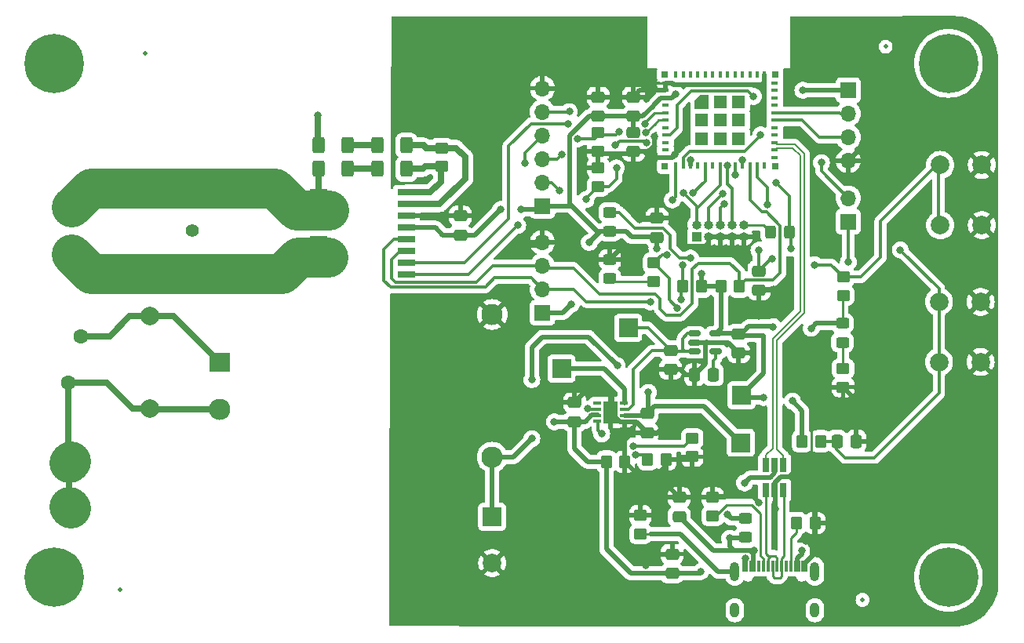
<source format=gtl>
G04 #@! TF.GenerationSoftware,KiCad,Pcbnew,(7.0.0-0)*
G04 #@! TF.CreationDate,2023-03-13T11:18:44+01:00*
G04 #@! TF.ProjectId,ESPMeter,4553504d-6574-4657-922e-6b696361645f,rev?*
G04 #@! TF.SameCoordinates,Original*
G04 #@! TF.FileFunction,Copper,L1,Top*
G04 #@! TF.FilePolarity,Positive*
%FSLAX46Y46*%
G04 Gerber Fmt 4.6, Leading zero omitted, Abs format (unit mm)*
G04 Created by KiCad (PCBNEW (7.0.0-0)) date 2023-03-13 11:18:44*
%MOMM*%
%LPD*%
G01*
G04 APERTURE LIST*
G04 Aperture macros list*
%AMRoundRect*
0 Rectangle with rounded corners*
0 $1 Rounding radius*
0 $2 $3 $4 $5 $6 $7 $8 $9 X,Y pos of 4 corners*
0 Add a 4 corners polygon primitive as box body*
4,1,4,$2,$3,$4,$5,$6,$7,$8,$9,$2,$3,0*
0 Add four circle primitives for the rounded corners*
1,1,$1+$1,$2,$3*
1,1,$1+$1,$4,$5*
1,1,$1+$1,$6,$7*
1,1,$1+$1,$8,$9*
0 Add four rect primitives between the rounded corners*
20,1,$1+$1,$2,$3,$4,$5,0*
20,1,$1+$1,$4,$5,$6,$7,0*
20,1,$1+$1,$6,$7,$8,$9,0*
20,1,$1+$1,$8,$9,$2,$3,0*%
%AMFreePoly0*
4,1,6,0.725000,-0.725000,-0.725000,-0.725000,-0.725000,0.125000,-0.125000,0.725000,0.725000,0.725000,0.725000,-0.725000,0.725000,-0.725000,$1*%
G04 Aperture macros list end*
G04 #@! TA.AperFunction,SMDPad,CuDef*
%ADD10RoundRect,0.250000X0.475000X-0.337500X0.475000X0.337500X-0.475000X0.337500X-0.475000X-0.337500X0*%
G04 #@! TD*
G04 #@! TA.AperFunction,SMDPad,CuDef*
%ADD11RoundRect,0.250000X-0.325000X-0.450000X0.325000X-0.450000X0.325000X0.450000X-0.325000X0.450000X0*%
G04 #@! TD*
G04 #@! TA.AperFunction,SMDPad,CuDef*
%ADD12RoundRect,0.250000X-0.475000X0.337500X-0.475000X-0.337500X0.475000X-0.337500X0.475000X0.337500X0*%
G04 #@! TD*
G04 #@! TA.AperFunction,SMDPad,CuDef*
%ADD13C,0.500000*%
G04 #@! TD*
G04 #@! TA.AperFunction,SMDPad,CuDef*
%ADD14RoundRect,0.250000X0.450000X-0.325000X0.450000X0.325000X-0.450000X0.325000X-0.450000X-0.325000X0*%
G04 #@! TD*
G04 #@! TA.AperFunction,SMDPad,CuDef*
%ADD15RoundRect,0.250000X0.337500X0.475000X-0.337500X0.475000X-0.337500X-0.475000X0.337500X-0.475000X0*%
G04 #@! TD*
G04 #@! TA.AperFunction,ComponentPad*
%ADD16R,1.700000X1.700000*%
G04 #@! TD*
G04 #@! TA.AperFunction,ComponentPad*
%ADD17O,1.700000X1.700000*%
G04 #@! TD*
G04 #@! TA.AperFunction,SMDPad,CuDef*
%ADD18RoundRect,0.250000X-0.450000X0.350000X-0.450000X-0.350000X0.450000X-0.350000X0.450000X0.350000X0*%
G04 #@! TD*
G04 #@! TA.AperFunction,SMDPad,CuDef*
%ADD19RoundRect,0.250000X0.350000X0.450000X-0.350000X0.450000X-0.350000X-0.450000X0.350000X-0.450000X0*%
G04 #@! TD*
G04 #@! TA.AperFunction,ComponentPad*
%ADD20R,2.000000X2.000000*%
G04 #@! TD*
G04 #@! TA.AperFunction,SMDPad,CuDef*
%ADD21RoundRect,0.250000X-0.400000X-0.625000X0.400000X-0.625000X0.400000X0.625000X-0.400000X0.625000X0*%
G04 #@! TD*
G04 #@! TA.AperFunction,SMDPad,CuDef*
%ADD22R,1.950000X0.650000*%
G04 #@! TD*
G04 #@! TA.AperFunction,SMDPad,CuDef*
%ADD23RoundRect,0.250000X0.450000X-0.350000X0.450000X0.350000X-0.450000X0.350000X-0.450000X-0.350000X0*%
G04 #@! TD*
G04 #@! TA.AperFunction,ComponentPad*
%ADD24C,1.600000*%
G04 #@! TD*
G04 #@! TA.AperFunction,ComponentPad*
%ADD25C,3.600000*%
G04 #@! TD*
G04 #@! TA.AperFunction,ConnectorPad*
%ADD26C,6.400000*%
G04 #@! TD*
G04 #@! TA.AperFunction,ComponentPad*
%ADD27C,2.000000*%
G04 #@! TD*
G04 #@! TA.AperFunction,SMDPad,CuDef*
%ADD28RoundRect,0.150000X-0.512500X-0.150000X0.512500X-0.150000X0.512500X0.150000X-0.512500X0.150000X0*%
G04 #@! TD*
G04 #@! TA.AperFunction,SMDPad,CuDef*
%ADD29RoundRect,0.250000X-0.350000X-0.450000X0.350000X-0.450000X0.350000X0.450000X-0.350000X0.450000X0*%
G04 #@! TD*
G04 #@! TA.AperFunction,ComponentPad*
%ADD30C,1.408000*%
G04 #@! TD*
G04 #@! TA.AperFunction,SMDPad,CuDef*
%ADD31R,0.800000X0.400000*%
G04 #@! TD*
G04 #@! TA.AperFunction,SMDPad,CuDef*
%ADD32R,0.400000X0.800000*%
G04 #@! TD*
G04 #@! TA.AperFunction,SMDPad,CuDef*
%ADD33FreePoly0,0.000000*%
G04 #@! TD*
G04 #@! TA.AperFunction,SMDPad,CuDef*
%ADD34R,1.450000X1.450000*%
G04 #@! TD*
G04 #@! TA.AperFunction,SMDPad,CuDef*
%ADD35R,0.700000X0.700000*%
G04 #@! TD*
G04 #@! TA.AperFunction,SMDPad,CuDef*
%ADD36RoundRect,0.250000X-0.450000X0.325000X-0.450000X-0.325000X0.450000X-0.325000X0.450000X0.325000X0*%
G04 #@! TD*
G04 #@! TA.AperFunction,ComponentPad*
%ADD37R,1.000000X1.000000*%
G04 #@! TD*
G04 #@! TA.AperFunction,ComponentPad*
%ADD38O,1.000000X1.000000*%
G04 #@! TD*
G04 #@! TA.AperFunction,ComponentPad*
%ADD39R,2.300000X2.000000*%
G04 #@! TD*
G04 #@! TA.AperFunction,ComponentPad*
%ADD40C,2.300000*%
G04 #@! TD*
G04 #@! TA.AperFunction,ComponentPad*
%ADD41R,2.600000X2.600000*%
G04 #@! TD*
G04 #@! TA.AperFunction,ComponentPad*
%ADD42C,2.600000*%
G04 #@! TD*
G04 #@! TA.AperFunction,SMDPad,CuDef*
%ADD43R,0.300000X1.150000*%
G04 #@! TD*
G04 #@! TA.AperFunction,ComponentPad*
%ADD44O,1.000000X2.100000*%
G04 #@! TD*
G04 #@! TA.AperFunction,ComponentPad*
%ADD45O,1.000000X1.600000*%
G04 #@! TD*
G04 #@! TA.AperFunction,SMDPad,CuDef*
%ADD46RoundRect,0.250000X-0.337500X-0.475000X0.337500X-0.475000X0.337500X0.475000X-0.337500X0.475000X0*%
G04 #@! TD*
G04 #@! TA.AperFunction,SMDPad,CuDef*
%ADD47RoundRect,0.012800X-0.417200X-0.147200X0.417200X-0.147200X0.417200X0.147200X-0.417200X0.147200X0*%
G04 #@! TD*
G04 #@! TA.AperFunction,SMDPad,CuDef*
%ADD48R,1.650000X2.400000*%
G04 #@! TD*
G04 #@! TA.AperFunction,SMDPad,CuDef*
%ADD49R,0.650000X1.560000*%
G04 #@! TD*
G04 #@! TA.AperFunction,ViaPad*
%ADD50C,0.800000*%
G04 #@! TD*
G04 #@! TA.AperFunction,Conductor*
%ADD51C,0.700000*%
G04 #@! TD*
G04 #@! TA.AperFunction,Conductor*
%ADD52C,0.300000*%
G04 #@! TD*
G04 #@! TA.AperFunction,Conductor*
%ADD53C,0.250000*%
G04 #@! TD*
G04 #@! TA.AperFunction,Conductor*
%ADD54C,0.500000*%
G04 #@! TD*
G04 #@! TA.AperFunction,Conductor*
%ADD55C,4.300000*%
G04 #@! TD*
G04 #@! TA.AperFunction,Conductor*
%ADD56C,0.200000*%
G04 #@! TD*
G04 APERTURE END LIST*
D10*
X146662558Y-100197104D03*
X146662558Y-98122104D03*
D11*
X167799800Y-79705200D03*
X169849800Y-79705200D03*
D12*
X164363400Y-90707300D03*
X164363400Y-92782300D03*
X166560000Y-83912500D03*
X166560000Y-85987500D03*
D13*
X100310000Y-60410000D03*
D14*
X165060000Y-112685000D03*
X165060000Y-110635000D03*
D15*
X161670058Y-95117104D03*
X159595058Y-95117104D03*
D12*
X155552558Y-78204604D03*
X155552558Y-80279604D03*
D16*
X176199999Y-64379999D03*
D17*
X176199999Y-66919999D03*
X176199999Y-69459999D03*
X176199999Y-71999999D03*
D18*
X155202558Y-83047104D03*
X155202558Y-85047104D03*
D19*
X152090000Y-104500000D03*
X150090000Y-104500000D03*
D20*
X164693599Y-97307399D03*
D21*
X125427558Y-72892104D03*
X128527558Y-72892104D03*
D22*
X119077557Y-75432103D03*
X119077557Y-76702103D03*
X119077557Y-77972103D03*
X119077557Y-79242103D03*
X119077557Y-80512103D03*
X119077557Y-81782103D03*
X119077557Y-83052103D03*
X119077557Y-84322103D03*
X128527557Y-84322103D03*
X128527557Y-83052103D03*
X128527557Y-81782103D03*
X128527557Y-80512103D03*
X128527557Y-79242103D03*
X128527557Y-77972103D03*
X128527557Y-76702103D03*
X128527557Y-75432103D03*
D19*
X164442558Y-85592104D03*
X162442558Y-85592104D03*
D23*
X161560000Y-110370000D03*
X161560000Y-108370000D03*
D10*
X157200000Y-116545000D03*
X157200000Y-114470000D03*
D16*
X143199999Y-76879999D03*
D17*
X143199999Y-74339999D03*
X143199999Y-71799999D03*
X143199999Y-69259999D03*
X143199999Y-66719999D03*
X143199999Y-64179999D03*
D24*
X93362958Y-90966104D03*
X92062958Y-95966104D03*
D12*
X153012558Y-68919604D03*
X153012558Y-70994604D03*
X154480000Y-99302500D03*
X154480000Y-101377500D03*
D25*
X187000000Y-117000000D03*
D26*
X187000000Y-117000000D03*
D27*
X100860000Y-98800000D03*
X100860000Y-88800000D03*
D28*
X159627558Y-90677104D03*
X159627558Y-91627104D03*
X159627558Y-92577104D03*
X161902558Y-92577104D03*
X161902558Y-90677104D03*
D29*
X158362558Y-85592104D03*
X160362558Y-85592104D03*
D25*
X187000000Y-61500000D03*
D26*
X187000000Y-61500000D03*
D30*
X105400000Y-74470000D03*
X105400000Y-79550000D03*
D27*
X185980000Y-93735000D03*
X185980000Y-87235000D03*
X190480000Y-93735000D03*
X190480000Y-87235000D03*
D12*
X157022800Y-92459900D03*
X157022800Y-94534900D03*
D10*
X149202558Y-67184604D03*
X149202558Y-65109604D03*
D18*
X175641000Y-94437200D03*
X175641000Y-96437200D03*
D31*
X156472557Y-63631303D03*
X156472557Y-64431303D03*
X156472557Y-65231303D03*
X156472557Y-66031303D03*
X156472557Y-66831303D03*
X156472557Y-67631303D03*
X156472557Y-68431303D03*
X156472557Y-69231303D03*
X156472557Y-70031303D03*
X156472557Y-70831303D03*
X156472557Y-71631303D03*
D32*
X157572557Y-72531303D03*
X158372557Y-72531303D03*
X159172557Y-72531303D03*
X159972557Y-72531303D03*
X160772557Y-72531303D03*
X161572557Y-72531303D03*
X162372557Y-72531303D03*
X163172557Y-72531303D03*
X163972557Y-72531303D03*
X164772557Y-72531303D03*
X165572557Y-72531303D03*
X166372557Y-72531303D03*
X167172557Y-72531303D03*
D31*
X168272557Y-71631303D03*
X168272557Y-70831303D03*
X168272557Y-70031303D03*
X168272557Y-69231303D03*
X168272557Y-68431303D03*
X168272557Y-67631303D03*
X168272557Y-66831303D03*
X168272557Y-66031303D03*
X168272557Y-65231303D03*
X168272557Y-64431303D03*
X168272557Y-63631303D03*
D32*
X167172557Y-62731303D03*
X166372557Y-62731303D03*
X165572557Y-62731303D03*
X164772557Y-62731303D03*
X163972557Y-62731303D03*
X163172557Y-62731303D03*
X162372557Y-62731303D03*
X161572557Y-62731303D03*
X160772557Y-62731303D03*
X159972557Y-62731303D03*
X159172557Y-62731303D03*
X158372557Y-62731303D03*
X157572557Y-62731303D03*
D33*
X160397558Y-65656304D03*
D34*
X160397557Y-67631303D03*
X160397557Y-69606303D03*
X162372557Y-65656303D03*
X162372557Y-67631303D03*
X162372557Y-69606303D03*
X164347557Y-65656303D03*
X164347557Y-67631303D03*
X164347557Y-69606303D03*
D35*
X168322557Y-62681303D03*
X168322557Y-72581303D03*
X156422557Y-72581303D03*
X156422557Y-62681303D03*
D36*
X150472558Y-82662104D03*
X150472558Y-84712104D03*
D13*
X177740000Y-119420000D03*
D37*
X159832199Y-80203199D03*
D38*
X159832199Y-78933199D03*
X161102199Y-80203199D03*
X161102199Y-78933199D03*
X162372199Y-80203199D03*
X162372199Y-78933199D03*
X163642199Y-80203199D03*
X163642199Y-78933199D03*
X164912199Y-80203199D03*
X164912199Y-78933199D03*
D21*
X119077558Y-72892104D03*
X122177558Y-72892104D03*
D39*
X108372557Y-93807103D03*
D40*
X108372558Y-98807104D03*
X137772558Y-88607104D03*
X137772558Y-104007104D03*
D27*
X186105000Y-78960000D03*
X186105000Y-72460000D03*
X190605000Y-78960000D03*
X190605000Y-72460000D03*
D23*
X159362558Y-103969604D03*
X159362558Y-101969604D03*
D13*
X97590000Y-118290000D03*
X180220000Y-59690000D03*
D20*
X164609999Y-102459999D03*
D25*
X90500000Y-61500000D03*
D26*
X90500000Y-61500000D03*
D41*
X92289999Y-109494999D03*
D42*
X92290000Y-104415000D03*
D21*
X119077558Y-70352104D03*
X122177558Y-70352104D03*
D14*
X150472558Y-79632104D03*
X150472558Y-77582104D03*
D19*
X172610000Y-111120000D03*
X170610000Y-111120000D03*
D10*
X157970000Y-110427500D03*
X157970000Y-108352500D03*
D43*
X164924999Y-115791799D03*
X165724999Y-115791799D03*
X167024999Y-115791799D03*
X168024999Y-115791799D03*
X168524999Y-115791799D03*
X169524999Y-115791799D03*
X170824999Y-115791799D03*
X171624999Y-115791799D03*
X171324999Y-115791799D03*
X170524999Y-115791799D03*
X170024999Y-115791799D03*
X169024999Y-115791799D03*
X167524999Y-115791799D03*
X166524999Y-115791799D03*
X166024999Y-115791799D03*
X165224999Y-115791799D03*
D44*
X163954999Y-116356799D03*
D45*
X163954999Y-120536799D03*
D44*
X172594999Y-116356799D03*
D45*
X172594999Y-120536799D03*
D16*
X143199999Y-88419999D03*
D17*
X143199999Y-85879999D03*
X143199999Y-83339999D03*
X143199999Y-80799999D03*
D46*
X174975058Y-102297104D03*
X177050058Y-102297104D03*
D10*
X153012558Y-67184604D03*
X153012558Y-65109604D03*
D41*
X92408157Y-82112303D03*
D42*
X92408158Y-77032304D03*
D25*
X90500000Y-117000000D03*
D26*
X90500000Y-117000000D03*
D20*
X145249999Y-94429999D03*
D47*
X149135000Y-98185000D03*
X149135000Y-98835000D03*
X149135000Y-99485000D03*
X149135000Y-100135000D03*
X152005000Y-100135000D03*
X152005000Y-99485000D03*
X152005000Y-98835000D03*
X152005000Y-98185000D03*
D48*
X150569999Y-99159999D03*
D19*
X156552558Y-104239604D03*
X154552558Y-104239604D03*
D23*
X149202558Y-74767104D03*
X149202558Y-72767104D03*
D49*
X167299999Y-107587499D03*
X168249999Y-107587499D03*
X169199999Y-107587499D03*
X169199999Y-104887499D03*
X168249999Y-104887499D03*
X167299999Y-104887499D03*
D29*
X171202558Y-102297104D03*
X173202558Y-102297104D03*
D14*
X175564800Y-91617800D03*
X175564800Y-89567800D03*
D18*
X149205000Y-68960000D03*
X149205000Y-70960000D03*
D23*
X153767558Y-112292104D03*
X153767558Y-110292104D03*
D10*
X134350000Y-80037500D03*
X134350000Y-77962500D03*
D16*
X176199999Y-78574999D03*
D17*
X176199999Y-76034999D03*
D18*
X132337558Y-70622104D03*
X132337558Y-72622104D03*
D20*
X152452557Y-90037103D03*
X137772557Y-110437103D03*
D27*
X137772558Y-115437104D03*
D21*
X125427558Y-70352104D03*
X128527558Y-70352104D03*
D23*
X175666400Y-86547200D03*
X175666400Y-84547200D03*
D50*
X166550000Y-88790000D03*
X157520000Y-71360000D03*
X157025000Y-96525000D03*
X166575500Y-108900902D03*
X168290000Y-109630000D03*
X154410000Y-65340000D03*
X153649977Y-78340023D03*
X155270478Y-69387294D03*
X172500000Y-109600000D03*
X165060000Y-114950000D03*
X157025000Y-99950000D03*
X153090000Y-81720000D03*
X154360000Y-115695500D03*
X164900000Y-82050000D03*
X159198509Y-71958476D03*
X165800000Y-92775000D03*
X168175000Y-85875000D03*
X140525000Y-81150000D03*
X136175000Y-78000000D03*
X171610000Y-113040000D03*
X154360000Y-117700000D03*
X166025500Y-114090000D03*
X165010000Y-106790000D03*
X163400688Y-112770688D03*
X171170000Y-114110000D03*
X160280000Y-116360000D03*
X144472896Y-100197104D03*
X163140000Y-110200000D03*
X168100000Y-89925000D03*
X140875000Y-77275000D03*
X167080000Y-97560000D03*
X160340000Y-84220000D03*
X170170000Y-97950000D03*
X155550000Y-81450000D03*
X171300000Y-64400000D03*
X146330000Y-87500000D03*
X148250000Y-80830000D03*
X138675000Y-77275000D03*
X157570402Y-64780402D03*
X172187500Y-90087500D03*
X172550000Y-83230000D03*
X166560000Y-81660000D03*
X167478686Y-76771314D03*
X167975300Y-82620000D03*
X159175000Y-82500000D03*
X145025000Y-75200000D03*
X158420587Y-75479459D03*
X154393264Y-70036691D03*
X145300500Y-71300000D03*
X151075000Y-70350000D03*
X163172558Y-72531304D03*
X164000000Y-73575000D03*
X141300000Y-72225000D03*
X162650000Y-75575000D03*
X164772558Y-71900000D03*
X146100000Y-66700000D03*
X162800000Y-76700000D03*
X158200000Y-87020000D03*
X159470000Y-75490000D03*
X154820000Y-87230000D03*
X158362558Y-83250000D03*
X176210000Y-82960000D03*
X157760000Y-87920500D03*
X157230000Y-76230000D03*
X156600000Y-82175000D03*
X166740000Y-69210000D03*
X173300000Y-72200000D03*
X118955000Y-67110000D03*
X151270000Y-94120000D03*
X142060000Y-102010000D03*
X154630000Y-97010000D03*
X142060000Y-95650000D03*
X147900000Y-76200000D03*
X151179662Y-72790000D03*
X154353762Y-68989000D03*
X140525000Y-78975000D03*
X147000000Y-69625000D03*
X154289434Y-67991570D03*
X151440000Y-68900000D03*
X145949312Y-67999312D03*
X168430000Y-74410000D03*
X181810000Y-81640000D03*
X170040000Y-81470000D03*
X165990000Y-65070000D03*
X153241951Y-103769776D03*
X148043633Y-98790601D03*
X153000000Y-102800000D03*
X149600000Y-101500000D03*
D51*
X92062958Y-95966104D02*
X96176104Y-95966104D01*
X96176104Y-95966104D02*
X99010000Y-98800000D01*
X99010000Y-98800000D02*
X100860000Y-98800000D01*
X100860000Y-88800000D02*
X98650000Y-88800000D01*
X98650000Y-88800000D02*
X96483896Y-90966104D01*
X96483896Y-90966104D02*
X93362958Y-90966104D01*
D52*
X152464679Y-98834604D02*
X153000000Y-98299283D01*
X158350000Y-92350000D02*
X158350000Y-91200000D01*
X154600004Y-90037104D02*
X152452558Y-90037104D01*
D53*
X156942700Y-92540000D02*
X157022800Y-92459900D01*
D52*
X153000000Y-98299283D02*
X153000000Y-94570000D01*
X157140004Y-92577104D02*
X159627558Y-92577104D01*
X158350000Y-91200000D02*
X158872896Y-90677104D01*
X159627558Y-92577104D02*
X158577104Y-92577104D01*
X157022800Y-92459900D02*
X154600004Y-90037104D01*
X153000000Y-94570000D02*
X155030000Y-92540000D01*
X158577104Y-92577104D02*
X158350000Y-92350000D01*
X157022800Y-92459900D02*
X157140004Y-92577104D01*
X155030000Y-92540000D02*
X156942700Y-92540000D01*
X158872896Y-90677104D02*
X159627558Y-90677104D01*
X152072558Y-98834604D02*
X152464679Y-98834604D01*
D54*
X151581813Y-100210000D02*
X150570000Y-99198187D01*
X154587500Y-108352500D02*
X153767558Y-109172442D01*
X134350000Y-77962500D02*
X136137500Y-77962500D01*
X150330000Y-96850000D02*
X147934662Y-96850000D01*
X157200000Y-114470000D02*
X155790000Y-114470000D01*
X155417139Y-78340023D02*
X155552558Y-78204604D01*
X160775000Y-93937162D02*
X160775000Y-91802104D01*
X149202558Y-65109604D02*
X146919604Y-65109604D01*
X164912200Y-80203200D02*
X163642200Y-80203200D01*
X176200000Y-72000000D02*
X178960000Y-69240000D01*
X151422862Y-81711800D02*
X152755600Y-81711800D01*
X155552558Y-76253758D02*
X153012558Y-73713758D01*
X155243264Y-69414508D02*
X155243264Y-70388773D01*
X152090000Y-100220000D02*
X152090000Y-104500000D01*
X158642104Y-95117104D02*
X159595058Y-95117104D01*
X164363400Y-92782300D02*
X163208204Y-91627104D01*
X171480000Y-115510000D02*
X172570000Y-114420000D01*
X145990000Y-64180000D02*
X143200000Y-64180000D01*
X171610000Y-113040000D02*
X171940000Y-113040000D01*
X140482104Y-98122104D02*
X136330000Y-93970000D01*
X157022800Y-96522800D02*
X157025000Y-96525000D01*
X154205004Y-70994604D02*
X154841704Y-71631304D01*
X153312500Y-100210000D02*
X151581813Y-100210000D01*
X188405000Y-70560000D02*
X188405000Y-97305000D01*
X154360000Y-117700000D02*
X153660000Y-118400000D01*
X128527558Y-77972104D02*
X134340396Y-77972104D01*
X187085000Y-69240000D02*
X188405000Y-70560000D01*
X152870000Y-114470000D02*
X151540000Y-113140000D01*
X153767558Y-109172442D02*
X153767558Y-110292104D01*
X151540000Y-111280000D02*
X152527896Y-110292104D01*
D53*
X175558200Y-96520000D02*
X175641000Y-96437200D01*
D54*
X155552558Y-78204604D02*
X155552558Y-76253758D01*
X171940000Y-113040000D02*
X172570000Y-113670000D01*
X154480000Y-101377500D02*
X153312500Y-100210000D01*
X151540000Y-113140000D02*
X151540000Y-111280000D01*
X177050058Y-97846258D02*
X175641000Y-96437200D01*
X159595058Y-95117104D02*
X160775000Y-93937162D01*
X165070000Y-115646800D02*
X165070000Y-115024500D01*
X161102200Y-80203200D02*
X161102200Y-80910306D01*
X164912200Y-80203200D02*
X164912200Y-82037800D01*
X140735454Y-118400000D02*
X137772558Y-115437104D01*
X149202558Y-72767104D02*
X149202558Y-71227104D01*
X142850000Y-81150000D02*
X143200000Y-80800000D01*
D53*
X166560000Y-88780000D02*
X166550000Y-88790000D01*
D54*
X160812506Y-81200000D02*
X158175000Y-81200000D01*
X155200000Y-106300000D02*
X156552558Y-104947442D01*
X152527896Y-110292104D02*
X153767558Y-110292104D01*
X169860000Y-106170000D02*
X172220000Y-103810000D01*
X161102200Y-80203200D02*
X162372200Y-80203200D01*
X157970000Y-108352500D02*
X154587500Y-108352500D01*
X134340396Y-77972104D02*
X134350000Y-77962500D01*
X154179604Y-65109604D02*
X154410000Y-65340000D01*
X162372200Y-80203200D02*
X163642200Y-80203200D01*
X157022800Y-94534900D02*
X158059900Y-94534900D01*
X158175000Y-81200000D02*
X157925000Y-80950000D01*
X168275000Y-106925249D02*
X168275000Y-106815000D01*
X146662558Y-98122104D02*
X140482104Y-98122104D01*
X156552558Y-104239604D02*
X156552558Y-106935058D01*
X188405000Y-97305000D02*
X180445000Y-105265000D01*
X172220000Y-98500000D02*
X174200000Y-96520000D01*
X174200000Y-96520000D02*
X175558200Y-96520000D01*
X161102200Y-80910306D02*
X160812506Y-81200000D01*
X157025000Y-99950000D02*
X155525000Y-101450000D01*
X164370700Y-92775000D02*
X164363400Y-92782300D01*
X165450000Y-108250000D02*
X165924598Y-108250000D01*
X153690858Y-64431304D02*
X156472558Y-64431304D01*
X153012558Y-70994604D02*
X153830000Y-70994604D01*
X154360000Y-115695500D02*
X154360000Y-115450000D01*
X153830000Y-70994604D02*
X154205004Y-70994604D01*
X140525000Y-81150000D02*
X142850000Y-81150000D01*
X173735000Y-105265000D02*
X172280000Y-103810000D01*
X148312104Y-82662104D02*
X150472558Y-82662104D01*
X178960000Y-69240000D02*
X187085000Y-69240000D01*
X165924598Y-108250000D02*
X166575500Y-108900902D01*
X157248696Y-71631304D02*
X157520000Y-71360000D01*
X164912200Y-82037800D02*
X164900000Y-82050000D01*
X154637433Y-70994604D02*
X153830000Y-70994604D01*
D53*
X172220000Y-101080000D02*
X172220000Y-103810000D01*
D54*
X153081800Y-81711800D02*
X153090000Y-81720000D01*
X157925000Y-79050000D02*
X157079604Y-78204604D01*
X163208204Y-91627104D02*
X159627558Y-91627104D01*
X136330000Y-90049662D02*
X137772558Y-88607104D01*
X171480000Y-115646800D02*
X171480000Y-115510000D01*
X156472558Y-64172558D02*
X156500000Y-64200000D01*
X159198509Y-71958476D02*
X159198509Y-72505353D01*
X172570000Y-114420000D02*
X172570000Y-109670000D01*
X150680000Y-97200000D02*
X150330000Y-96850000D01*
X147934662Y-96850000D02*
X146662558Y-98122104D01*
X168290000Y-109630000D02*
X168290000Y-107324500D01*
X161680000Y-108250000D02*
X165450000Y-108250000D01*
X167172558Y-62731304D02*
X167172558Y-63431304D01*
X168920000Y-106170000D02*
X169860000Y-106170000D01*
D53*
X161542500Y-108352500D02*
X161560000Y-108370000D01*
X159092558Y-104239604D02*
X159362558Y-103969604D01*
D54*
X157320000Y-63760000D02*
X157191304Y-63631304D01*
X172220000Y-101080000D02*
X172220000Y-98500000D01*
X153012558Y-65109604D02*
X153690858Y-64431304D01*
X153012558Y-65109604D02*
X154179604Y-65109604D01*
X152755600Y-81711800D02*
X153081800Y-81711800D01*
X152090000Y-104500000D02*
X153890000Y-106300000D01*
X172280000Y-103810000D02*
X172220000Y-103810000D01*
X167172558Y-63431304D02*
X166843862Y-63760000D01*
X166843862Y-63760000D02*
X157320000Y-63760000D01*
X160775000Y-91802104D02*
X160600000Y-91627104D01*
X150680000Y-97960000D02*
X150680000Y-97200000D01*
X153649977Y-78340023D02*
X155417139Y-78340023D01*
X146450000Y-80800000D02*
X148312104Y-82662104D01*
X155525000Y-101450000D02*
X154552500Y-101450000D01*
X156500000Y-64200000D02*
X156500000Y-64403862D01*
X156552558Y-104239604D02*
X159092558Y-104239604D01*
X158059900Y-94534900D02*
X158642104Y-95117104D01*
D53*
X152780058Y-71227104D02*
X153012558Y-70994604D01*
D54*
X146919604Y-65109604D02*
X145990000Y-64180000D01*
D53*
X160011809Y-91627104D02*
X159627558Y-91627104D01*
D54*
X153660000Y-118400000D02*
X140735454Y-118400000D01*
X143200000Y-80800000D02*
X146450000Y-80800000D01*
X157970000Y-108352500D02*
X161542500Y-108352500D01*
X157191304Y-63631304D02*
X156472558Y-63631304D01*
X155340000Y-114470000D02*
X155790000Y-114470000D01*
X165800000Y-92775000D02*
X164370700Y-92775000D01*
X149202558Y-71227104D02*
X152780058Y-71227104D01*
X150472558Y-82662104D02*
X151422862Y-81711800D01*
X154360000Y-115450000D02*
X155340000Y-114470000D01*
X156500000Y-64403862D02*
X156472558Y-64431304D01*
X149202558Y-65109604D02*
X153012558Y-65109604D01*
X172570000Y-109670000D02*
X172500000Y-109600000D01*
X155790000Y-114470000D02*
X152870000Y-114470000D01*
X157925000Y-80950000D02*
X157925000Y-79050000D01*
X156472558Y-71631304D02*
X157248696Y-71631304D01*
X168275000Y-106815000D02*
X168920000Y-106170000D01*
X156472558Y-63631304D02*
X156472558Y-64172558D01*
X168175000Y-85875000D02*
X166672500Y-85875000D01*
X166672500Y-85875000D02*
X166560000Y-85987500D01*
X153890000Y-106300000D02*
X155200000Y-106300000D01*
X180445000Y-105265000D02*
X173735000Y-105265000D01*
D53*
X161560000Y-108370000D02*
X161680000Y-108250000D01*
D54*
X136330000Y-93970000D02*
X136330000Y-90049662D01*
X172570000Y-113670000D02*
X172570000Y-114420000D01*
X166560000Y-85987500D02*
X166560000Y-88780000D01*
X150570000Y-99198187D02*
X150570000Y-99160000D01*
X155270478Y-69387294D02*
X155243264Y-69414508D01*
X177050058Y-102297104D02*
X177050058Y-97846258D01*
X154841704Y-71631304D02*
X156472558Y-71631304D01*
X157079604Y-78204604D02*
X155552558Y-78204604D01*
X136137500Y-77962500D02*
X136175000Y-78000000D01*
X160600000Y-91627104D02*
X160011809Y-91627104D01*
X154552500Y-101450000D02*
X154480000Y-101377500D01*
X156552558Y-106935058D02*
X157970000Y-108352500D01*
X153012558Y-73713758D02*
X153012558Y-70994604D01*
D53*
X156552558Y-104947442D02*
X156552558Y-104239604D01*
D54*
X157022800Y-94534900D02*
X157022800Y-96522800D01*
X155243264Y-70388773D02*
X154637433Y-70994604D01*
X163400688Y-113700688D02*
X163800000Y-114100000D01*
X163400688Y-112770688D02*
X163400688Y-113700688D01*
D52*
X166025500Y-114090000D02*
X165610000Y-114090000D01*
D54*
X168275000Y-105034500D02*
X168275000Y-105715000D01*
X170710000Y-114950000D02*
X170710000Y-115470000D01*
X161642500Y-114100000D02*
X165600000Y-114100000D01*
X163400688Y-112770688D02*
X164974312Y-112770688D01*
X165925000Y-114425000D02*
X165925000Y-115791800D01*
X165587500Y-106212500D02*
X165010000Y-106790000D01*
X157970000Y-110427500D02*
X161642500Y-114100000D01*
X163800000Y-114100000D02*
X165600000Y-114100000D01*
X171170000Y-114490000D02*
X170710000Y-114950000D01*
X168275000Y-105715000D02*
X167777500Y-106212500D01*
X165600000Y-114100000D02*
X165925000Y-114425000D01*
X171055000Y-114605000D02*
X170710000Y-114950000D01*
X167777500Y-106212500D02*
X165587500Y-106212500D01*
X171170000Y-114110000D02*
X171170000Y-114490000D01*
D52*
X165610000Y-114090000D02*
X165600000Y-114100000D01*
D54*
X164974312Y-112770688D02*
X165060000Y-112685000D01*
D52*
X161670058Y-93604942D02*
X161925000Y-93350000D01*
X161925000Y-93350000D02*
X161925000Y-92599546D01*
X161670058Y-95117104D02*
X161670058Y-93604942D01*
D54*
X146662558Y-103102558D02*
X146662558Y-100197104D01*
X148060000Y-104500000D02*
X146662558Y-103102558D01*
X148540000Y-99480000D02*
X149197954Y-99480000D01*
X146662558Y-100197104D02*
X147822896Y-100197104D01*
X152072558Y-98184604D02*
X152072558Y-96682558D01*
X152715000Y-116545000D02*
X150090000Y-113920000D01*
X144472896Y-100197104D02*
X146662558Y-100197104D01*
X149820000Y-94430000D02*
X145250000Y-94430000D01*
X150090000Y-113920000D02*
X150090000Y-104500000D01*
X150090000Y-104500000D02*
X148060000Y-104500000D01*
X147822896Y-100197104D02*
X148540000Y-99480000D01*
D53*
X160095000Y-116545000D02*
X160280000Y-116360000D01*
D54*
X157200000Y-116545000D02*
X152715000Y-116545000D01*
X163575000Y-110635000D02*
X165030000Y-110635000D01*
X152072558Y-96682558D02*
X149820000Y-94430000D01*
X157200000Y-116545000D02*
X160095000Y-116545000D01*
X163140000Y-110200000D02*
X163575000Y-110635000D01*
X167080000Y-97560000D02*
X164946200Y-97560000D01*
X160362558Y-85592104D02*
X162442558Y-85592104D01*
X155160000Y-66040000D02*
X155160000Y-66048600D01*
X172707200Y-89567800D02*
X175564800Y-89567800D01*
X134350000Y-80037500D02*
X135912500Y-80037500D01*
X155968696Y-65231304D02*
X156472558Y-65231304D01*
X155552558Y-81447442D02*
X155550000Y-81450000D01*
X168050000Y-89875000D02*
X165481100Y-89875000D01*
X135912500Y-80037500D02*
X138675000Y-77275000D01*
X152202104Y-79632104D02*
X152790000Y-80220000D01*
X142805000Y-77275000D02*
X143200000Y-76880000D01*
D53*
X175564800Y-89567800D02*
X175564800Y-86648800D01*
D54*
X128527558Y-79242104D02*
X131667104Y-79242104D01*
D53*
X164333204Y-90677104D02*
X164363400Y-90707300D01*
D54*
X145410000Y-88420000D02*
X146330000Y-87500000D01*
X172187500Y-90087500D02*
X172707200Y-89567800D01*
X153012558Y-68919604D02*
X153012558Y-67184604D01*
X171320000Y-64380000D02*
X176200000Y-64380000D01*
X152790000Y-80220000D02*
X155492954Y-80220000D01*
X155160000Y-66048600D02*
X154023996Y-67184604D01*
X146150000Y-76681000D02*
X146150000Y-69272918D01*
X161902558Y-90677104D02*
X164333204Y-90677104D01*
X149330000Y-79632104D02*
X149590000Y-79632104D01*
X155160000Y-66040000D02*
X155968696Y-65231304D01*
X162442558Y-90137104D02*
X162442558Y-85592104D01*
X171202558Y-98982558D02*
X170170000Y-97950000D01*
X143200000Y-88420000D02*
X145410000Y-88420000D01*
D53*
X171300000Y-64400000D02*
X171320000Y-64380000D01*
D54*
X148250000Y-80830000D02*
X149447896Y-79632104D01*
X149447896Y-79632104D02*
X149590000Y-79632104D01*
X160340000Y-84220000D02*
X160340000Y-85569546D01*
X148238314Y-67184604D02*
X149202558Y-67184604D01*
X157119500Y-65231304D02*
X156472558Y-65231304D01*
X149101104Y-79632104D02*
X146150000Y-76681000D01*
X164693600Y-97307400D02*
X167040000Y-94961000D01*
X167040000Y-94961000D02*
X167040000Y-90850000D01*
X168100000Y-89925000D02*
X168050000Y-89875000D01*
X165481100Y-89875000D02*
X164506100Y-90850000D01*
X160340000Y-85569546D02*
X160362558Y-85592104D01*
X131667104Y-79242104D02*
X132462500Y-80037500D01*
X164506100Y-90850000D02*
X164363400Y-90707300D01*
X146150000Y-69272918D02*
X148238314Y-67184604D01*
X167040000Y-90850000D02*
X164506100Y-90850000D01*
X149590000Y-79632104D02*
X150472558Y-79632104D01*
X155492954Y-80220000D02*
X155552558Y-80279604D01*
X171202558Y-102297104D02*
X171202558Y-98982558D01*
X150472558Y-79632104D02*
X152202104Y-79632104D01*
X157570402Y-64780402D02*
X157119500Y-65231304D01*
D53*
X175564800Y-86648800D02*
X175666400Y-86547200D01*
D54*
X155552558Y-80279604D02*
X155552558Y-81447442D01*
X143200000Y-76880000D02*
X146349000Y-76880000D01*
D53*
X164946200Y-97560000D02*
X164693600Y-97307400D01*
D54*
X140875000Y-77275000D02*
X142805000Y-77275000D01*
X132462500Y-80037500D02*
X134350000Y-80037500D01*
X153012558Y-67184604D02*
X154023996Y-67184604D01*
X149101104Y-79632104D02*
X149330000Y-79632104D01*
X149202558Y-67184604D02*
X153012558Y-67184604D01*
X146349000Y-76880000D02*
X149101104Y-79632104D01*
X161902558Y-90677104D02*
X162442558Y-90137104D01*
D52*
X185930000Y-78250000D02*
X185930000Y-72285000D01*
X185930000Y-72285000D02*
X179682558Y-78532442D01*
X172550000Y-83230000D02*
X174349200Y-83230000D01*
X167478686Y-76771314D02*
X167478686Y-74878686D01*
X166372558Y-73772558D02*
X166372558Y-72531304D01*
X179682558Y-82417104D02*
X177552462Y-84547200D01*
D53*
X167975300Y-82620000D02*
X167852500Y-82620000D01*
D52*
X179682558Y-78532442D02*
X179682558Y-82417104D01*
X177552462Y-84547200D02*
X175666400Y-84547200D01*
X174349200Y-83230000D02*
X175666400Y-84547200D01*
X167852500Y-82620000D02*
X166560000Y-83912500D01*
X166560000Y-83912500D02*
X166560000Y-81660000D01*
X167478686Y-74878686D02*
X166372558Y-73772558D01*
D53*
X175641000Y-91694000D02*
X175564800Y-91617800D01*
X175641000Y-94437200D02*
X175641000Y-91694000D01*
X150472558Y-84712104D02*
X150807558Y-85047104D01*
X150807558Y-85047104D02*
X155202558Y-85047104D01*
D52*
X157000000Y-81475000D02*
X157000000Y-80066018D01*
X159175000Y-82500000D02*
X158025000Y-82500000D01*
X158025000Y-82500000D02*
X157000000Y-81475000D01*
X157000000Y-80066018D02*
X156203982Y-79270000D01*
X151472104Y-77582104D02*
X150472558Y-77582104D01*
X153160000Y-79270000D02*
X151472104Y-77582104D01*
X156203982Y-79270000D02*
X153160000Y-79270000D01*
D53*
X161560000Y-110370000D02*
X161890000Y-110370000D01*
X167025000Y-114916800D02*
X167025000Y-115791800D01*
X166750000Y-110100000D02*
X166750000Y-114641800D01*
X161890000Y-110370000D02*
X163090000Y-109170000D01*
X165820000Y-109170000D02*
X166750000Y-110100000D01*
X166750000Y-114641800D02*
X167025000Y-114916800D01*
X163090000Y-109170000D02*
X165820000Y-109170000D01*
D52*
X144165000Y-74340000D02*
X145025000Y-75200000D01*
X159832200Y-76912861D02*
X159832200Y-77275000D01*
X162372558Y-74617442D02*
X162372558Y-72531304D01*
X159832200Y-77275000D02*
X159832200Y-77157800D01*
X143200000Y-74340000D02*
X144165000Y-74340000D01*
X158420587Y-75479459D02*
X158420587Y-75501248D01*
X159832200Y-77157800D02*
X162372558Y-74617442D01*
X159832200Y-78933200D02*
X159832200Y-77275000D01*
X158420587Y-75501248D02*
X159832200Y-76912861D01*
X144800500Y-71800000D02*
X143200000Y-71800000D01*
X145300500Y-71300000D02*
X144800500Y-71800000D01*
X154311691Y-70036691D02*
X154175000Y-69900000D01*
X154393264Y-70036691D02*
X154311691Y-70036691D01*
X163172558Y-74512558D02*
X163172558Y-72531304D01*
X163642200Y-78933200D02*
X163642200Y-74982200D01*
X151525000Y-69900000D02*
X151075000Y-70350000D01*
X163642200Y-74982200D02*
X163172558Y-74512558D01*
X154175000Y-69900000D02*
X151525000Y-69900000D01*
X164000000Y-73575000D02*
X164000000Y-72558746D01*
X141300000Y-71160000D02*
X143200000Y-69260000D01*
X141300000Y-72225000D02*
X141300000Y-71160000D01*
X161102200Y-78933200D02*
X161102200Y-77122800D01*
X164000000Y-72558746D02*
X163972558Y-72531304D01*
X161102200Y-77122800D02*
X162650000Y-75575000D01*
X162372200Y-78933200D02*
X162372200Y-77127800D01*
X164772558Y-71900000D02*
X164772558Y-72531304D01*
X143200000Y-66720000D02*
X146080000Y-66720000D01*
X162372200Y-77127800D02*
X162800000Y-76700000D01*
D53*
X146080000Y-66720000D02*
X146100000Y-66700000D01*
D52*
X141970000Y-84650000D02*
X143200000Y-85880000D01*
X158200000Y-85754662D02*
X158362558Y-85592104D01*
X137050000Y-85650000D02*
X138050000Y-84650000D01*
X154820000Y-87230000D02*
X147930000Y-87230000D01*
X126075000Y-84925000D02*
X126800000Y-85650000D01*
X159470000Y-75490000D02*
X160772558Y-74187442D01*
X146580000Y-85880000D02*
X143200000Y-85880000D01*
X158200000Y-87020000D02*
X158200000Y-85754662D01*
X126800000Y-85650000D02*
X137050000Y-85650000D01*
X158362558Y-83250000D02*
X158362558Y-85592104D01*
X138050000Y-84650000D02*
X141970000Y-84650000D01*
X128527558Y-80512104D02*
X127137896Y-80512104D01*
X147930000Y-87230000D02*
X146580000Y-85880000D01*
X160772558Y-74187442D02*
X160772558Y-72531304D01*
X127137896Y-80512104D02*
X126075000Y-81575000D01*
X126075000Y-81575000D02*
X126075000Y-84925000D01*
X155870000Y-87990661D02*
X156549339Y-88670000D01*
X160029339Y-83070000D02*
X163450000Y-83070000D01*
X165572558Y-76232558D02*
X165572558Y-72531304D01*
X163450000Y-83070000D02*
X164442558Y-84062558D01*
X136025000Y-85150000D02*
X137835000Y-83340000D01*
X167354287Y-77521314D02*
X166861314Y-77521314D01*
X159370000Y-87400000D02*
X159370000Y-83729339D01*
X143447104Y-83587104D02*
X146527104Y-83587104D01*
X126950000Y-82709662D02*
X126950000Y-84744546D01*
X127877558Y-81782104D02*
X126950000Y-82709662D01*
X164442558Y-84062558D02*
X164442558Y-85592104D01*
X166861314Y-77521314D02*
X165572558Y-76232558D01*
X155870000Y-86890000D02*
X155870000Y-87990661D01*
X168025000Y-84915000D02*
X167845000Y-84915000D01*
X155400000Y-86420000D02*
X155870000Y-86890000D01*
X167845000Y-84915000D02*
X165119662Y-84915000D01*
X168850000Y-79017027D02*
X167354287Y-77521314D01*
X158100000Y-88670000D02*
X159370000Y-87400000D01*
X156549339Y-88670000D02*
X158100000Y-88670000D01*
X149360000Y-86420000D02*
X155400000Y-86420000D01*
X168850000Y-84090000D02*
X168025000Y-84915000D01*
X165119662Y-84915000D02*
X164442558Y-85592104D01*
X168850000Y-84060200D02*
X168850000Y-79017027D01*
X128527558Y-81782104D02*
X127877558Y-81782104D01*
X127355454Y-85150000D02*
X136025000Y-85150000D01*
X143200000Y-83340000D02*
X143447104Y-83587104D01*
X126950000Y-84744546D02*
X127355454Y-85150000D01*
X137835000Y-83340000D02*
X143200000Y-83340000D01*
X168850000Y-84060200D02*
X168850000Y-84090000D01*
X146527104Y-83587104D02*
X149360000Y-86420000D01*
X159370000Y-83729339D02*
X160029339Y-83070000D01*
X175261304Y-66831304D02*
X168272558Y-66831304D01*
X176200000Y-66920000D02*
X175350000Y-66920000D01*
X175350000Y-66920000D02*
X175261304Y-66831304D01*
X173060000Y-69460000D02*
X171231304Y-67631304D01*
X176200000Y-69460000D02*
X173060000Y-69460000D01*
X171231304Y-67631304D02*
X168272558Y-67631304D01*
X157572558Y-75887442D02*
X157572558Y-72531304D01*
D53*
X155232896Y-83047104D02*
X155202558Y-83047104D01*
D52*
X157230000Y-76230000D02*
X157572558Y-75887442D01*
X176210000Y-78585000D02*
X176200000Y-78575000D01*
X156860000Y-84704546D02*
X155202558Y-83047104D01*
X156860000Y-87020500D02*
X156860000Y-84704546D01*
X156600000Y-82175000D02*
X156105000Y-82175000D01*
X156105000Y-82175000D02*
X155232896Y-83047104D01*
X157760000Y-87920500D02*
X156860000Y-87020500D01*
X176210000Y-82960000D02*
X176210000Y-78585000D01*
X176200000Y-76035000D02*
X173300000Y-73135000D01*
X166740000Y-69313862D02*
X165053862Y-71000000D01*
X159075000Y-71000000D02*
X158372558Y-71702442D01*
X165053862Y-71000000D02*
X159075000Y-71000000D01*
X173300000Y-73135000D02*
X173300000Y-72200000D01*
X158372558Y-71702442D02*
X158372558Y-72531304D01*
X166740000Y-69210000D02*
X166740000Y-69313862D01*
D55*
X92408158Y-82112304D02*
X94455854Y-84160000D01*
X115050000Y-84160000D02*
X116810000Y-82400000D01*
X116810000Y-82400000D02*
X120100000Y-82400000D01*
X94455854Y-84160000D02*
X115050000Y-84160000D01*
X92408158Y-77032304D02*
X94460462Y-74980000D01*
X114290000Y-74980000D02*
X116640000Y-77330000D01*
X116640000Y-77330000D02*
X120180000Y-77330000D01*
X94460462Y-74980000D02*
X114290000Y-74980000D01*
D51*
X119077558Y-72892104D02*
X119077558Y-77972104D01*
X118955000Y-70229546D02*
X119077558Y-70352104D01*
X118955000Y-67110000D02*
X118955000Y-70229546D01*
X92062958Y-104187958D02*
X92062958Y-97502958D01*
X92100000Y-109305000D02*
X92100000Y-104605000D01*
D55*
X92100000Y-104605000D02*
X92290000Y-104415000D01*
D51*
X92062958Y-95966104D02*
X92062958Y-97502958D01*
D55*
X92290000Y-109495000D02*
X92100000Y-109305000D01*
D51*
X100870000Y-98810000D02*
X108369662Y-98810000D01*
D54*
X142060000Y-92160000D02*
X143200000Y-91020000D01*
X140062896Y-104007104D02*
X142060000Y-102010000D01*
X154480000Y-99302500D02*
X155282500Y-98500000D01*
X154630000Y-99152500D02*
X154480000Y-99302500D01*
D53*
X154297896Y-99484604D02*
X154480000Y-99302500D01*
D54*
X148170000Y-91020000D02*
X151270000Y-94120000D01*
X142060000Y-95650000D02*
X142060000Y-92160000D01*
X160650000Y-98500000D02*
X164610000Y-102460000D01*
X155282500Y-98500000D02*
X160650000Y-98500000D01*
X143200000Y-91020000D02*
X147720000Y-91020000D01*
X137772558Y-104007104D02*
X140062896Y-104007104D01*
X154630000Y-97010000D02*
X154630000Y-99152500D01*
X152072558Y-99484604D02*
X154297896Y-99484604D01*
X147720000Y-91020000D02*
X148170000Y-91020000D01*
X137772558Y-104007104D02*
X137772558Y-110437104D01*
D53*
X164912200Y-78933200D02*
X167027800Y-78933200D01*
X167027800Y-78933200D02*
X167799800Y-79705200D01*
X170025000Y-112765000D02*
X170610000Y-112180000D01*
X170025000Y-115791800D02*
X170025000Y-112765000D01*
X170610000Y-112180000D02*
X170610000Y-111120000D01*
D51*
X122177558Y-72892104D02*
X125427558Y-72892104D01*
X122177558Y-70352104D02*
X125427558Y-70352104D01*
X130282896Y-72892104D02*
X130550000Y-72625000D01*
X128527558Y-75432104D02*
X131092896Y-75432104D01*
D54*
X132225000Y-72734662D02*
X132337558Y-72622104D01*
D51*
X131092896Y-75432104D02*
X132225000Y-74300000D01*
X132225000Y-74300000D02*
X132225000Y-72734662D01*
D54*
X132334662Y-72625000D02*
X132337558Y-72622104D01*
D51*
X128527558Y-72892104D02*
X130282896Y-72892104D01*
X130550000Y-72625000D02*
X132334662Y-72625000D01*
X130377104Y-70352104D02*
X130647104Y-70622104D01*
X134875000Y-73925000D02*
X134875000Y-71600000D01*
X132097896Y-76702104D02*
X134875000Y-73925000D01*
X134875000Y-71600000D02*
X133897104Y-70622104D01*
X128527558Y-70352104D02*
X130377104Y-70352104D01*
X128527558Y-76702104D02*
X132097896Y-76702104D01*
X133897104Y-70622104D02*
X132337558Y-70622104D01*
X130647104Y-70622104D02*
X132337558Y-70622104D01*
D53*
X155325000Y-68000000D02*
X155693696Y-67631304D01*
X155693696Y-67631304D02*
X156472558Y-67631304D01*
D52*
X147900000Y-76069662D02*
X149202558Y-74767104D01*
X149202558Y-74767104D02*
X150332896Y-74767104D01*
D53*
X155325000Y-68017762D02*
X155325000Y-68000000D01*
D52*
X135177896Y-84322104D02*
X140525000Y-78975000D01*
X147900000Y-76200000D02*
X147900000Y-76069662D01*
X150332896Y-74767104D02*
X151179662Y-73920338D01*
D53*
X154353762Y-68989000D02*
X155325000Y-68017762D01*
D52*
X151179662Y-73920338D02*
X151179662Y-72790000D01*
X128527558Y-84322104D02*
X135177896Y-84322104D01*
D53*
X154289434Y-67991570D02*
X154289434Y-67850566D01*
D52*
X145949312Y-67999312D02*
X145948624Y-68000000D01*
X145948624Y-68000000D02*
X141950000Y-68000000D01*
X134810839Y-83052104D02*
X128527558Y-83052104D01*
X139550000Y-78312943D02*
X134810839Y-83052104D01*
X139550000Y-70400000D02*
X139550000Y-78312943D01*
X147000000Y-69625000D02*
X148804662Y-69625000D01*
D53*
X155308696Y-66831304D02*
X156472558Y-66831304D01*
D52*
X141950000Y-68000000D02*
X139550000Y-70400000D01*
X151440000Y-68900000D02*
X151112896Y-69227104D01*
X151112896Y-69227104D02*
X149202558Y-69227104D01*
D53*
X154289434Y-67850566D02*
X155308696Y-66831304D01*
D52*
X148804662Y-69625000D02*
X149202558Y-69227104D01*
X165990000Y-65070000D02*
X165360000Y-64440000D01*
X165360000Y-64440000D02*
X159270000Y-64440000D01*
X159270000Y-64440000D02*
X157710000Y-66000000D01*
X156968696Y-69231304D02*
X156472558Y-69231304D01*
D53*
X174960000Y-102312162D02*
X174975058Y-102297104D01*
D52*
X173202558Y-102297104D02*
X174975058Y-102297104D01*
X169849800Y-79705200D02*
X169849800Y-75829800D01*
X185980000Y-93735000D02*
X185980000Y-97110000D01*
X169849800Y-75829800D02*
X168430000Y-74410000D01*
X175850000Y-104070000D02*
X174960000Y-103180000D01*
X185980000Y-85810000D02*
X185980000Y-93735000D01*
X170040000Y-79895400D02*
X169849800Y-79705200D01*
X174960000Y-103180000D02*
X174960000Y-102312162D01*
X157710000Y-68490000D02*
X156968696Y-69231304D01*
X170040000Y-81470000D02*
X170040000Y-79895400D01*
X185980000Y-97110000D02*
X179020000Y-104070000D01*
X181810000Y-81640000D02*
X185980000Y-85810000D01*
X179020000Y-104070000D02*
X175850000Y-104070000D01*
X157710000Y-66000000D02*
X157710000Y-68490000D01*
D56*
X167300000Y-103790000D02*
X168049999Y-103040001D01*
X168049999Y-103040001D02*
X168049999Y-91219801D01*
X168049999Y-91219801D02*
X170996400Y-88273400D01*
X168428862Y-70675000D02*
X168272558Y-70831304D01*
X170216800Y-70675000D02*
X168428862Y-70675000D01*
X170996400Y-88273400D02*
X170996400Y-71454600D01*
X170996400Y-71454600D02*
X170216800Y-70675000D01*
X167300000Y-105009500D02*
X167300000Y-103790000D01*
X168500001Y-91406199D02*
X171446400Y-88459800D01*
X169200000Y-105009500D02*
X169200000Y-103880000D01*
X168500001Y-103180001D02*
X168500001Y-91406199D01*
X168491254Y-70250000D02*
X168272558Y-70031304D01*
X170428200Y-70250000D02*
X168491254Y-70250000D01*
X171446400Y-71268200D02*
X170428200Y-70250000D01*
X171446400Y-88459800D02*
X171446400Y-71268200D01*
X169200000Y-103880000D02*
X168500001Y-103180001D01*
D54*
X154898627Y-112300000D02*
X158070000Y-112300000D01*
D53*
X154890731Y-112292104D02*
X154898627Y-112300000D01*
D54*
X158070000Y-112300000D02*
X162126800Y-116356800D01*
D53*
X153767558Y-112292104D02*
X154890731Y-112292104D01*
D54*
X162126800Y-116356800D02*
X163955000Y-116356800D01*
D52*
X154082730Y-103769776D02*
X154552558Y-104239604D01*
X148043633Y-98790601D02*
X148087636Y-98834604D01*
X148087636Y-98834604D02*
X149202558Y-98834604D01*
X153241951Y-103769776D02*
X154082730Y-103769776D01*
X149600000Y-101500000D02*
X149202558Y-101102558D01*
X149202558Y-101102558D02*
X149202558Y-100134604D01*
X158532162Y-102800000D02*
X153000000Y-102800000D01*
X159362558Y-101969604D02*
X158532162Y-102800000D01*
D51*
X103365454Y-88800000D02*
X108372558Y-93807104D01*
X100860000Y-88800000D02*
X103365454Y-88800000D01*
D53*
X169025000Y-115791800D02*
X169025000Y-114916800D01*
X168790000Y-117080000D02*
X168230000Y-117080000D01*
X168230000Y-117080000D02*
X168025000Y-116875000D01*
X169025000Y-116845000D02*
X168790000Y-117080000D01*
X168025000Y-116875000D02*
X168025000Y-115791800D01*
X169225000Y-114716800D02*
X169225000Y-107309500D01*
X169025000Y-114916800D02*
X169225000Y-114716800D01*
X169025000Y-115791800D02*
X169025000Y-116845000D01*
X167771800Y-114670000D02*
X167560000Y-114670000D01*
X168278200Y-114670000D02*
X168525000Y-114916800D01*
X167771800Y-114670000D02*
X168278200Y-114670000D01*
X167525000Y-115791800D02*
X167525000Y-114916800D01*
X167560000Y-114670000D02*
X167300000Y-114410000D01*
X167525000Y-114916800D02*
X167771800Y-114670000D01*
X167300000Y-114410000D02*
X167300000Y-107375000D01*
X168525000Y-114916800D02*
X168525000Y-115791800D01*
G04 #@! TA.AperFunction,Conductor*
G36*
X187662693Y-56385617D02*
G01*
X188066381Y-56403242D01*
X188077116Y-56404182D01*
X188475042Y-56456570D01*
X188485669Y-56458443D01*
X188877523Y-56545315D01*
X188887935Y-56548104D01*
X189270728Y-56668799D01*
X189280863Y-56672488D01*
X189651667Y-56826081D01*
X189661459Y-56830647D01*
X189862019Y-56935052D01*
X190017442Y-57015960D01*
X190026810Y-57021368D01*
X190365299Y-57237009D01*
X190374160Y-57243214D01*
X190692557Y-57487529D01*
X190700844Y-57494483D01*
X190996734Y-57765616D01*
X191004383Y-57773265D01*
X191275516Y-58069155D01*
X191282470Y-58077442D01*
X191526785Y-58395839D01*
X191532990Y-58404700D01*
X191748631Y-58743189D01*
X191754039Y-58752557D01*
X191939349Y-59108534D01*
X191943921Y-59118338D01*
X192047698Y-59368878D01*
X192097505Y-59489121D01*
X192101205Y-59499286D01*
X192221889Y-59882045D01*
X192224689Y-59892495D01*
X192311553Y-60284318D01*
X192313431Y-60294971D01*
X192365815Y-60692863D01*
X192366758Y-60703639D01*
X192384382Y-61107297D01*
X192384500Y-61112706D01*
X192384500Y-61149882D01*
X192380968Y-61149882D01*
X192380966Y-61149912D01*
X192384512Y-61149911D01*
X192401998Y-117572272D01*
X192401880Y-117577719D01*
X192384257Y-117981360D01*
X192383314Y-117992136D01*
X192330930Y-118390028D01*
X192329052Y-118400681D01*
X192242188Y-118792503D01*
X192239388Y-118802953D01*
X192118704Y-119185713D01*
X192115004Y-119195878D01*
X191961420Y-119566661D01*
X191956848Y-119576465D01*
X191771538Y-119932442D01*
X191766130Y-119941810D01*
X191550489Y-120280299D01*
X191544284Y-120289160D01*
X191299969Y-120607557D01*
X191293015Y-120615844D01*
X191021882Y-120911734D01*
X191014233Y-120919383D01*
X190718343Y-121190516D01*
X190710056Y-121197470D01*
X190391659Y-121441784D01*
X190382798Y-121447989D01*
X190044309Y-121663630D01*
X190034941Y-121669038D01*
X189678964Y-121854349D01*
X189669160Y-121858921D01*
X189298377Y-122012504D01*
X189288212Y-122016204D01*
X188905453Y-122136888D01*
X188895003Y-122139688D01*
X188503180Y-122226552D01*
X188492527Y-122228430D01*
X188094635Y-122280814D01*
X188083859Y-122281757D01*
X187680179Y-122299382D01*
X187674770Y-122299500D01*
X141787462Y-122299500D01*
X141787057Y-122299499D01*
X126754091Y-122250405D01*
X126692119Y-122233575D01*
X126646876Y-122188002D01*
X126630497Y-122125909D01*
X126630952Y-122012504D01*
X126631924Y-121770169D01*
X126635467Y-120886347D01*
X162946500Y-120886347D01*
X162946797Y-120889365D01*
X162946798Y-120889380D01*
X162960494Y-121028436D01*
X162960495Y-121028442D01*
X162961092Y-121034501D01*
X162962859Y-121040326D01*
X162962860Y-121040331D01*
X163016991Y-121218776D01*
X163018759Y-121224604D01*
X163112405Y-121399804D01*
X163238432Y-121553368D01*
X163391996Y-121679395D01*
X163567196Y-121773041D01*
X163757299Y-121830708D01*
X163955000Y-121850180D01*
X164152701Y-121830708D01*
X164342804Y-121773041D01*
X164518004Y-121679395D01*
X164671568Y-121553368D01*
X164797595Y-121399804D01*
X164891241Y-121224604D01*
X164948908Y-121034501D01*
X164963500Y-120886347D01*
X171586500Y-120886347D01*
X171586797Y-120889365D01*
X171586798Y-120889380D01*
X171600494Y-121028436D01*
X171600495Y-121028442D01*
X171601092Y-121034501D01*
X171602859Y-121040326D01*
X171602860Y-121040331D01*
X171656991Y-121218776D01*
X171658759Y-121224604D01*
X171752405Y-121399804D01*
X171878432Y-121553368D01*
X172031996Y-121679395D01*
X172207196Y-121773041D01*
X172397299Y-121830708D01*
X172595000Y-121850180D01*
X172792701Y-121830708D01*
X172982804Y-121773041D01*
X173158004Y-121679395D01*
X173311568Y-121553368D01*
X173437595Y-121399804D01*
X173531241Y-121224604D01*
X173588908Y-121034501D01*
X173603500Y-120886347D01*
X173603500Y-120187253D01*
X173588908Y-120039099D01*
X173531241Y-119848996D01*
X173437595Y-119673796D01*
X173311568Y-119520232D01*
X173189435Y-119420000D01*
X176984751Y-119420000D01*
X176985531Y-119426923D01*
X177002906Y-119581135D01*
X177002907Y-119581142D01*
X177003687Y-119588059D01*
X177005986Y-119594630D01*
X177005987Y-119594633D01*
X177035568Y-119679172D01*
X177059544Y-119747690D01*
X177149523Y-119890890D01*
X177269110Y-120010477D01*
X177412310Y-120100456D01*
X177571941Y-120156313D01*
X177740000Y-120175249D01*
X177908059Y-120156313D01*
X178067690Y-120100456D01*
X178210890Y-120010477D01*
X178330477Y-119890890D01*
X178420456Y-119747690D01*
X178476313Y-119588059D01*
X178495249Y-119420000D01*
X178476313Y-119251941D01*
X178420456Y-119092310D01*
X178330477Y-118949110D01*
X178210890Y-118829523D01*
X178067690Y-118739544D01*
X178061124Y-118737246D01*
X178061121Y-118737245D01*
X177914633Y-118685987D01*
X177914630Y-118685986D01*
X177908059Y-118683687D01*
X177901142Y-118682907D01*
X177901135Y-118682906D01*
X177746923Y-118665531D01*
X177740000Y-118664751D01*
X177733077Y-118665531D01*
X177578864Y-118682906D01*
X177578855Y-118682907D01*
X177571941Y-118683687D01*
X177565371Y-118685985D01*
X177565366Y-118685987D01*
X177418878Y-118737245D01*
X177418872Y-118737247D01*
X177412310Y-118739544D01*
X177406419Y-118743245D01*
X177406418Y-118743246D01*
X177275010Y-118825815D01*
X177275005Y-118825818D01*
X177269110Y-118829523D01*
X177264185Y-118834447D01*
X177264181Y-118834451D01*
X177154451Y-118944181D01*
X177154447Y-118944185D01*
X177149523Y-118949110D01*
X177145818Y-118955005D01*
X177145815Y-118955010D01*
X177063246Y-119086418D01*
X177059544Y-119092310D01*
X177057247Y-119098872D01*
X177057245Y-119098878D01*
X177005987Y-119245366D01*
X177005985Y-119245371D01*
X177003687Y-119251941D01*
X177002907Y-119258855D01*
X177002906Y-119258864D01*
X176997885Y-119303430D01*
X176984751Y-119420000D01*
X173189435Y-119420000D01*
X173158004Y-119394205D01*
X173131781Y-119380188D01*
X172988176Y-119303430D01*
X172988172Y-119303428D01*
X172982804Y-119300559D01*
X172976976Y-119298791D01*
X172798531Y-119244660D01*
X172798526Y-119244659D01*
X172792701Y-119242892D01*
X172786642Y-119242295D01*
X172786636Y-119242294D01*
X172601061Y-119224017D01*
X172595000Y-119223420D01*
X172588939Y-119224017D01*
X172403363Y-119242294D01*
X172403355Y-119242295D01*
X172397299Y-119242892D01*
X172391475Y-119244658D01*
X172391468Y-119244660D01*
X172213023Y-119298791D01*
X172213019Y-119298792D01*
X172207196Y-119300559D01*
X172201830Y-119303426D01*
X172201823Y-119303430D01*
X172037372Y-119391331D01*
X172037368Y-119391333D01*
X172031996Y-119394205D01*
X172027288Y-119398068D01*
X172027283Y-119398072D01*
X171883138Y-119516369D01*
X171883133Y-119516373D01*
X171878432Y-119520232D01*
X171874573Y-119524933D01*
X171874569Y-119524938D01*
X171756272Y-119669083D01*
X171756268Y-119669088D01*
X171752405Y-119673796D01*
X171749533Y-119679168D01*
X171749531Y-119679172D01*
X171661630Y-119843623D01*
X171661626Y-119843630D01*
X171658759Y-119848996D01*
X171656992Y-119854819D01*
X171656991Y-119854823D01*
X171602860Y-120033268D01*
X171602858Y-120033275D01*
X171601092Y-120039099D01*
X171600495Y-120045155D01*
X171600494Y-120045163D01*
X171586798Y-120184219D01*
X171586797Y-120184235D01*
X171586500Y-120187253D01*
X171586500Y-120886347D01*
X164963500Y-120886347D01*
X164963500Y-120187253D01*
X164948908Y-120039099D01*
X164891241Y-119848996D01*
X164797595Y-119673796D01*
X164671568Y-119520232D01*
X164518004Y-119394205D01*
X164491781Y-119380188D01*
X164348176Y-119303430D01*
X164348172Y-119303428D01*
X164342804Y-119300559D01*
X164336976Y-119298791D01*
X164158531Y-119244660D01*
X164158526Y-119244659D01*
X164152701Y-119242892D01*
X164146642Y-119242295D01*
X164146636Y-119242294D01*
X163961061Y-119224017D01*
X163955000Y-119223420D01*
X163948939Y-119224017D01*
X163763363Y-119242294D01*
X163763355Y-119242295D01*
X163757299Y-119242892D01*
X163751475Y-119244658D01*
X163751468Y-119244660D01*
X163573023Y-119298791D01*
X163573019Y-119298792D01*
X163567196Y-119300559D01*
X163561830Y-119303426D01*
X163561823Y-119303430D01*
X163397372Y-119391331D01*
X163397368Y-119391333D01*
X163391996Y-119394205D01*
X163387288Y-119398068D01*
X163387283Y-119398072D01*
X163243138Y-119516369D01*
X163243133Y-119516373D01*
X163238432Y-119520232D01*
X163234573Y-119524933D01*
X163234569Y-119524938D01*
X163116272Y-119669083D01*
X163116268Y-119669088D01*
X163112405Y-119673796D01*
X163109533Y-119679168D01*
X163109531Y-119679172D01*
X163021630Y-119843623D01*
X163021626Y-119843630D01*
X163018759Y-119848996D01*
X163016992Y-119854819D01*
X163016991Y-119854823D01*
X162962860Y-120033268D01*
X162962858Y-120033275D01*
X162961092Y-120039099D01*
X162960495Y-120045155D01*
X162960494Y-120045163D01*
X162946798Y-120184219D01*
X162946797Y-120184235D01*
X162946500Y-120187253D01*
X162946500Y-120886347D01*
X126635467Y-120886347D01*
X126648180Y-117715027D01*
X126652408Y-116660352D01*
X136908307Y-116660352D01*
X136916413Y-116671543D01*
X136945275Y-116694007D01*
X136953837Y-116699600D01*
X137163443Y-116813033D01*
X137172797Y-116817136D01*
X137398214Y-116894521D01*
X137408126Y-116897032D01*
X137643201Y-116936259D01*
X137653397Y-116937104D01*
X137891719Y-116937104D01*
X137901914Y-116936259D01*
X138136989Y-116897032D01*
X138146901Y-116894521D01*
X138372318Y-116817136D01*
X138381672Y-116813033D01*
X138591281Y-116699599D01*
X138599839Y-116694007D01*
X138628704Y-116671541D01*
X138636808Y-116660354D01*
X138630147Y-116648246D01*
X137784100Y-115802199D01*
X137772558Y-115795535D01*
X137761015Y-115802199D01*
X136914966Y-116648247D01*
X136908307Y-116660352D01*
X126652408Y-116660352D01*
X126657291Y-115442221D01*
X136267841Y-115442221D01*
X136287520Y-115679722D01*
X136289204Y-115689816D01*
X136347711Y-115920851D01*
X136351030Y-115930518D01*
X136446766Y-116148777D01*
X136451628Y-116157760D01*
X136541557Y-116295408D01*
X136549521Y-116303128D01*
X136558903Y-116297204D01*
X137407462Y-115448646D01*
X137414126Y-115437104D01*
X138130989Y-115437104D01*
X138137653Y-115448646D01*
X138986211Y-116297204D01*
X138995592Y-116303128D01*
X139003560Y-116295403D01*
X139093482Y-116157768D01*
X139098350Y-116148773D01*
X139194085Y-115930518D01*
X139197404Y-115920851D01*
X139255911Y-115689816D01*
X139257595Y-115679722D01*
X139277275Y-115442221D01*
X139277275Y-115431987D01*
X139257595Y-115194485D01*
X139255911Y-115184391D01*
X139197404Y-114953356D01*
X139194085Y-114943689D01*
X139098350Y-114725434D01*
X139093482Y-114716439D01*
X139003560Y-114578803D01*
X138995592Y-114571078D01*
X138986211Y-114577002D01*
X138137653Y-115425561D01*
X138130989Y-115437104D01*
X137414126Y-115437104D01*
X137407462Y-115425561D01*
X136558903Y-114577002D01*
X136549522Y-114571078D01*
X136541555Y-114578803D01*
X136451630Y-114716442D01*
X136446765Y-114725432D01*
X136351030Y-114943689D01*
X136347711Y-114953356D01*
X136289204Y-115184391D01*
X136287520Y-115194485D01*
X136267841Y-115431987D01*
X136267841Y-115442221D01*
X126657291Y-115442221D01*
X126662215Y-114213853D01*
X136908306Y-114213853D01*
X136914966Y-114225959D01*
X137761015Y-115072008D01*
X137772558Y-115078672D01*
X137784100Y-115072008D01*
X138630148Y-114225959D01*
X138636808Y-114213853D01*
X138628701Y-114202663D01*
X138599844Y-114180203D01*
X138591277Y-114174607D01*
X138381672Y-114061174D01*
X138372318Y-114057071D01*
X138146901Y-113979686D01*
X138136989Y-113977175D01*
X137901914Y-113937948D01*
X137891719Y-113937104D01*
X137653397Y-113937104D01*
X137643201Y-113937948D01*
X137408126Y-113977175D01*
X137398214Y-113979686D01*
X137172797Y-114057071D01*
X137163443Y-114061174D01*
X136953834Y-114174608D01*
X136945275Y-114180200D01*
X136916412Y-114202664D01*
X136908306Y-114213853D01*
X126662215Y-114213853D01*
X126703132Y-104007104D01*
X136108930Y-104007104D01*
X136109312Y-104011958D01*
X136125925Y-104223054D01*
X136129412Y-104267353D01*
X136130547Y-104272082D01*
X136130548Y-104272086D01*
X136189216Y-104516456D01*
X136189218Y-104516464D01*
X136190354Y-104521193D01*
X136290255Y-104762375D01*
X136292802Y-104766532D01*
X136292803Y-104766533D01*
X136424107Y-104980803D01*
X136424110Y-104980808D01*
X136426655Y-104984960D01*
X136429817Y-104988662D01*
X136429819Y-104988665D01*
X136521456Y-105095958D01*
X136596195Y-105183467D01*
X136599895Y-105186627D01*
X136700718Y-105272738D01*
X136794702Y-105353007D01*
X136954850Y-105451145D01*
X136998247Y-105496282D01*
X137014058Y-105556871D01*
X137014058Y-108804604D01*
X136997445Y-108866604D01*
X136952058Y-108911991D01*
X136890058Y-108928604D01*
X136723920Y-108928604D01*
X136720640Y-108928956D01*
X136720633Y-108928957D01*
X136671063Y-108934286D01*
X136671058Y-108934286D01*
X136663357Y-108935115D01*
X136656101Y-108937821D01*
X136656094Y-108937823D01*
X136534663Y-108983115D01*
X136534657Y-108983117D01*
X136526354Y-108986215D01*
X136519256Y-108991527D01*
X136519253Y-108991530D01*
X136416393Y-109068530D01*
X136416389Y-109068533D01*
X136409297Y-109073843D01*
X136403987Y-109080935D01*
X136403984Y-109080939D01*
X136326984Y-109183799D01*
X136326981Y-109183802D01*
X136321669Y-109190900D01*
X136318571Y-109199203D01*
X136318569Y-109199209D01*
X136273277Y-109320640D01*
X136273275Y-109320647D01*
X136270569Y-109327903D01*
X136269740Y-109335604D01*
X136269740Y-109335609D01*
X136264411Y-109385179D01*
X136264058Y-109388466D01*
X136264058Y-111485742D01*
X136270569Y-111546305D01*
X136273275Y-111553562D01*
X136273277Y-111553567D01*
X136300378Y-111626226D01*
X136321669Y-111683308D01*
X136326983Y-111690407D01*
X136326984Y-111690408D01*
X136399799Y-111787678D01*
X136409297Y-111800365D01*
X136526354Y-111887993D01*
X136663357Y-111939093D01*
X136723920Y-111945604D01*
X138817886Y-111945604D01*
X138821196Y-111945604D01*
X138881759Y-111939093D01*
X139018762Y-111887993D01*
X139135819Y-111800365D01*
X139223447Y-111683308D01*
X139274547Y-111546305D01*
X139281058Y-111485742D01*
X139281058Y-109388466D01*
X139274547Y-109327903D01*
X139223447Y-109190900D01*
X139135819Y-109073843D01*
X139057569Y-109015266D01*
X139025862Y-108991530D01*
X139025861Y-108991529D01*
X139018762Y-108986215D01*
X139010454Y-108983116D01*
X139010452Y-108983115D01*
X138889021Y-108937823D01*
X138889016Y-108937821D01*
X138881759Y-108935115D01*
X138874055Y-108934286D01*
X138874052Y-108934286D01*
X138824482Y-108928957D01*
X138824476Y-108928956D01*
X138821196Y-108928604D01*
X138817886Y-108928604D01*
X138655058Y-108928604D01*
X138593058Y-108911991D01*
X138547671Y-108866604D01*
X138531058Y-108804604D01*
X138531058Y-105556871D01*
X138546869Y-105496282D01*
X138590265Y-105451145D01*
X138750414Y-105353007D01*
X138948921Y-105183467D01*
X139118461Y-104984960D01*
X139216599Y-104824811D01*
X139261736Y-104781415D01*
X139322325Y-104765604D01*
X139998601Y-104765604D01*
X140016573Y-104766913D01*
X140040685Y-104770445D01*
X140090623Y-104766075D01*
X140101429Y-104765604D01*
X140103467Y-104765604D01*
X140107076Y-104765604D01*
X140138266Y-104761957D01*
X140141747Y-104761602D01*
X140217322Y-104754991D01*
X140224186Y-104752716D01*
X140227820Y-104751966D01*
X140228015Y-104751934D01*
X140228204Y-104751881D01*
X140231826Y-104751022D01*
X140239009Y-104750183D01*
X140310289Y-104724238D01*
X140313605Y-104723085D01*
X140385634Y-104699218D01*
X140391782Y-104695424D01*
X140395147Y-104693856D01*
X140395334Y-104693778D01*
X140395514Y-104693678D01*
X140398830Y-104692012D01*
X140405628Y-104689539D01*
X140468999Y-104647857D01*
X140472006Y-104645941D01*
X140536547Y-104606134D01*
X140541659Y-104601020D01*
X140544568Y-104598721D01*
X140544739Y-104598597D01*
X140544886Y-104598463D01*
X140547728Y-104596078D01*
X140553770Y-104592105D01*
X140605859Y-104536892D01*
X140608304Y-104534375D01*
X142216753Y-102925926D01*
X142245264Y-102904636D01*
X142278642Y-102892322D01*
X142342288Y-102878794D01*
X142516752Y-102801118D01*
X142671253Y-102688866D01*
X142799040Y-102546944D01*
X142894527Y-102381556D01*
X142953542Y-102199928D01*
X142973504Y-102010000D01*
X142953542Y-101820072D01*
X142894527Y-101638444D01*
X142799040Y-101473056D01*
X142671253Y-101331134D01*
X142666003Y-101327319D01*
X142665999Y-101327316D01*
X142522006Y-101222699D01*
X142522004Y-101222697D01*
X142516752Y-101218882D01*
X142510821Y-101216241D01*
X142510817Y-101216239D01*
X142348226Y-101143849D01*
X142348219Y-101143846D01*
X142342288Y-101141206D01*
X142335935Y-101139855D01*
X142335927Y-101139853D01*
X142161849Y-101102852D01*
X142161846Y-101102851D01*
X142155487Y-101101500D01*
X141964513Y-101101500D01*
X141958154Y-101102851D01*
X141958150Y-101102852D01*
X141784072Y-101139853D01*
X141784061Y-101139856D01*
X141777712Y-101141206D01*
X141771782Y-101143845D01*
X141771773Y-101143849D01*
X141609182Y-101216239D01*
X141609174Y-101216243D01*
X141603248Y-101218882D01*
X141597999Y-101222695D01*
X141597993Y-101222699D01*
X141454000Y-101327316D01*
X141453991Y-101327323D01*
X141448747Y-101331134D01*
X141444403Y-101335957D01*
X141444400Y-101335961D01*
X141328672Y-101464491D01*
X141320960Y-101473056D01*
X141317714Y-101478676D01*
X141317711Y-101478682D01*
X141228721Y-101632817D01*
X141228718Y-101632822D01*
X141225473Y-101638444D01*
X141223467Y-101644617D01*
X141223466Y-101644620D01*
X141170464Y-101807741D01*
X141140214Y-101857103D01*
X139785034Y-103212285D01*
X139744806Y-103239165D01*
X139697353Y-103248604D01*
X139322325Y-103248604D01*
X139261736Y-103232793D01*
X139216599Y-103189396D01*
X139118461Y-103029248D01*
X139100063Y-103007707D01*
X138989962Y-102878794D01*
X138948921Y-102830741D01*
X138941346Y-102824271D01*
X138754119Y-102664365D01*
X138754116Y-102664363D01*
X138750414Y-102661201D01*
X138746262Y-102658656D01*
X138746257Y-102658653D01*
X138531987Y-102527349D01*
X138531986Y-102527348D01*
X138527829Y-102524801D01*
X138286647Y-102424900D01*
X138281918Y-102423764D01*
X138281910Y-102423762D01*
X138037540Y-102365094D01*
X138037536Y-102365093D01*
X138032807Y-102363958D01*
X138027956Y-102363576D01*
X138027955Y-102363576D01*
X137777412Y-102343858D01*
X137772558Y-102343476D01*
X137767704Y-102343858D01*
X137517160Y-102363576D01*
X137517157Y-102363576D01*
X137512309Y-102363958D01*
X137507581Y-102365092D01*
X137507575Y-102365094D01*
X137263205Y-102423762D01*
X137263193Y-102423765D01*
X137258469Y-102424900D01*
X137253972Y-102426762D01*
X137253968Y-102426764D01*
X137021791Y-102522935D01*
X137021787Y-102522937D01*
X137017287Y-102524801D01*
X137013134Y-102527345D01*
X137013128Y-102527349D01*
X136798858Y-102658653D01*
X136798847Y-102658660D01*
X136794702Y-102661201D01*
X136791005Y-102664358D01*
X136790996Y-102664365D01*
X136599895Y-102827580D01*
X136599888Y-102827586D01*
X136596195Y-102830741D01*
X136593040Y-102834434D01*
X136593034Y-102834441D01*
X136429819Y-103025542D01*
X136429812Y-103025551D01*
X136426655Y-103029248D01*
X136424114Y-103033393D01*
X136424107Y-103033404D01*
X136292803Y-103247674D01*
X136292799Y-103247680D01*
X136290255Y-103251833D01*
X136288391Y-103256333D01*
X136288389Y-103256337D01*
X136197769Y-103475113D01*
X136190354Y-103493015D01*
X136189219Y-103497739D01*
X136189216Y-103497751D01*
X136130548Y-103742121D01*
X136130546Y-103742127D01*
X136129412Y-103746855D01*
X136129030Y-103751703D01*
X136129030Y-103751706D01*
X136116921Y-103905573D01*
X136108930Y-104007104D01*
X126703132Y-104007104D01*
X126727791Y-97855778D01*
X145437558Y-97855778D01*
X145441008Y-97868653D01*
X145453884Y-97872104D01*
X146396232Y-97872104D01*
X146409107Y-97868653D01*
X146412558Y-97855778D01*
X146412558Y-97050931D01*
X146409107Y-97038055D01*
X146396232Y-97034605D01*
X146140729Y-97034605D01*
X146134446Y-97034925D01*
X146041598Y-97044409D01*
X146028435Y-97047227D01*
X145875290Y-97097974D01*
X145862291Y-97104036D01*
X145725363Y-97188494D01*
X145714102Y-97197398D01*
X145600352Y-97311148D01*
X145591448Y-97322409D01*
X145506990Y-97459337D01*
X145500928Y-97472336D01*
X145450182Y-97625478D01*
X145447363Y-97638645D01*
X145437877Y-97731494D01*
X145437558Y-97737772D01*
X145437558Y-97855778D01*
X126727791Y-97855778D01*
X126759523Y-89940088D01*
X136798368Y-89940088D01*
X136804250Y-89948890D01*
X137016998Y-90079262D01*
X137025661Y-90083676D01*
X137256602Y-90179335D01*
X137265839Y-90182337D01*
X137508909Y-90240692D01*
X137518494Y-90242210D01*
X137767704Y-90261824D01*
X137777412Y-90261824D01*
X138026621Y-90242210D01*
X138036206Y-90240692D01*
X138279276Y-90182337D01*
X138288513Y-90179335D01*
X138519454Y-90083676D01*
X138528117Y-90079262D01*
X138740866Y-89948889D01*
X138746747Y-89940088D01*
X138740074Y-89928173D01*
X137784100Y-88972199D01*
X137772557Y-88965535D01*
X137761015Y-88972199D01*
X136805040Y-89928173D01*
X136798368Y-89940088D01*
X126759523Y-89940088D01*
X126764847Y-88611958D01*
X136117838Y-88611958D01*
X136137451Y-88861167D01*
X136138969Y-88870752D01*
X136197324Y-89113822D01*
X136200326Y-89123059D01*
X136295985Y-89354000D01*
X136300399Y-89362663D01*
X136430770Y-89575410D01*
X136439573Y-89581292D01*
X136451487Y-89574620D01*
X137407462Y-88618646D01*
X137414125Y-88607104D01*
X138130989Y-88607104D01*
X138137653Y-88618646D01*
X139093627Y-89574620D01*
X139105542Y-89581293D01*
X139114343Y-89575412D01*
X139244716Y-89362663D01*
X139249130Y-89354000D01*
X139344789Y-89123059D01*
X139347791Y-89113822D01*
X139406146Y-88870752D01*
X139407664Y-88861167D01*
X139427278Y-88611958D01*
X139427278Y-88602250D01*
X139407664Y-88353040D01*
X139406146Y-88343455D01*
X139347791Y-88100385D01*
X139344789Y-88091148D01*
X139249130Y-87860207D01*
X139244716Y-87851544D01*
X139114344Y-87638796D01*
X139105542Y-87632914D01*
X139093627Y-87639586D01*
X138137653Y-88595561D01*
X138130989Y-88607104D01*
X137414125Y-88607104D01*
X137414126Y-88607103D01*
X137407462Y-88595561D01*
X136451489Y-87639588D01*
X136439573Y-87632915D01*
X136430770Y-87638798D01*
X136300399Y-87851544D01*
X136295985Y-87860207D01*
X136200326Y-88091148D01*
X136197324Y-88100385D01*
X136138969Y-88343455D01*
X136137451Y-88353040D01*
X136117838Y-88602250D01*
X136117838Y-88611958D01*
X126764847Y-88611958D01*
X126770210Y-87274119D01*
X136798369Y-87274119D01*
X136805042Y-87286035D01*
X137761015Y-88242008D01*
X137772557Y-88248672D01*
X137784100Y-88242008D01*
X138740074Y-87286033D01*
X138746746Y-87274119D01*
X138740864Y-87265316D01*
X138528117Y-87134945D01*
X138519454Y-87130531D01*
X138288513Y-87034872D01*
X138279276Y-87031870D01*
X138036206Y-86973515D01*
X138026621Y-86971997D01*
X137777412Y-86952384D01*
X137767704Y-86952384D01*
X137518494Y-86971997D01*
X137508909Y-86973515D01*
X137265839Y-87031870D01*
X137256602Y-87034872D01*
X137025661Y-87130531D01*
X137016998Y-87134945D01*
X136804252Y-87265316D01*
X136798369Y-87274119D01*
X126770210Y-87274119D01*
X126773586Y-86431999D01*
X126790363Y-86370213D01*
X126835728Y-86325030D01*
X126897584Y-86308500D01*
X136967871Y-86308500D01*
X136979540Y-86309050D01*
X136979923Y-86309086D01*
X136987537Y-86310788D01*
X137058400Y-86308561D01*
X137062296Y-86308500D01*
X137087541Y-86308500D01*
X137091432Y-86308500D01*
X137095918Y-86307933D01*
X137107574Y-86307015D01*
X137153831Y-86305562D01*
X137174578Y-86299534D01*
X137193619Y-86295590D01*
X137215064Y-86292882D01*
X137258118Y-86275835D01*
X137269149Y-86272058D01*
X137313600Y-86259145D01*
X137332191Y-86248149D01*
X137349664Y-86239589D01*
X137369756Y-86231635D01*
X137407208Y-86204423D01*
X137416945Y-86198025D01*
X137456807Y-86174453D01*
X137472091Y-86159167D01*
X137486873Y-86146542D01*
X137504357Y-86133841D01*
X137533869Y-86098164D01*
X137541712Y-86089546D01*
X138286440Y-85344819D01*
X138326669Y-85317939D01*
X138374122Y-85308500D01*
X141645878Y-85308500D01*
X141693331Y-85317939D01*
X141733559Y-85344819D01*
X141843792Y-85455052D01*
X141875662Y-85509815D01*
X141876317Y-85573173D01*
X141856695Y-85650656D01*
X141856692Y-85650668D01*
X141855436Y-85655632D01*
X141855012Y-85660741D01*
X141855011Y-85660751D01*
X141837469Y-85872463D01*
X141836844Y-85880000D01*
X141837268Y-85885117D01*
X141855011Y-86099248D01*
X141855012Y-86099256D01*
X141855436Y-86104368D01*
X141856693Y-86109335D01*
X141856695Y-86109342D01*
X141908372Y-86313406D01*
X141910704Y-86322616D01*
X141920779Y-86345584D01*
X141999080Y-86524096D01*
X141999083Y-86524101D01*
X142001140Y-86528791D01*
X142029043Y-86571500D01*
X142121474Y-86712977D01*
X142121477Y-86712981D01*
X142124278Y-86717268D01*
X142269492Y-86875011D01*
X142298264Y-86927760D01*
X142298857Y-86987847D01*
X142271131Y-87041157D01*
X142221596Y-87075172D01*
X142112109Y-87116009D01*
X142112101Y-87116013D01*
X142103796Y-87119111D01*
X142096698Y-87124423D01*
X142096695Y-87124426D01*
X141993835Y-87201426D01*
X141993831Y-87201429D01*
X141986739Y-87206739D01*
X141981429Y-87213831D01*
X141981426Y-87213835D01*
X141904426Y-87316695D01*
X141904423Y-87316698D01*
X141899111Y-87323796D01*
X141896013Y-87332099D01*
X141896011Y-87332105D01*
X141850719Y-87453536D01*
X141850717Y-87453543D01*
X141848011Y-87460799D01*
X141847182Y-87468500D01*
X141847182Y-87468505D01*
X141841853Y-87518075D01*
X141841500Y-87521362D01*
X141841500Y-89318638D01*
X141841852Y-89321918D01*
X141841853Y-89321924D01*
X141846160Y-89361991D01*
X141848011Y-89379201D01*
X141850717Y-89386458D01*
X141850719Y-89386463D01*
X141896011Y-89507894D01*
X141899111Y-89516204D01*
X141904425Y-89523303D01*
X141904426Y-89523304D01*
X141977491Y-89620908D01*
X141986739Y-89633261D01*
X142103796Y-89720889D01*
X142240799Y-89771989D01*
X142301362Y-89778500D01*
X144095328Y-89778500D01*
X144098638Y-89778500D01*
X144159201Y-89771989D01*
X144296204Y-89720889D01*
X144413261Y-89633261D01*
X144500889Y-89516204D01*
X144551989Y-89379201D01*
X144558500Y-89318638D01*
X144558500Y-89302500D01*
X144575113Y-89240500D01*
X144620500Y-89195113D01*
X144682500Y-89178500D01*
X145345705Y-89178500D01*
X145363677Y-89179809D01*
X145387789Y-89183341D01*
X145437727Y-89178971D01*
X145448533Y-89178500D01*
X145450571Y-89178500D01*
X145454180Y-89178500D01*
X145485370Y-89174853D01*
X145488851Y-89174498D01*
X145564426Y-89167887D01*
X145571290Y-89165612D01*
X145574924Y-89164862D01*
X145575119Y-89164830D01*
X145575308Y-89164777D01*
X145578930Y-89163918D01*
X145586113Y-89163079D01*
X145657393Y-89137134D01*
X145660709Y-89135981D01*
X145732738Y-89112114D01*
X145738886Y-89108320D01*
X145742251Y-89106752D01*
X145742438Y-89106674D01*
X145742618Y-89106574D01*
X145745934Y-89104908D01*
X145752732Y-89102435D01*
X145816103Y-89060753D01*
X145819110Y-89058837D01*
X145883651Y-89019030D01*
X145888763Y-89013916D01*
X145891672Y-89011617D01*
X145891843Y-89011493D01*
X145891990Y-89011359D01*
X145894832Y-89008974D01*
X145900874Y-89005001D01*
X145952963Y-88949788D01*
X145955408Y-88947271D01*
X146486753Y-88415926D01*
X146515264Y-88394636D01*
X146548642Y-88382322D01*
X146612288Y-88368794D01*
X146786752Y-88291118D01*
X146941253Y-88178866D01*
X147069040Y-88036944D01*
X147164527Y-87871556D01*
X147217934Y-87707186D01*
X147250981Y-87655113D01*
X147305027Y-87625401D01*
X147366702Y-87625401D01*
X147420749Y-87655113D01*
X147470289Y-87701634D01*
X147473086Y-87704345D01*
X147493667Y-87724926D01*
X147496746Y-87727314D01*
X147496748Y-87727316D01*
X147497243Y-87727700D01*
X147506119Y-87735281D01*
X147534179Y-87761631D01*
X147539867Y-87766972D01*
X147558803Y-87777382D01*
X147575057Y-87788059D01*
X147592131Y-87801304D01*
X147634622Y-87819691D01*
X147645108Y-87824829D01*
X147685663Y-87847124D01*
X147693214Y-87849062D01*
X147693220Y-87849065D01*
X147706581Y-87852495D01*
X147724998Y-87858800D01*
X147737661Y-87864280D01*
X147737663Y-87864280D01*
X147744823Y-87867379D01*
X147790557Y-87874622D01*
X147801955Y-87876982D01*
X147846812Y-87888500D01*
X147868419Y-87888500D01*
X147887817Y-87890027D01*
X147901441Y-87892185D01*
X147901442Y-87892185D01*
X147909151Y-87893406D01*
X147955230Y-87889050D01*
X147966901Y-87888500D01*
X154140425Y-87888500D01*
X154178743Y-87894569D01*
X154213311Y-87912182D01*
X154363248Y-88021118D01*
X154369181Y-88023759D01*
X154369182Y-88023760D01*
X154528049Y-88094492D01*
X154537712Y-88098794D01*
X154544070Y-88100145D01*
X154544072Y-88100146D01*
X154580874Y-88107968D01*
X154724513Y-88138500D01*
X154908984Y-88138500D01*
X154915487Y-88138500D01*
X155094139Y-88100526D01*
X155151595Y-88101930D01*
X155202247Y-88129090D01*
X155235212Y-88176170D01*
X155244158Y-88198766D01*
X155247941Y-88209814D01*
X155260855Y-88254261D01*
X155264824Y-88260973D01*
X155264825Y-88260974D01*
X155271851Y-88272854D01*
X155280409Y-88290325D01*
X155285489Y-88303154D01*
X155288365Y-88310417D01*
X155292954Y-88316733D01*
X155315571Y-88347862D01*
X155321980Y-88357618D01*
X155345547Y-88397468D01*
X155351064Y-88402985D01*
X155360821Y-88412742D01*
X155373457Y-88427536D01*
X155381573Y-88438706D01*
X155386159Y-88445018D01*
X155392164Y-88449986D01*
X155392170Y-88449992D01*
X155421826Y-88474525D01*
X155430467Y-88482388D01*
X156025629Y-89077549D01*
X156033492Y-89086190D01*
X156033743Y-89086493D01*
X156037923Y-89093080D01*
X156084839Y-89137137D01*
X156089628Y-89141634D01*
X156092425Y-89144345D01*
X156113006Y-89164926D01*
X156116085Y-89167314D01*
X156116087Y-89167316D01*
X156116582Y-89167700D01*
X156125458Y-89175281D01*
X156149164Y-89197542D01*
X156159206Y-89206972D01*
X156178142Y-89217382D01*
X156194396Y-89228059D01*
X156211470Y-89241304D01*
X156253961Y-89259691D01*
X156264447Y-89264829D01*
X156305002Y-89287124D01*
X156312553Y-89289062D01*
X156312559Y-89289065D01*
X156325920Y-89292495D01*
X156344337Y-89298800D01*
X156357000Y-89304280D01*
X156357002Y-89304280D01*
X156364162Y-89307379D01*
X156409896Y-89314622D01*
X156421294Y-89316982D01*
X156466151Y-89328500D01*
X156487758Y-89328500D01*
X156507156Y-89330027D01*
X156520780Y-89332185D01*
X156520781Y-89332185D01*
X156528490Y-89333406D01*
X156574569Y-89329050D01*
X156586240Y-89328500D01*
X158017871Y-89328500D01*
X158029540Y-89329050D01*
X158029923Y-89329086D01*
X158037537Y-89330788D01*
X158108400Y-89328561D01*
X158112296Y-89328500D01*
X158137541Y-89328500D01*
X158141432Y-89328500D01*
X158145918Y-89327933D01*
X158157574Y-89327015D01*
X158203831Y-89325562D01*
X158224578Y-89319534D01*
X158243619Y-89315590D01*
X158265064Y-89312882D01*
X158308118Y-89295835D01*
X158319149Y-89292058D01*
X158363600Y-89279145D01*
X158382191Y-89268149D01*
X158399664Y-89259589D01*
X158419756Y-89251635D01*
X158457208Y-89224423D01*
X158466945Y-89218025D01*
X158506807Y-89194453D01*
X158522091Y-89179167D01*
X158536873Y-89166542D01*
X158554357Y-89153841D01*
X158583869Y-89118164D01*
X158591712Y-89109546D01*
X159777564Y-87923694D01*
X159786198Y-87915838D01*
X159786484Y-87915601D01*
X159793080Y-87911416D01*
X159841652Y-87859690D01*
X159844301Y-87856957D01*
X159864927Y-87836333D01*
X159867703Y-87832752D01*
X159875285Y-87823874D01*
X159906972Y-87790133D01*
X159917376Y-87771205D01*
X159928059Y-87754942D01*
X159941304Y-87737869D01*
X159959690Y-87695379D01*
X159964830Y-87684888D01*
X159966562Y-87681738D01*
X159987124Y-87644337D01*
X159992495Y-87623414D01*
X159998801Y-87605001D01*
X160000924Y-87600095D01*
X160007380Y-87585177D01*
X160014622Y-87539445D01*
X160016989Y-87528017D01*
X160028500Y-87483188D01*
X160028500Y-87461587D01*
X160030026Y-87442190D01*
X160032186Y-87428550D01*
X160033406Y-87420848D01*
X160029050Y-87374765D01*
X160028500Y-87363096D01*
X160028500Y-86924604D01*
X160045113Y-86862604D01*
X160090500Y-86817217D01*
X160152500Y-86800604D01*
X160744908Y-86800603D01*
X160763102Y-86800603D01*
X160866984Y-86789991D01*
X161035296Y-86734219D01*
X161186210Y-86641134D01*
X161311588Y-86515756D01*
X161312452Y-86516620D01*
X161348522Y-86487670D01*
X161402558Y-86475277D01*
X161456594Y-86487670D01*
X161492663Y-86516620D01*
X161493528Y-86515756D01*
X161618906Y-86641134D01*
X161625150Y-86644985D01*
X161625216Y-86645054D01*
X161630721Y-86649407D01*
X161630115Y-86650172D01*
X161668334Y-86690093D01*
X161684058Y-86750527D01*
X161684058Y-89744604D01*
X161667445Y-89806604D01*
X161622058Y-89851991D01*
X161560058Y-89868604D01*
X161323556Y-89868604D01*
X161321137Y-89868794D01*
X161321121Y-89868795D01*
X161292543Y-89871044D01*
X161292534Y-89871045D01*
X161286227Y-89871542D01*
X161280146Y-89873308D01*
X161280144Y-89873309D01*
X161133949Y-89915782D01*
X161133946Y-89915783D01*
X161126457Y-89917959D01*
X161119745Y-89921928D01*
X161119739Y-89921931D01*
X160989968Y-89998678D01*
X160989964Y-89998680D01*
X160983251Y-90002651D01*
X160977736Y-90008165D01*
X160977732Y-90008169D01*
X160871125Y-90114776D01*
X160871121Y-90114780D01*
X160865605Y-90120297D01*
X160862392Y-90125728D01*
X160819609Y-90160558D01*
X160765058Y-90173202D01*
X160710507Y-90160558D01*
X160667723Y-90125728D01*
X160664511Y-90120297D01*
X160546865Y-90002651D01*
X160533359Y-89994663D01*
X160410376Y-89921931D01*
X160410373Y-89921929D01*
X160403659Y-89917959D01*
X160355721Y-89904032D01*
X160249971Y-89873309D01*
X160243889Y-89871542D01*
X160237579Y-89871045D01*
X160237572Y-89871044D01*
X160208994Y-89868795D01*
X160208979Y-89868794D01*
X160206560Y-89868604D01*
X159048556Y-89868604D01*
X159046137Y-89868794D01*
X159046121Y-89868795D01*
X159017543Y-89871044D01*
X159017534Y-89871045D01*
X159011227Y-89871542D01*
X159005146Y-89873308D01*
X159005144Y-89873309D01*
X158858949Y-89915782D01*
X158858946Y-89915783D01*
X158851457Y-89917959D01*
X158844745Y-89921928D01*
X158844739Y-89921931D01*
X158714967Y-89998678D01*
X158714960Y-89998682D01*
X158708251Y-90002651D01*
X158679231Y-90031669D01*
X158626151Y-90063061D01*
X158609296Y-90067959D01*
X158602587Y-90071926D01*
X158602579Y-90071930D01*
X158590701Y-90078955D01*
X158573239Y-90087510D01*
X158560396Y-90092595D01*
X158560389Y-90092598D01*
X158553140Y-90095469D01*
X158546830Y-90100052D01*
X158546827Y-90100055D01*
X158515692Y-90122676D01*
X158505932Y-90129087D01*
X158472801Y-90148681D01*
X158472798Y-90148683D01*
X158466089Y-90152651D01*
X158460579Y-90158160D01*
X158460576Y-90158163D01*
X158450806Y-90167933D01*
X158436022Y-90180559D01*
X158424852Y-90188675D01*
X158424846Y-90188679D01*
X158418539Y-90193263D01*
X158413572Y-90199265D01*
X158413561Y-90199277D01*
X158389029Y-90228931D01*
X158381169Y-90237569D01*
X157942442Y-90676296D01*
X157933805Y-90684156D01*
X157933503Y-90684405D01*
X157926920Y-90688584D01*
X157921581Y-90694268D01*
X157921580Y-90694270D01*
X157878377Y-90740275D01*
X157875672Y-90743066D01*
X157857826Y-90760913D01*
X157857819Y-90760920D01*
X157855073Y-90763667D01*
X157852698Y-90766728D01*
X157852678Y-90766751D01*
X157852280Y-90767265D01*
X157844712Y-90776125D01*
X157818365Y-90804183D01*
X157813028Y-90809867D01*
X157809273Y-90816695D01*
X157809269Y-90816702D01*
X157802618Y-90828800D01*
X157791942Y-90845054D01*
X157783476Y-90855968D01*
X157783473Y-90855973D01*
X157778696Y-90862132D01*
X157775599Y-90869287D01*
X157775598Y-90869290D01*
X157760309Y-90904618D01*
X157755173Y-90915100D01*
X157736633Y-90948825D01*
X157736627Y-90948838D01*
X157732876Y-90955663D01*
X157730938Y-90963209D01*
X157730937Y-90963213D01*
X157727504Y-90976585D01*
X157721203Y-90994989D01*
X157720766Y-90996000D01*
X157712620Y-91014824D01*
X157711400Y-91022524D01*
X157711399Y-91022529D01*
X157705380Y-91060535D01*
X157703012Y-91071972D01*
X157693440Y-91109252D01*
X157693439Y-91109259D01*
X157691500Y-91116812D01*
X157691500Y-91124616D01*
X157691500Y-91138420D01*
X157689972Y-91157817D01*
X157686594Y-91179152D01*
X157687328Y-91186917D01*
X157687328Y-91186920D01*
X157690950Y-91225235D01*
X157691500Y-91236904D01*
X157691500Y-91241211D01*
X157672723Y-91306817D01*
X157622078Y-91352554D01*
X157554904Y-91364570D01*
X157551472Y-91364219D01*
X157551462Y-91364218D01*
X157548345Y-91363900D01*
X157545198Y-91363900D01*
X156909422Y-91363900D01*
X156861969Y-91354461D01*
X156821741Y-91327581D01*
X155123709Y-89629549D01*
X155115846Y-89620908D01*
X155115599Y-89620609D01*
X155111420Y-89614024D01*
X155059729Y-89565483D01*
X155056932Y-89562772D01*
X155039089Y-89544929D01*
X155039088Y-89544928D01*
X155036337Y-89542177D01*
X155032744Y-89539390D01*
X155023882Y-89531820D01*
X154990137Y-89500132D01*
X154971198Y-89489719D01*
X154954944Y-89479042D01*
X154944037Y-89470582D01*
X154937872Y-89465800D01*
X154895381Y-89447412D01*
X154884898Y-89442276D01*
X154851178Y-89423738D01*
X154851173Y-89423736D01*
X154844341Y-89419980D01*
X154836784Y-89418039D01*
X154836780Y-89418038D01*
X154823414Y-89414606D01*
X154805010Y-89408305D01*
X154792345Y-89402824D01*
X154792340Y-89402822D01*
X154785180Y-89399724D01*
X154767484Y-89396921D01*
X154739457Y-89392482D01*
X154728022Y-89390114D01*
X154708069Y-89384991D01*
X154683192Y-89378604D01*
X154675390Y-89378604D01*
X154661584Y-89378604D01*
X154642187Y-89377077D01*
X154628561Y-89374919D01*
X154620852Y-89373698D01*
X154613085Y-89374432D01*
X154613083Y-89374432D01*
X154574769Y-89378054D01*
X154563100Y-89378604D01*
X154085058Y-89378604D01*
X154023058Y-89361991D01*
X153977671Y-89316604D01*
X153961058Y-89254604D01*
X153961058Y-88991776D01*
X153961058Y-88988466D01*
X153954547Y-88927903D01*
X153903447Y-88790900D01*
X153815819Y-88673843D01*
X153770579Y-88639977D01*
X153705862Y-88591530D01*
X153705861Y-88591529D01*
X153698762Y-88586215D01*
X153690454Y-88583116D01*
X153690452Y-88583115D01*
X153569021Y-88537823D01*
X153569016Y-88537821D01*
X153561759Y-88535115D01*
X153554055Y-88534286D01*
X153554052Y-88534286D01*
X153504482Y-88528957D01*
X153504476Y-88528956D01*
X153501196Y-88528604D01*
X151403920Y-88528604D01*
X151400640Y-88528956D01*
X151400633Y-88528957D01*
X151351063Y-88534286D01*
X151351058Y-88534286D01*
X151343357Y-88535115D01*
X151336101Y-88537821D01*
X151336094Y-88537823D01*
X151214663Y-88583115D01*
X151214657Y-88583117D01*
X151206354Y-88586215D01*
X151199256Y-88591527D01*
X151199253Y-88591530D01*
X151096393Y-88668530D01*
X151096389Y-88668533D01*
X151089297Y-88673843D01*
X151083987Y-88680935D01*
X151083984Y-88680939D01*
X151006984Y-88783799D01*
X151006981Y-88783802D01*
X151001669Y-88790900D01*
X150998571Y-88799203D01*
X150998569Y-88799209D01*
X150953277Y-88920640D01*
X150953275Y-88920647D01*
X150950569Y-88927903D01*
X150949740Y-88935604D01*
X150949740Y-88935609D01*
X150945353Y-88976416D01*
X150944058Y-88988466D01*
X150944058Y-91085742D01*
X150944410Y-91089022D01*
X150944411Y-91089028D01*
X150949025Y-91131949D01*
X150950569Y-91146305D01*
X150953275Y-91153562D01*
X150953277Y-91153567D01*
X150987531Y-91245404D01*
X151001669Y-91283308D01*
X151006983Y-91290407D01*
X151006984Y-91290408D01*
X151079686Y-91387527D01*
X151089297Y-91400365D01*
X151206354Y-91487993D01*
X151343357Y-91539093D01*
X151403920Y-91545604D01*
X153497886Y-91545604D01*
X153501196Y-91545604D01*
X153561759Y-91539093D01*
X153698762Y-91487993D01*
X153815819Y-91400365D01*
X153903447Y-91283308D01*
X153954547Y-91146305D01*
X153961058Y-91085742D01*
X153961058Y-90819604D01*
X153977671Y-90757604D01*
X154023058Y-90712217D01*
X154085058Y-90695604D01*
X154275882Y-90695604D01*
X154323335Y-90705043D01*
X154363563Y-90731923D01*
X155301459Y-91669819D01*
X155331709Y-91719182D01*
X155336251Y-91776898D01*
X155314096Y-91830385D01*
X155270073Y-91867985D01*
X155213778Y-91881500D01*
X155112132Y-91881500D01*
X155100460Y-91880949D01*
X155100075Y-91880912D01*
X155092463Y-91879211D01*
X155084675Y-91879455D01*
X155084668Y-91879455D01*
X155021567Y-91881439D01*
X155017672Y-91881500D01*
X154988568Y-91881500D01*
X154984708Y-91881987D01*
X154984684Y-91881989D01*
X154984062Y-91882068D01*
X154972440Y-91882982D01*
X154933961Y-91884191D01*
X154933952Y-91884192D01*
X154926169Y-91884437D01*
X154918682Y-91886611D01*
X154918682Y-91886612D01*
X154905415Y-91890466D01*
X154886369Y-91894410D01*
X154872672Y-91896140D01*
X154872667Y-91896141D01*
X154864936Y-91897118D01*
X154857684Y-91899988D01*
X154857684Y-91899989D01*
X154821899Y-91914156D01*
X154810856Y-91917937D01*
X154773888Y-91928678D01*
X154773878Y-91928682D01*
X154766400Y-91930855D01*
X154759692Y-91934821D01*
X154759687Y-91934824D01*
X154747805Y-91941851D01*
X154730343Y-91950406D01*
X154717500Y-91955491D01*
X154717493Y-91955494D01*
X154710244Y-91958365D01*
X154703934Y-91962948D01*
X154703931Y-91962951D01*
X154672796Y-91985572D01*
X154663036Y-91991983D01*
X154629905Y-92011577D01*
X154629902Y-92011579D01*
X154623193Y-92015547D01*
X154617683Y-92021056D01*
X154617680Y-92021059D01*
X154607910Y-92030829D01*
X154593126Y-92043455D01*
X154581956Y-92051571D01*
X154581950Y-92051575D01*
X154575643Y-92056159D01*
X154570676Y-92062161D01*
X154570665Y-92062173D01*
X154546133Y-92091827D01*
X154538273Y-92100465D01*
X152592442Y-94046296D01*
X152583805Y-94054156D01*
X152583503Y-94054405D01*
X152576920Y-94058584D01*
X152571581Y-94064268D01*
X152571580Y-94064270D01*
X152528377Y-94110275D01*
X152525672Y-94113066D01*
X152507826Y-94130913D01*
X152507819Y-94130920D01*
X152505073Y-94133667D01*
X152502698Y-94136728D01*
X152502678Y-94136751D01*
X152502280Y-94137265D01*
X152494712Y-94146125D01*
X152473559Y-94168652D01*
X152463028Y-94179867D01*
X152459273Y-94186695D01*
X152459269Y-94186702D01*
X152452618Y-94198800D01*
X152441942Y-94215054D01*
X152433476Y-94225968D01*
X152433473Y-94225973D01*
X152428696Y-94232132D01*
X152425599Y-94239287D01*
X152425595Y-94239295D01*
X152411106Y-94272776D01*
X152366787Y-94326232D01*
X152300680Y-94347481D01*
X152233514Y-94329860D01*
X152186353Y-94278894D01*
X152173985Y-94210565D01*
X152175321Y-94197860D01*
X152183504Y-94120000D01*
X152163542Y-93930072D01*
X152104527Y-93748444D01*
X152009040Y-93583056D01*
X151881253Y-93441134D01*
X151876003Y-93437319D01*
X151875999Y-93437316D01*
X151732006Y-93332699D01*
X151732004Y-93332697D01*
X151726752Y-93328882D01*
X151720821Y-93326241D01*
X151720817Y-93326239D01*
X151558220Y-93253847D01*
X151558219Y-93253846D01*
X151552288Y-93251206D01*
X151545943Y-93249857D01*
X151545936Y-93249855D01*
X151488648Y-93237678D01*
X151455262Y-93225361D01*
X151426750Y-93204069D01*
X148751804Y-90529123D01*
X148740021Y-90515489D01*
X148729779Y-90501732D01*
X148725469Y-90495942D01*
X148719936Y-90491300D01*
X148719935Y-90491298D01*
X148687060Y-90463712D01*
X148679085Y-90456404D01*
X148677653Y-90454972D01*
X148675101Y-90452420D01*
X148672278Y-90450187D01*
X148672267Y-90450178D01*
X148650512Y-90432976D01*
X148647719Y-90430701D01*
X148595172Y-90386610D01*
X148589640Y-90381968D01*
X148583186Y-90378726D01*
X148580061Y-90376671D01*
X148579914Y-90376564D01*
X148579744Y-90376470D01*
X148576573Y-90374514D01*
X148570906Y-90370033D01*
X148564361Y-90366980D01*
X148564353Y-90366976D01*
X148502160Y-90337974D01*
X148498917Y-90336404D01*
X148437645Y-90305633D01*
X148437639Y-90305631D01*
X148431188Y-90302391D01*
X148424161Y-90300725D01*
X148420662Y-90299452D01*
X148420476Y-90299375D01*
X148420307Y-90299327D01*
X148416748Y-90298147D01*
X148410206Y-90295097D01*
X148335921Y-90279758D01*
X148332406Y-90278979D01*
X148265676Y-90263163D01*
X148265669Y-90263162D01*
X148258656Y-90261500D01*
X148251444Y-90261500D01*
X148247739Y-90261067D01*
X148247546Y-90261036D01*
X148247362Y-90261028D01*
X148243629Y-90260701D01*
X148236558Y-90259241D01*
X148229349Y-90259450D01*
X148229341Y-90259450D01*
X148160707Y-90261448D01*
X148157101Y-90261500D01*
X147808656Y-90261500D01*
X143264295Y-90261500D01*
X143246323Y-90260191D01*
X143241264Y-90259450D01*
X143222211Y-90256659D01*
X143215019Y-90257288D01*
X143215013Y-90257288D01*
X143177121Y-90260603D01*
X143172272Y-90261028D01*
X143161467Y-90261500D01*
X143155820Y-90261500D01*
X143152261Y-90261915D01*
X143152243Y-90261917D01*
X143124678Y-90265139D01*
X143121094Y-90265505D01*
X143052762Y-90271483D01*
X143052753Y-90271484D01*
X143045573Y-90272113D01*
X143038728Y-90274380D01*
X143035043Y-90275142D01*
X143034870Y-90275170D01*
X143034686Y-90275222D01*
X143031050Y-90276083D01*
X143023887Y-90276921D01*
X143017109Y-90279387D01*
X143017108Y-90279388D01*
X142952661Y-90302844D01*
X142949259Y-90304026D01*
X142884117Y-90325613D01*
X142884109Y-90325616D01*
X142877261Y-90327886D01*
X142871121Y-90331672D01*
X142867726Y-90333256D01*
X142867557Y-90333325D01*
X142867396Y-90333416D01*
X142864050Y-90335096D01*
X142857268Y-90337565D01*
X142851237Y-90341531D01*
X142851236Y-90341532D01*
X142793907Y-90379237D01*
X142790869Y-90381172D01*
X142732490Y-90417181D01*
X142732481Y-90417187D01*
X142726348Y-90420971D01*
X142721250Y-90426067D01*
X142718306Y-90428396D01*
X142718160Y-90428501D01*
X142718035Y-90428616D01*
X142715152Y-90431034D01*
X142709126Y-90434999D01*
X142704176Y-90440245D01*
X142704173Y-90440248D01*
X142657053Y-90490191D01*
X142654541Y-90492776D01*
X141569123Y-91578194D01*
X141555495Y-91589972D01*
X141541735Y-91600216D01*
X141541724Y-91600225D01*
X141535942Y-91604531D01*
X141531307Y-91610053D01*
X141531298Y-91610063D01*
X141503715Y-91642935D01*
X141496419Y-91650898D01*
X141494975Y-91652341D01*
X141494953Y-91652365D01*
X141492420Y-91654899D01*
X141490194Y-91657713D01*
X141490186Y-91657723D01*
X141472982Y-91679480D01*
X141470710Y-91682268D01*
X141426608Y-91734828D01*
X141426601Y-91734837D01*
X141421968Y-91740360D01*
X141418732Y-91746801D01*
X141416664Y-91749946D01*
X141416568Y-91750078D01*
X141416481Y-91750235D01*
X141414508Y-91753432D01*
X141410033Y-91759094D01*
X141406982Y-91765635D01*
X141406981Y-91765638D01*
X141377982Y-91827825D01*
X141376427Y-91831037D01*
X141342391Y-91898812D01*
X141340727Y-91905828D01*
X141339446Y-91909350D01*
X141339376Y-91909518D01*
X141339328Y-91909689D01*
X141338147Y-91913252D01*
X141335097Y-91919794D01*
X141333638Y-91926857D01*
X141333636Y-91926865D01*
X141319759Y-91994072D01*
X141318979Y-91997592D01*
X141303674Y-92062173D01*
X141301500Y-92071344D01*
X141301500Y-92078557D01*
X141301067Y-92082261D01*
X141301036Y-92082453D01*
X141301028Y-92082638D01*
X141300701Y-92086370D01*
X141299241Y-92093442D01*
X141299450Y-92100649D01*
X141299450Y-92100658D01*
X141301448Y-92169293D01*
X141301500Y-92172899D01*
X141301500Y-95113536D01*
X141284887Y-95175536D01*
X141228721Y-95272817D01*
X141228718Y-95272822D01*
X141225473Y-95278444D01*
X141223467Y-95284616D01*
X141223465Y-95284622D01*
X141168465Y-95453892D01*
X141168463Y-95453901D01*
X141166458Y-95460072D01*
X141165780Y-95466522D01*
X141165778Y-95466532D01*
X141147778Y-95637795D01*
X141146496Y-95650000D01*
X141147175Y-95656460D01*
X141165778Y-95833467D01*
X141165779Y-95833475D01*
X141166458Y-95839928D01*
X141168463Y-95846100D01*
X141168465Y-95846107D01*
X141200318Y-95944139D01*
X141225473Y-96021556D01*
X141228720Y-96027180D01*
X141228721Y-96027182D01*
X141244376Y-96054298D01*
X141320960Y-96186944D01*
X141448747Y-96328866D01*
X141453997Y-96332680D01*
X141454000Y-96332683D01*
X141564429Y-96412914D01*
X141603248Y-96441118D01*
X141609181Y-96443759D01*
X141609182Y-96443760D01*
X141699430Y-96483941D01*
X141777712Y-96518794D01*
X141784070Y-96520145D01*
X141784072Y-96520146D01*
X141820874Y-96527968D01*
X141964513Y-96558500D01*
X142148984Y-96558500D01*
X142155487Y-96558500D01*
X142342288Y-96518794D01*
X142516752Y-96441118D01*
X142671253Y-96328866D01*
X142799040Y-96186944D01*
X142894527Y-96021556D01*
X142953542Y-95839928D01*
X142973504Y-95650000D01*
X142955839Y-95481924D01*
X142954221Y-95466532D01*
X142954220Y-95466531D01*
X142953542Y-95460072D01*
X142894527Y-95278444D01*
X142835113Y-95175536D01*
X142818500Y-95113536D01*
X142818500Y-92525543D01*
X142827939Y-92478090D01*
X142854819Y-92437862D01*
X143477862Y-91814819D01*
X143518090Y-91787939D01*
X143565543Y-91778500D01*
X147631344Y-91778500D01*
X147764180Y-91778500D01*
X147804457Y-91778500D01*
X147851910Y-91787939D01*
X147892138Y-91814819D01*
X149537138Y-93459819D01*
X149567388Y-93509182D01*
X149571930Y-93566898D01*
X149549775Y-93620385D01*
X149505752Y-93657985D01*
X149449457Y-93671500D01*
X146882500Y-93671500D01*
X146820500Y-93654887D01*
X146775113Y-93609500D01*
X146758500Y-93547500D01*
X146758500Y-93384672D01*
X146758500Y-93381362D01*
X146751989Y-93320799D01*
X146700889Y-93183796D01*
X146613261Y-93066739D01*
X146496204Y-92979111D01*
X146487896Y-92976012D01*
X146487894Y-92976011D01*
X146366463Y-92930719D01*
X146366458Y-92930717D01*
X146359201Y-92928011D01*
X146351497Y-92927182D01*
X146351494Y-92927182D01*
X146301924Y-92921853D01*
X146301918Y-92921852D01*
X146298638Y-92921500D01*
X144201362Y-92921500D01*
X144198082Y-92921852D01*
X144198075Y-92921853D01*
X144148505Y-92927182D01*
X144148500Y-92927182D01*
X144140799Y-92928011D01*
X144133543Y-92930717D01*
X144133536Y-92930719D01*
X144012105Y-92976011D01*
X144012099Y-92976013D01*
X144003796Y-92979111D01*
X143996698Y-92984423D01*
X143996695Y-92984426D01*
X143893835Y-93061426D01*
X143893831Y-93061429D01*
X143886739Y-93066739D01*
X143881429Y-93073831D01*
X143881426Y-93073835D01*
X143804426Y-93176695D01*
X143804423Y-93176698D01*
X143799111Y-93183796D01*
X143796013Y-93192099D01*
X143796011Y-93192105D01*
X143750719Y-93313536D01*
X143750717Y-93313543D01*
X143748011Y-93320799D01*
X143747182Y-93328500D01*
X143747182Y-93328505D01*
X143742630Y-93370849D01*
X143741500Y-93381362D01*
X143741500Y-95478638D01*
X143741852Y-95481918D01*
X143741853Y-95481924D01*
X143747117Y-95530891D01*
X143748011Y-95539201D01*
X143750717Y-95546458D01*
X143750719Y-95546463D01*
X143796011Y-95667894D01*
X143799111Y-95676204D01*
X143804425Y-95683303D01*
X143804426Y-95683304D01*
X143851756Y-95746530D01*
X143886739Y-95793261D01*
X144003796Y-95880889D01*
X144140799Y-95931989D01*
X144201362Y-95938500D01*
X146295328Y-95938500D01*
X146298638Y-95938500D01*
X146359201Y-95931989D01*
X146496204Y-95880889D01*
X146613261Y-95793261D01*
X146700889Y-95676204D01*
X146751989Y-95539201D01*
X146758500Y-95478638D01*
X146758500Y-95312500D01*
X146775113Y-95250500D01*
X146820500Y-95205113D01*
X146882500Y-95188500D01*
X149454457Y-95188500D01*
X149501910Y-95197939D01*
X149542138Y-95224819D01*
X151277739Y-96960420D01*
X151304619Y-97000648D01*
X151314058Y-97048101D01*
X151314058Y-97336000D01*
X151297445Y-97398000D01*
X151252058Y-97443387D01*
X151190058Y-97460000D01*
X150836326Y-97460000D01*
X150823450Y-97463450D01*
X150820000Y-97476326D01*
X150820000Y-100843674D01*
X150823450Y-100856549D01*
X150836326Y-100860000D01*
X151439518Y-100860000D01*
X151446114Y-100859646D01*
X151494667Y-100854426D01*
X151509641Y-100850888D01*
X151637089Y-100803353D01*
X151638095Y-100806050D01*
X151681402Y-100795000D01*
X151828674Y-100795000D01*
X151841549Y-100791549D01*
X151845000Y-100778674D01*
X151845000Y-100365362D01*
X151864098Y-100299244D01*
X151915509Y-100253493D01*
X151981454Y-100242524D01*
X151983902Y-100243104D01*
X152041000Y-100243104D01*
X152103000Y-100259717D01*
X152148387Y-100305104D01*
X152165000Y-100367104D01*
X152165000Y-100778674D01*
X152168450Y-100791549D01*
X152181326Y-100795000D01*
X152467920Y-100795000D01*
X152474553Y-100794644D01*
X152524608Y-100789262D01*
X152539592Y-100785722D01*
X152662173Y-100740002D01*
X152677589Y-100731584D01*
X152781432Y-100653848D01*
X152793848Y-100641432D01*
X152871584Y-100537589D01*
X152880002Y-100522173D01*
X152925722Y-100399592D01*
X152929262Y-100384609D01*
X152932570Y-100353847D01*
X152953169Y-100297600D01*
X152997732Y-100257572D01*
X153055859Y-100243104D01*
X153441873Y-100243104D01*
X153498168Y-100256619D01*
X153542191Y-100294219D01*
X153564346Y-100347706D01*
X153559804Y-100405422D01*
X153529554Y-100454785D01*
X153417794Y-100566544D01*
X153408890Y-100577805D01*
X153324432Y-100714733D01*
X153318370Y-100727732D01*
X153267624Y-100880874D01*
X153264805Y-100894041D01*
X153255319Y-100986890D01*
X153255000Y-100993168D01*
X153255000Y-101111174D01*
X153258450Y-101124049D01*
X153271326Y-101127500D01*
X155688673Y-101127500D01*
X155701548Y-101124049D01*
X155704999Y-101111174D01*
X155704999Y-100993171D01*
X155704678Y-100986888D01*
X155695194Y-100894040D01*
X155692376Y-100880877D01*
X155641629Y-100727732D01*
X155635567Y-100714733D01*
X155551109Y-100577805D01*
X155542205Y-100566544D01*
X155428451Y-100452790D01*
X155415578Y-100442611D01*
X155379347Y-100396089D01*
X155368701Y-100338092D01*
X155386048Y-100281735D01*
X155418254Y-100249095D01*
X155416837Y-100247303D01*
X155422500Y-100242824D01*
X155428652Y-100239030D01*
X155554030Y-100113652D01*
X155647115Y-99962738D01*
X155702887Y-99794426D01*
X155713500Y-99690545D01*
X155713499Y-99382498D01*
X155730112Y-99320500D01*
X155775499Y-99275113D01*
X155837499Y-99258500D01*
X160284457Y-99258500D01*
X160331910Y-99267939D01*
X160372138Y-99294819D01*
X163065181Y-101987862D01*
X163092061Y-102028090D01*
X163101500Y-102075543D01*
X163101500Y-103508638D01*
X163101852Y-103511918D01*
X163101853Y-103511924D01*
X163105620Y-103546966D01*
X163108011Y-103569201D01*
X163110717Y-103576458D01*
X163110719Y-103576463D01*
X163156011Y-103697894D01*
X163159111Y-103706204D01*
X163164425Y-103713303D01*
X163164426Y-103713304D01*
X163206700Y-103769776D01*
X163246739Y-103823261D01*
X163363796Y-103910889D01*
X163500799Y-103961989D01*
X163561362Y-103968500D01*
X165655328Y-103968500D01*
X165658638Y-103968500D01*
X165719201Y-103961989D01*
X165856204Y-103910889D01*
X165973261Y-103823261D01*
X166060889Y-103706204D01*
X166111989Y-103569201D01*
X166118500Y-103508638D01*
X166118500Y-101411362D01*
X166111989Y-101350799D01*
X166060889Y-101213796D01*
X165973261Y-101096739D01*
X165962821Y-101088924D01*
X165863304Y-101014426D01*
X165863303Y-101014425D01*
X165856204Y-101009111D01*
X165847896Y-101006012D01*
X165847894Y-101006011D01*
X165726463Y-100960719D01*
X165726458Y-100960717D01*
X165719201Y-100958011D01*
X165711497Y-100957182D01*
X165711494Y-100957182D01*
X165661924Y-100951853D01*
X165661918Y-100951852D01*
X165658638Y-100951500D01*
X165655328Y-100951500D01*
X164225543Y-100951500D01*
X164178090Y-100942061D01*
X164137862Y-100915181D01*
X161231804Y-98009123D01*
X161220021Y-97995489D01*
X161209779Y-97981732D01*
X161205469Y-97975942D01*
X161199936Y-97971300D01*
X161199935Y-97971298D01*
X161167060Y-97943712D01*
X161159085Y-97936404D01*
X161157653Y-97934972D01*
X161155101Y-97932420D01*
X161152278Y-97930187D01*
X161152267Y-97930178D01*
X161130512Y-97912976D01*
X161127719Y-97910701D01*
X161075172Y-97866610D01*
X161069640Y-97861968D01*
X161063186Y-97858726D01*
X161060061Y-97856671D01*
X161059914Y-97856564D01*
X161059744Y-97856470D01*
X161056573Y-97854514D01*
X161050906Y-97850033D01*
X161044361Y-97846980D01*
X161044353Y-97846976D01*
X160982160Y-97817974D01*
X160978917Y-97816404D01*
X160917645Y-97785633D01*
X160917639Y-97785631D01*
X160911188Y-97782391D01*
X160904161Y-97780725D01*
X160900662Y-97779452D01*
X160900476Y-97779375D01*
X160900307Y-97779327D01*
X160896748Y-97778147D01*
X160890206Y-97775097D01*
X160815921Y-97759758D01*
X160812406Y-97758979D01*
X160745676Y-97743163D01*
X160745669Y-97743162D01*
X160738656Y-97741500D01*
X160731444Y-97741500D01*
X160727739Y-97741067D01*
X160727546Y-97741036D01*
X160727362Y-97741028D01*
X160723629Y-97740701D01*
X160716558Y-97739241D01*
X160709349Y-97739450D01*
X160709341Y-97739450D01*
X160640707Y-97741448D01*
X160637101Y-97741500D01*
X155512500Y-97741500D01*
X155450500Y-97724887D01*
X155405113Y-97679500D01*
X155388500Y-97617500D01*
X155388500Y-97546464D01*
X155405113Y-97484464D01*
X155426241Y-97447869D01*
X155464527Y-97381556D01*
X155523542Y-97199928D01*
X155543504Y-97010000D01*
X155523542Y-96820072D01*
X155464527Y-96638444D01*
X155369040Y-96473056D01*
X155241253Y-96331134D01*
X155236003Y-96327319D01*
X155235999Y-96327316D01*
X155092006Y-96222699D01*
X155092004Y-96222697D01*
X155086752Y-96218882D01*
X155080821Y-96216241D01*
X155080817Y-96216239D01*
X154918226Y-96143849D01*
X154918219Y-96143846D01*
X154912288Y-96141206D01*
X154905935Y-96139855D01*
X154905927Y-96139853D01*
X154731849Y-96102852D01*
X154731846Y-96102851D01*
X154725487Y-96101500D01*
X154534513Y-96101500D01*
X154528154Y-96102851D01*
X154528150Y-96102852D01*
X154354072Y-96139853D01*
X154354061Y-96139856D01*
X154347712Y-96141206D01*
X154341782Y-96143845D01*
X154341773Y-96143849D01*
X154179182Y-96216239D01*
X154179174Y-96216243D01*
X154173248Y-96218882D01*
X154167999Y-96222695D01*
X154167993Y-96222699D01*
X154024000Y-96327316D01*
X154023991Y-96327323D01*
X154018747Y-96331134D01*
X154014403Y-96335957D01*
X154014400Y-96335961D01*
X153945112Y-96412914D01*
X153890960Y-96473056D01*
X153887711Y-96478682D01*
X153883891Y-96483941D01*
X153882137Y-96482666D01*
X153844490Y-96520307D01*
X153782491Y-96536914D01*
X153720495Y-96520298D01*
X153675111Y-96474912D01*
X153658500Y-96412914D01*
X153658500Y-95638933D01*
X158507559Y-95638933D01*
X158507879Y-95645215D01*
X158517363Y-95738063D01*
X158520181Y-95751226D01*
X158570928Y-95904371D01*
X158576990Y-95917370D01*
X158661448Y-96054298D01*
X158670352Y-96065559D01*
X158784102Y-96179309D01*
X158795363Y-96188213D01*
X158932291Y-96272671D01*
X158945290Y-96278733D01*
X159098432Y-96329479D01*
X159111599Y-96332298D01*
X159204448Y-96341784D01*
X159210726Y-96342104D01*
X159328732Y-96342104D01*
X159341607Y-96338653D01*
X159345058Y-96325778D01*
X159345058Y-95383430D01*
X159341607Y-95370554D01*
X159328732Y-95367104D01*
X158523885Y-95367104D01*
X158511009Y-95370554D01*
X158507559Y-95383430D01*
X158507559Y-95638933D01*
X153658500Y-95638933D01*
X153658500Y-94919229D01*
X155797801Y-94919229D01*
X155798121Y-94925511D01*
X155807605Y-95018359D01*
X155810423Y-95031522D01*
X155861170Y-95184667D01*
X155867232Y-95197666D01*
X155951690Y-95334594D01*
X155960594Y-95345855D01*
X156074344Y-95459605D01*
X156085605Y-95468509D01*
X156222533Y-95552967D01*
X156235532Y-95559029D01*
X156388674Y-95609775D01*
X156401841Y-95612594D01*
X156494690Y-95622080D01*
X156500968Y-95622400D01*
X156756474Y-95622400D01*
X156769349Y-95618949D01*
X156772800Y-95606074D01*
X156772800Y-95606073D01*
X157272800Y-95606073D01*
X157276250Y-95618948D01*
X157289126Y-95622399D01*
X157544629Y-95622399D01*
X157550911Y-95622078D01*
X157643759Y-95612594D01*
X157656922Y-95609776D01*
X157810067Y-95559029D01*
X157823066Y-95552967D01*
X157959994Y-95468509D01*
X157971255Y-95459605D01*
X158085005Y-95345855D01*
X158093909Y-95334594D01*
X158178367Y-95197666D01*
X158184429Y-95184667D01*
X158235175Y-95031525D01*
X158237994Y-95018358D01*
X158247480Y-94925509D01*
X158247800Y-94919232D01*
X158247800Y-94850778D01*
X158507558Y-94850778D01*
X158511008Y-94863653D01*
X158523884Y-94867104D01*
X159328732Y-94867104D01*
X159341607Y-94863653D01*
X159345058Y-94850778D01*
X159345058Y-93908431D01*
X159341607Y-93895555D01*
X159328732Y-93892105D01*
X159210729Y-93892105D01*
X159204446Y-93892425D01*
X159111598Y-93901909D01*
X159098435Y-93904727D01*
X158945290Y-93955474D01*
X158932291Y-93961536D01*
X158795363Y-94045994D01*
X158784102Y-94054898D01*
X158670352Y-94168648D01*
X158661448Y-94179909D01*
X158576990Y-94316837D01*
X158570928Y-94329836D01*
X158520182Y-94482978D01*
X158517363Y-94496145D01*
X158507877Y-94588994D01*
X158507558Y-94595272D01*
X158507558Y-94850778D01*
X158247800Y-94850778D01*
X158247800Y-94801226D01*
X158244349Y-94788350D01*
X158231474Y-94784900D01*
X157289126Y-94784900D01*
X157276250Y-94788350D01*
X157272800Y-94801226D01*
X157272800Y-95606073D01*
X156772800Y-95606073D01*
X156772800Y-94801226D01*
X156769349Y-94788350D01*
X156756474Y-94784900D01*
X155814127Y-94784900D01*
X155801251Y-94788350D01*
X155797801Y-94801226D01*
X155797801Y-94919229D01*
X153658500Y-94919229D01*
X153658500Y-94894122D01*
X153667939Y-94846669D01*
X153694819Y-94806441D01*
X155266441Y-93234819D01*
X155306669Y-93207939D01*
X155354122Y-93198500D01*
X155834813Y-93198500D01*
X155895244Y-93214222D01*
X155940349Y-93257400D01*
X155948770Y-93271052D01*
X156074148Y-93396430D01*
X156080297Y-93400223D01*
X156085963Y-93404703D01*
X156084549Y-93406490D01*
X156116768Y-93439163D01*
X156134099Y-93495512D01*
X156123448Y-93553496D01*
X156087224Y-93600009D01*
X156074347Y-93610191D01*
X155960594Y-93723944D01*
X155951690Y-93735205D01*
X155867232Y-93872133D01*
X155861170Y-93885132D01*
X155810424Y-94038274D01*
X155807605Y-94051441D01*
X155798119Y-94144290D01*
X155797800Y-94150568D01*
X155797800Y-94268574D01*
X155801250Y-94281449D01*
X155814126Y-94284900D01*
X158231473Y-94284900D01*
X158244348Y-94281449D01*
X158247799Y-94268574D01*
X158247799Y-94150571D01*
X158247478Y-94144288D01*
X158237994Y-94051440D01*
X158235176Y-94038277D01*
X158184429Y-93885132D01*
X158178367Y-93872133D01*
X158093909Y-93735205D01*
X158085005Y-93723944D01*
X157971251Y-93610190D01*
X157958378Y-93600011D01*
X157922147Y-93553489D01*
X157911501Y-93495492D01*
X157928848Y-93439135D01*
X157961054Y-93406495D01*
X157959637Y-93404703D01*
X157965300Y-93400224D01*
X157971452Y-93396430D01*
X158095959Y-93271923D01*
X158136187Y-93245043D01*
X158183640Y-93235604D01*
X158493916Y-93235604D01*
X158515524Y-93235604D01*
X158534921Y-93237131D01*
X158556256Y-93240510D01*
X158602338Y-93236154D01*
X158614008Y-93235604D01*
X158647354Y-93235604D01*
X158710474Y-93252871D01*
X158851457Y-93336249D01*
X159011227Y-93382666D01*
X159048556Y-93385604D01*
X160204115Y-93385604D01*
X160206560Y-93385604D01*
X160243889Y-93382666D01*
X160403659Y-93336249D01*
X160546865Y-93251557D01*
X160664511Y-93133911D01*
X160667722Y-93128479D01*
X160710505Y-93093650D01*
X160765058Y-93081005D01*
X160819611Y-93093650D01*
X160862393Y-93128479D01*
X160865605Y-93133911D01*
X160983251Y-93251557D01*
X160989968Y-93255529D01*
X160996131Y-93260310D01*
X160994978Y-93261795D01*
X161028726Y-93294838D01*
X161047011Y-93351097D01*
X161037883Y-93405092D01*
X161037953Y-93405113D01*
X161037778Y-93405714D01*
X161037151Y-93409425D01*
X161035779Y-93412596D01*
X161035775Y-93412607D01*
X161032678Y-93419766D01*
X161031458Y-93427466D01*
X161031457Y-93427471D01*
X161025438Y-93465477D01*
X161023070Y-93476914D01*
X161013498Y-93514194D01*
X161013497Y-93514201D01*
X161011558Y-93521754D01*
X161011558Y-93529558D01*
X161011558Y-93543362D01*
X161010031Y-93562759D01*
X161009376Y-93566898D01*
X161006652Y-93584094D01*
X161007386Y-93591859D01*
X161007386Y-93591862D01*
X161011008Y-93630177D01*
X161011558Y-93641846D01*
X161011558Y-93879710D01*
X160995835Y-93940142D01*
X160952655Y-93985249D01*
X160865064Y-94039276D01*
X160858906Y-94043074D01*
X160853798Y-94048181D01*
X160853794Y-94048185D01*
X160738639Y-94163340D01*
X160738635Y-94163344D01*
X160733528Y-94168452D01*
X160729735Y-94174599D01*
X160725255Y-94180267D01*
X160723474Y-94178859D01*
X160690748Y-94211100D01*
X160634407Y-94228405D01*
X160576441Y-94217744D01*
X160529946Y-94181525D01*
X160519767Y-94168652D01*
X160406013Y-94054898D01*
X160394752Y-94045994D01*
X160257824Y-93961536D01*
X160244825Y-93955474D01*
X160091683Y-93904728D01*
X160078516Y-93901909D01*
X159985667Y-93892423D01*
X159979390Y-93892104D01*
X159861384Y-93892104D01*
X159848508Y-93895554D01*
X159845058Y-93908430D01*
X159845058Y-96325777D01*
X159848508Y-96338652D01*
X159861384Y-96342103D01*
X159979387Y-96342103D01*
X159985669Y-96341782D01*
X160078517Y-96332298D01*
X160091680Y-96329480D01*
X160244825Y-96278733D01*
X160257824Y-96272671D01*
X160394752Y-96188213D01*
X160406013Y-96179309D01*
X160519767Y-96065555D01*
X160529944Y-96052685D01*
X160576449Y-96016460D01*
X160634428Y-96005803D01*
X160690775Y-96023124D01*
X160723469Y-96055352D01*
X160725255Y-96053941D01*
X160729735Y-96059606D01*
X160733528Y-96065756D01*
X160858906Y-96191134D01*
X160910081Y-96222699D01*
X161003670Y-96280426D01*
X161003672Y-96280427D01*
X161009820Y-96284219D01*
X161178132Y-96339991D01*
X161282013Y-96350604D01*
X162058102Y-96350603D01*
X162161984Y-96339991D01*
X162330296Y-96284219D01*
X162481210Y-96191134D01*
X162606588Y-96065756D01*
X162699673Y-95914842D01*
X162755445Y-95746530D01*
X162766058Y-95642649D01*
X162766057Y-94591560D01*
X162755445Y-94487678D01*
X162699673Y-94319366D01*
X162676285Y-94281449D01*
X162667695Y-94267523D01*
X162606588Y-94168452D01*
X162481210Y-94043074D01*
X162475059Y-94039280D01*
X162475054Y-94039276D01*
X162418137Y-94004169D01*
X162379180Y-93966075D01*
X162360314Y-93914959D01*
X162365181Y-93860690D01*
X162392841Y-93813748D01*
X162396663Y-93809678D01*
X162399284Y-93806973D01*
X162419926Y-93786333D01*
X162422460Y-93783065D01*
X162422690Y-93782770D01*
X162430285Y-93773874D01*
X162461972Y-93740133D01*
X162472380Y-93721199D01*
X162483062Y-93704939D01*
X162496304Y-93687869D01*
X162514692Y-93645374D01*
X162519819Y-93634908D01*
X162542124Y-93594337D01*
X162547496Y-93573412D01*
X162553800Y-93555001D01*
X162557046Y-93547500D01*
X162562379Y-93535177D01*
X162569620Y-93489452D01*
X162571990Y-93478013D01*
X162572273Y-93476914D01*
X162577086Y-93458164D01*
X162583501Y-93433186D01*
X162584321Y-93433396D01*
X162596345Y-93397035D01*
X162627357Y-93360724D01*
X162664106Y-93341758D01*
X162664006Y-93341525D01*
X162667432Y-93340042D01*
X162669789Y-93338825D01*
X162678659Y-93336249D01*
X162821865Y-93251557D01*
X162932125Y-93141296D01*
X162992524Y-93108018D01*
X163061365Y-93112153D01*
X163117350Y-93152425D01*
X163143161Y-93216378D01*
X163148205Y-93265760D01*
X163151023Y-93278922D01*
X163201770Y-93432067D01*
X163207832Y-93445066D01*
X163292290Y-93581994D01*
X163301194Y-93593255D01*
X163414944Y-93707005D01*
X163426205Y-93715909D01*
X163563133Y-93800367D01*
X163576132Y-93806429D01*
X163729274Y-93857175D01*
X163742441Y-93859994D01*
X163835290Y-93869480D01*
X163841568Y-93869800D01*
X164097074Y-93869800D01*
X164109949Y-93866349D01*
X164113400Y-93853474D01*
X164113400Y-93853473D01*
X164613400Y-93853473D01*
X164616850Y-93866348D01*
X164629726Y-93869799D01*
X164885229Y-93869799D01*
X164891511Y-93869478D01*
X164984359Y-93859994D01*
X164997522Y-93857176D01*
X165150667Y-93806429D01*
X165163666Y-93800367D01*
X165300594Y-93715909D01*
X165311855Y-93707005D01*
X165425605Y-93593255D01*
X165434509Y-93581994D01*
X165518967Y-93445066D01*
X165525029Y-93432067D01*
X165575775Y-93278925D01*
X165578594Y-93265758D01*
X165588080Y-93172909D01*
X165588400Y-93166632D01*
X165588400Y-93048626D01*
X165584949Y-93035750D01*
X165572074Y-93032300D01*
X164629726Y-93032300D01*
X164616850Y-93035750D01*
X164613400Y-93048626D01*
X164613400Y-93853473D01*
X164113400Y-93853473D01*
X164113400Y-92656300D01*
X164130013Y-92594300D01*
X164175400Y-92548913D01*
X164237400Y-92532300D01*
X165572073Y-92532300D01*
X165584948Y-92528849D01*
X165588399Y-92515974D01*
X165588399Y-92397971D01*
X165588078Y-92391688D01*
X165578594Y-92298840D01*
X165575776Y-92285677D01*
X165525029Y-92132532D01*
X165518967Y-92119533D01*
X165434509Y-91982605D01*
X165425605Y-91971344D01*
X165311851Y-91857590D01*
X165298978Y-91847411D01*
X165262747Y-91800889D01*
X165252101Y-91742892D01*
X165269448Y-91686535D01*
X165301653Y-91653895D01*
X165300237Y-91652104D01*
X165305908Y-91647619D01*
X165312052Y-91643830D01*
X165317159Y-91638722D01*
X165321570Y-91635235D01*
X165357769Y-91615374D01*
X165398482Y-91608500D01*
X166157500Y-91608500D01*
X166219500Y-91625113D01*
X166264887Y-91670500D01*
X166281500Y-91732500D01*
X166281500Y-94595457D01*
X166272061Y-94642910D01*
X166245181Y-94683138D01*
X165165738Y-95762581D01*
X165125510Y-95789461D01*
X165078057Y-95798900D01*
X163644962Y-95798900D01*
X163641682Y-95799252D01*
X163641675Y-95799253D01*
X163592105Y-95804582D01*
X163592100Y-95804582D01*
X163584399Y-95805411D01*
X163577143Y-95808117D01*
X163577136Y-95808119D01*
X163455705Y-95853411D01*
X163455699Y-95853413D01*
X163447396Y-95856511D01*
X163440298Y-95861823D01*
X163440295Y-95861826D01*
X163337435Y-95938826D01*
X163337431Y-95938829D01*
X163330339Y-95944139D01*
X163325029Y-95951231D01*
X163325026Y-95951235D01*
X163248026Y-96054095D01*
X163248023Y-96054098D01*
X163242711Y-96061196D01*
X163239613Y-96069499D01*
X163239611Y-96069505D01*
X163194319Y-96190936D01*
X163194317Y-96190943D01*
X163191611Y-96198199D01*
X163190782Y-96205900D01*
X163190782Y-96205905D01*
X163189387Y-96218882D01*
X163185100Y-96258762D01*
X163185100Y-98356038D01*
X163185452Y-98359318D01*
X163185453Y-98359324D01*
X163188880Y-98391203D01*
X163191611Y-98416601D01*
X163194317Y-98423858D01*
X163194319Y-98423863D01*
X163239611Y-98545294D01*
X163242711Y-98553604D01*
X163248025Y-98560703D01*
X163248026Y-98560704D01*
X163322223Y-98659820D01*
X163330339Y-98670661D01*
X163447396Y-98758289D01*
X163584399Y-98809389D01*
X163644962Y-98815900D01*
X165738928Y-98815900D01*
X165742238Y-98815900D01*
X165802801Y-98809389D01*
X165939804Y-98758289D01*
X166056861Y-98670661D01*
X166144489Y-98553604D01*
X166195589Y-98416601D01*
X166196054Y-98412266D01*
X166219339Y-98364694D01*
X166262374Y-98330643D01*
X166315891Y-98318500D01*
X166538064Y-98318500D01*
X166576383Y-98324569D01*
X166610947Y-98342181D01*
X166623248Y-98351118D01*
X166629182Y-98353760D01*
X166629184Y-98353761D01*
X166786636Y-98423863D01*
X166797712Y-98428794D01*
X166804070Y-98430145D01*
X166804072Y-98430146D01*
X166836859Y-98437115D01*
X166984513Y-98468500D01*
X167168984Y-98468500D01*
X167175487Y-98468500D01*
X167291718Y-98443794D01*
X167346446Y-98444510D01*
X167395535Y-98468718D01*
X167429420Y-98511701D01*
X167441499Y-98565084D01*
X167441499Y-102736590D01*
X167432060Y-102784043D01*
X167405180Y-102824271D01*
X166903670Y-103325779D01*
X166891480Y-103336470D01*
X166872460Y-103351065D01*
X166872456Y-103351068D01*
X166866013Y-103356013D01*
X166861068Y-103362456D01*
X166861065Y-103362460D01*
X166841525Y-103387925D01*
X166841522Y-103387927D01*
X166841523Y-103387928D01*
X166773422Y-103476677D01*
X166773418Y-103476682D01*
X166768476Y-103483124D01*
X166765367Y-103490629D01*
X166765365Y-103490633D01*
X166719202Y-103602081D01*
X166709596Y-103625272D01*
X166707162Y-103631150D01*
X166706101Y-103639203D01*
X166705682Y-103640770D01*
X166688598Y-103678182D01*
X166660218Y-103707947D01*
X166618836Y-103738925D01*
X166618831Y-103738929D01*
X166611739Y-103744239D01*
X166606429Y-103751331D01*
X166606426Y-103751335D01*
X166529426Y-103854195D01*
X166529423Y-103854198D01*
X166524111Y-103861296D01*
X166521013Y-103869599D01*
X166521011Y-103869605D01*
X166475719Y-103991036D01*
X166475717Y-103991043D01*
X166473011Y-103998299D01*
X166472182Y-104006000D01*
X166472182Y-104006005D01*
X166467280Y-104051604D01*
X166466500Y-104058862D01*
X166466500Y-104062172D01*
X166466500Y-105330000D01*
X166449887Y-105392000D01*
X166404500Y-105437387D01*
X166342500Y-105454000D01*
X165651795Y-105454000D01*
X165633823Y-105452691D01*
X165623255Y-105451143D01*
X165609711Y-105449159D01*
X165602519Y-105449788D01*
X165602513Y-105449788D01*
X165564621Y-105453103D01*
X165559772Y-105453528D01*
X165548967Y-105454000D01*
X165543320Y-105454000D01*
X165539761Y-105454415D01*
X165539743Y-105454417D01*
X165512178Y-105457639D01*
X165508594Y-105458005D01*
X165440262Y-105463983D01*
X165440253Y-105463984D01*
X165433073Y-105464613D01*
X165426228Y-105466880D01*
X165422543Y-105467642D01*
X165422370Y-105467670D01*
X165422186Y-105467722D01*
X165418550Y-105468583D01*
X165411387Y-105469421D01*
X165404609Y-105471887D01*
X165404608Y-105471888D01*
X165340161Y-105495344D01*
X165336759Y-105496526D01*
X165271617Y-105518113D01*
X165271609Y-105518116D01*
X165264761Y-105520386D01*
X165258621Y-105524172D01*
X165255226Y-105525756D01*
X165255057Y-105525825D01*
X165254896Y-105525916D01*
X165251550Y-105527596D01*
X165244768Y-105530065D01*
X165238737Y-105534031D01*
X165238734Y-105534033D01*
X165181424Y-105571726D01*
X165178409Y-105573647D01*
X165153170Y-105589216D01*
X165119986Y-105609684D01*
X165119982Y-105609686D01*
X165113849Y-105613470D01*
X165108752Y-105618566D01*
X165105803Y-105620898D01*
X165105660Y-105621000D01*
X165105535Y-105621116D01*
X165102652Y-105623534D01*
X165096626Y-105627499D01*
X165091676Y-105632745D01*
X165091673Y-105632748D01*
X165044553Y-105682691D01*
X165042041Y-105685276D01*
X164853248Y-105874069D01*
X164824736Y-105895361D01*
X164791351Y-105907678D01*
X164734062Y-105919856D01*
X164734060Y-105919856D01*
X164727712Y-105921206D01*
X164721783Y-105923845D01*
X164721779Y-105923847D01*
X164559182Y-105996239D01*
X164559174Y-105996243D01*
X164553248Y-105998882D01*
X164547999Y-106002695D01*
X164547993Y-106002699D01*
X164404000Y-106107316D01*
X164403991Y-106107323D01*
X164398747Y-106111134D01*
X164394403Y-106115957D01*
X164394400Y-106115961D01*
X164275307Y-106248228D01*
X164270960Y-106253056D01*
X164267714Y-106258676D01*
X164267711Y-106258682D01*
X164178721Y-106412817D01*
X164178718Y-106412822D01*
X164175473Y-106418444D01*
X164173467Y-106424616D01*
X164173465Y-106424622D01*
X164118465Y-106593892D01*
X164118463Y-106593901D01*
X164116458Y-106600072D01*
X164115780Y-106606522D01*
X164115778Y-106606532D01*
X164106897Y-106691036D01*
X164096496Y-106790000D01*
X164097175Y-106796460D01*
X164115778Y-106973467D01*
X164115779Y-106973475D01*
X164116458Y-106979928D01*
X164118463Y-106986100D01*
X164118465Y-106986107D01*
X164133702Y-107033000D01*
X164175473Y-107161556D01*
X164178720Y-107167180D01*
X164178721Y-107167182D01*
X164247509Y-107286327D01*
X164270960Y-107326944D01*
X164398747Y-107468866D01*
X164403997Y-107472680D01*
X164404000Y-107472683D01*
X164546863Y-107576479D01*
X164553248Y-107581118D01*
X164727712Y-107658794D01*
X164734070Y-107660145D01*
X164734072Y-107660146D01*
X164770874Y-107667968D01*
X164914513Y-107698500D01*
X165098984Y-107698500D01*
X165105487Y-107698500D01*
X165292288Y-107658794D01*
X165466752Y-107581118D01*
X165621253Y-107468866D01*
X165749040Y-107326944D01*
X165844527Y-107161556D01*
X165878602Y-107056682D01*
X165904384Y-107012028D01*
X165946099Y-106981720D01*
X165996534Y-106971000D01*
X166342500Y-106971000D01*
X166404500Y-106987613D01*
X166449887Y-107033000D01*
X166466500Y-107095000D01*
X166466500Y-108416138D01*
X166473011Y-108476701D01*
X166475717Y-108483958D01*
X166475719Y-108483963D01*
X166520092Y-108602929D01*
X166524111Y-108613704D01*
X166529425Y-108620803D01*
X166529428Y-108620808D01*
X166570450Y-108675607D01*
X166593921Y-108732270D01*
X166587365Y-108793251D01*
X166552386Y-108843630D01*
X166497541Y-108871083D01*
X166436248Y-108868894D01*
X166383502Y-108837598D01*
X166323697Y-108777793D01*
X166316102Y-108769446D01*
X166312000Y-108762982D01*
X166262331Y-108716340D01*
X166259534Y-108713629D01*
X166242527Y-108696622D01*
X166239770Y-108693865D01*
X166236486Y-108691317D01*
X166227624Y-108683746D01*
X166201009Y-108658754D01*
X166201003Y-108658749D01*
X166195321Y-108653414D01*
X166188488Y-108649658D01*
X166188482Y-108649653D01*
X166177429Y-108643576D01*
X166161174Y-108632899D01*
X166151209Y-108625170D01*
X166151206Y-108625168D01*
X166145041Y-108620386D01*
X166108487Y-108604568D01*
X166104376Y-108602789D01*
X166093884Y-108597649D01*
X166061896Y-108580063D01*
X166061894Y-108580062D01*
X166055060Y-108576305D01*
X166035284Y-108571227D01*
X166016881Y-108564926D01*
X166005309Y-108559918D01*
X166005301Y-108559915D01*
X165998145Y-108556819D01*
X165990440Y-108555598D01*
X165990438Y-108555598D01*
X165954381Y-108549887D01*
X165942955Y-108547521D01*
X165900030Y-108536500D01*
X165892228Y-108536500D01*
X165879615Y-108536500D01*
X165860217Y-108534973D01*
X165847766Y-108533001D01*
X165840057Y-108531780D01*
X165832291Y-108532514D01*
X165832288Y-108532514D01*
X165795942Y-108535950D01*
X165784273Y-108536500D01*
X163168846Y-108536500D01*
X163157562Y-108535968D01*
X163150091Y-108534298D01*
X163142293Y-108534543D01*
X163081983Y-108536439D01*
X163078087Y-108536500D01*
X163050144Y-108536500D01*
X163046277Y-108536988D01*
X163046268Y-108536989D01*
X163046032Y-108537019D01*
X163034406Y-108537934D01*
X162997903Y-108539081D01*
X162997895Y-108539082D01*
X162990110Y-108539327D01*
X162982628Y-108541500D01*
X162982619Y-108541502D01*
X162970505Y-108545022D01*
X162951457Y-108548967D01*
X162938943Y-108550548D01*
X162938942Y-108550548D01*
X162931203Y-108551526D01*
X162923952Y-108554396D01*
X162923947Y-108554398D01*
X162889997Y-108567839D01*
X162878952Y-108571620D01*
X162843902Y-108581803D01*
X162843891Y-108581807D01*
X162836407Y-108583982D01*
X162829694Y-108587951D01*
X162829691Y-108587953D01*
X162818832Y-108594375D01*
X162801370Y-108602929D01*
X162782387Y-108610446D01*
X162781465Y-108608118D01*
X162735199Y-108620000D01*
X160376327Y-108620000D01*
X160363451Y-108623450D01*
X160360001Y-108636326D01*
X160360001Y-108766829D01*
X160360321Y-108773111D01*
X160369805Y-108865959D01*
X160372623Y-108879122D01*
X160423370Y-109032267D01*
X160429432Y-109045266D01*
X160513890Y-109182194D01*
X160522794Y-109193455D01*
X160605647Y-109276308D01*
X160637741Y-109331895D01*
X160637741Y-109396082D01*
X160605648Y-109451670D01*
X160510970Y-109546348D01*
X160507178Y-109552495D01*
X160507177Y-109552497D01*
X160421677Y-109691112D01*
X160421672Y-109691121D01*
X160417885Y-109697262D01*
X160415613Y-109704115D01*
X160415611Y-109704122D01*
X160364241Y-109859149D01*
X160364239Y-109859157D01*
X160362113Y-109865574D01*
X160361425Y-109872302D01*
X160361425Y-109872305D01*
X160351819Y-109966325D01*
X160351818Y-109966340D01*
X160351500Y-109969455D01*
X160351500Y-109972601D01*
X160351500Y-109972602D01*
X160351500Y-110767395D01*
X160351500Y-110767414D01*
X160351501Y-110770544D01*
X160351819Y-110773657D01*
X160351820Y-110773676D01*
X160359993Y-110853674D01*
X160362113Y-110874426D01*
X160364244Y-110880857D01*
X160415611Y-111035877D01*
X160415612Y-111035880D01*
X160417885Y-111042738D01*
X160421674Y-111048881D01*
X160421677Y-111048887D01*
X160463030Y-111115929D01*
X160510970Y-111193652D01*
X160636348Y-111319030D01*
X160733869Y-111379182D01*
X160781112Y-111408322D01*
X160781114Y-111408323D01*
X160787262Y-111412115D01*
X160955574Y-111467887D01*
X161059455Y-111478500D01*
X162060544Y-111478499D01*
X162164426Y-111467887D01*
X162332738Y-111412115D01*
X162483652Y-111319030D01*
X162609030Y-111193652D01*
X162666108Y-111101113D01*
X162707988Y-111059798D01*
X162764198Y-111042434D01*
X162822082Y-111052930D01*
X162857712Y-111068794D01*
X162921349Y-111082320D01*
X162954734Y-111094637D01*
X162983248Y-111115929D01*
X162993195Y-111125876D01*
X163004973Y-111139503D01*
X163019531Y-111159058D01*
X163057932Y-111191280D01*
X163065908Y-111198588D01*
X163069900Y-111202581D01*
X163072731Y-111204819D01*
X163072735Y-111204823D01*
X163094469Y-111222008D01*
X163097267Y-111224287D01*
X163149822Y-111268386D01*
X163149827Y-111268389D01*
X163155360Y-111273032D01*
X163161818Y-111276275D01*
X163164935Y-111278325D01*
X163165087Y-111278435D01*
X163165261Y-111278532D01*
X163168424Y-111280483D01*
X163174095Y-111284967D01*
X163180644Y-111288021D01*
X163180646Y-111288022D01*
X163242830Y-111317019D01*
X163246077Y-111318591D01*
X163307348Y-111349363D01*
X163307350Y-111349363D01*
X163313812Y-111352609D01*
X163320850Y-111354276D01*
X163324322Y-111355540D01*
X163324522Y-111355623D01*
X163324702Y-111355674D01*
X163328240Y-111356846D01*
X163334794Y-111359903D01*
X163409100Y-111375245D01*
X163412572Y-111376015D01*
X163486344Y-111393500D01*
X163493576Y-111393500D01*
X163497255Y-111393930D01*
X163497468Y-111393964D01*
X163497638Y-111393972D01*
X163501369Y-111394298D01*
X163508442Y-111395759D01*
X163584292Y-111393552D01*
X163587899Y-111393500D01*
X163920258Y-111393500D01*
X163974289Y-111405891D01*
X164010039Y-111434582D01*
X164010970Y-111433652D01*
X164136348Y-111559030D01*
X164142415Y-111562772D01*
X164177081Y-111605969D01*
X164189472Y-111660000D01*
X164177081Y-111714031D01*
X164142415Y-111757227D01*
X164136348Y-111760970D01*
X164131244Y-111766073D01*
X164131240Y-111766077D01*
X164016081Y-111881236D01*
X164016077Y-111881240D01*
X164010970Y-111886348D01*
X164007181Y-111892489D01*
X164007172Y-111892502D01*
X163989699Y-111920831D01*
X163947819Y-111962145D01*
X163891612Y-111979508D01*
X163833727Y-111969012D01*
X163725509Y-111920831D01*
X163682976Y-111901894D01*
X163676623Y-111900543D01*
X163676615Y-111900541D01*
X163502537Y-111863540D01*
X163502534Y-111863539D01*
X163496175Y-111862188D01*
X163305201Y-111862188D01*
X163298842Y-111863539D01*
X163298838Y-111863540D01*
X163124760Y-111900541D01*
X163124749Y-111900544D01*
X163118400Y-111901894D01*
X163112470Y-111904533D01*
X163112461Y-111904537D01*
X162949870Y-111976927D01*
X162949862Y-111976931D01*
X162943936Y-111979570D01*
X162938687Y-111983383D01*
X162938681Y-111983387D01*
X162794688Y-112088004D01*
X162794679Y-112088011D01*
X162789435Y-112091822D01*
X162785091Y-112096645D01*
X162785088Y-112096649D01*
X162716502Y-112172822D01*
X162661648Y-112233744D01*
X162658402Y-112239364D01*
X162658399Y-112239370D01*
X162569409Y-112393505D01*
X162569406Y-112393510D01*
X162566161Y-112399132D01*
X162564155Y-112405304D01*
X162564153Y-112405310D01*
X162509153Y-112574580D01*
X162509151Y-112574589D01*
X162507146Y-112580760D01*
X162506468Y-112587210D01*
X162506466Y-112587220D01*
X162495717Y-112689499D01*
X162487184Y-112770688D01*
X162487863Y-112777148D01*
X162506466Y-112954155D01*
X162506467Y-112954163D01*
X162507146Y-112960616D01*
X162509151Y-112966788D01*
X162509153Y-112966795D01*
X162554251Y-113105590D01*
X162566161Y-113142244D01*
X162569408Y-113147869D01*
X162569410Y-113147872D01*
X162573815Y-113155502D01*
X162590427Y-113217502D01*
X162573814Y-113279501D01*
X162528426Y-113324887D01*
X162466427Y-113341500D01*
X162008043Y-113341500D01*
X161960590Y-113332061D01*
X161920362Y-113305181D01*
X159239818Y-110624637D01*
X159212938Y-110584409D01*
X159203499Y-110536956D01*
X159203499Y-110042605D01*
X159203499Y-110042602D01*
X159203499Y-110039456D01*
X159192887Y-109935574D01*
X159137115Y-109767262D01*
X159044030Y-109616348D01*
X158918652Y-109490970D01*
X158912502Y-109487177D01*
X158906837Y-109482697D01*
X158908248Y-109480911D01*
X158876020Y-109448217D01*
X158858699Y-109391870D01*
X158869356Y-109333891D01*
X158905581Y-109287386D01*
X158918451Y-109277209D01*
X159032205Y-109163455D01*
X159041109Y-109152194D01*
X159125567Y-109015266D01*
X159131629Y-109002267D01*
X159182375Y-108849125D01*
X159185194Y-108835958D01*
X159194680Y-108743109D01*
X159195000Y-108736832D01*
X159195000Y-108618826D01*
X159191549Y-108605950D01*
X159178674Y-108602500D01*
X156761327Y-108602500D01*
X156748451Y-108605950D01*
X156745001Y-108618826D01*
X156745001Y-108736829D01*
X156745321Y-108743111D01*
X156754805Y-108835959D01*
X156757623Y-108849122D01*
X156808370Y-109002267D01*
X156814432Y-109015266D01*
X156898890Y-109152194D01*
X156907794Y-109163455D01*
X157021548Y-109277209D01*
X157034421Y-109287388D01*
X157070640Y-109333883D01*
X157081301Y-109391849D01*
X157063996Y-109448190D01*
X157031755Y-109480916D01*
X157033163Y-109482697D01*
X157027495Y-109487177D01*
X157021348Y-109490970D01*
X157016240Y-109496077D01*
X157016236Y-109496081D01*
X156901081Y-109611236D01*
X156901077Y-109611240D01*
X156895970Y-109616348D01*
X156892178Y-109622495D01*
X156892177Y-109622497D01*
X156806677Y-109761112D01*
X156806672Y-109761121D01*
X156802885Y-109767262D01*
X156800613Y-109774115D01*
X156800611Y-109774122D01*
X156749241Y-109929149D01*
X156749239Y-109929157D01*
X156747113Y-109935574D01*
X156746425Y-109942302D01*
X156746425Y-109942305D01*
X156736819Y-110036325D01*
X156736818Y-110036340D01*
X156736500Y-110039455D01*
X156736500Y-110042601D01*
X156736500Y-110042602D01*
X156736500Y-110812395D01*
X156736500Y-110812414D01*
X156736501Y-110815544D01*
X156736819Y-110818657D01*
X156736820Y-110818676D01*
X156746424Y-110912686D01*
X156747113Y-110919426D01*
X156749244Y-110925857D01*
X156800611Y-111080877D01*
X156800612Y-111080880D01*
X156802885Y-111087738D01*
X156806674Y-111093881D01*
X156806677Y-111093887D01*
X156830350Y-111132266D01*
X156895970Y-111238652D01*
X156901081Y-111243763D01*
X156987137Y-111329819D01*
X157017387Y-111379182D01*
X157021929Y-111436898D01*
X156999774Y-111490385D01*
X156955751Y-111527985D01*
X156899456Y-111541500D01*
X154930851Y-111541500D01*
X154870420Y-111525778D01*
X154825313Y-111482598D01*
X154822785Y-111478500D01*
X154816588Y-111468452D01*
X154721910Y-111373774D01*
X154689816Y-111318186D01*
X154689816Y-111253999D01*
X154721910Y-111198411D01*
X154804767Y-111115553D01*
X154813667Y-111104298D01*
X154898125Y-110967370D01*
X154904187Y-110954371D01*
X154954933Y-110801229D01*
X154957752Y-110788062D01*
X154967238Y-110695213D01*
X154967558Y-110688936D01*
X154967558Y-110558430D01*
X154964107Y-110545554D01*
X154951232Y-110542104D01*
X152583885Y-110542104D01*
X152571009Y-110545554D01*
X152567559Y-110558430D01*
X152567559Y-110688933D01*
X152567879Y-110695215D01*
X152577363Y-110788063D01*
X152580181Y-110801226D01*
X152630928Y-110954371D01*
X152636990Y-110967370D01*
X152721448Y-111104298D01*
X152730352Y-111115559D01*
X152813205Y-111198412D01*
X152845299Y-111253999D01*
X152845299Y-111318186D01*
X152813206Y-111373773D01*
X152718528Y-111468452D01*
X152714736Y-111474599D01*
X152714735Y-111474601D01*
X152629235Y-111613216D01*
X152629230Y-111613225D01*
X152625443Y-111619366D01*
X152623171Y-111626219D01*
X152623169Y-111626226D01*
X152571799Y-111781253D01*
X152571797Y-111781261D01*
X152569671Y-111787678D01*
X152568983Y-111794406D01*
X152568983Y-111794409D01*
X152559377Y-111888429D01*
X152559376Y-111888444D01*
X152559058Y-111891559D01*
X152559058Y-111894705D01*
X152559058Y-111894706D01*
X152559058Y-112689499D01*
X152559058Y-112689518D01*
X152559059Y-112692648D01*
X152559377Y-112695761D01*
X152559378Y-112695780D01*
X152566371Y-112764228D01*
X152569671Y-112796530D01*
X152571802Y-112802961D01*
X152623169Y-112957981D01*
X152623170Y-112957984D01*
X152625443Y-112964842D01*
X152629232Y-112970985D01*
X152629235Y-112970991D01*
X152666443Y-113031313D01*
X152718528Y-113115756D01*
X152843906Y-113241134D01*
X152942977Y-113302241D01*
X152988670Y-113330426D01*
X152988672Y-113330427D01*
X152994820Y-113334219D01*
X153163132Y-113389991D01*
X153267013Y-113400604D01*
X154268102Y-113400603D01*
X154371984Y-113389991D01*
X154540296Y-113334219D01*
X154691210Y-113241134D01*
X154816588Y-113115756D01*
X154820381Y-113109605D01*
X154823557Y-113105590D01*
X154866791Y-113070892D01*
X154920824Y-113058500D01*
X157704457Y-113058500D01*
X157751910Y-113067939D01*
X157792138Y-113094819D01*
X157873731Y-113176412D01*
X157904737Y-113228184D01*
X157907632Y-113288460D01*
X157881732Y-113342966D01*
X157833171Y-113378791D01*
X157773449Y-113387451D01*
X157728113Y-113382820D01*
X157721832Y-113382500D01*
X157466326Y-113382500D01*
X157453450Y-113385950D01*
X157450000Y-113398826D01*
X157450000Y-114203674D01*
X157453450Y-114216549D01*
X157466326Y-114220000D01*
X158408673Y-114220000D01*
X158421548Y-114216549D01*
X158424999Y-114203674D01*
X158424999Y-114085671D01*
X158424679Y-114079391D01*
X158420047Y-114034050D01*
X158428707Y-113974328D01*
X158464532Y-113925766D01*
X158519037Y-113899866D01*
X158579314Y-113902761D01*
X158631086Y-113933767D01*
X160002164Y-115304845D01*
X160032905Y-115355755D01*
X160036407Y-115415123D01*
X160011862Y-115469293D01*
X159964919Y-115505806D01*
X159829178Y-115566241D01*
X159829171Y-115566244D01*
X159823248Y-115568882D01*
X159817999Y-115572695D01*
X159817993Y-115572699D01*
X159674000Y-115677316D01*
X159673991Y-115677323D01*
X159668747Y-115681134D01*
X159664403Y-115685957D01*
X159664400Y-115685961D01*
X159610817Y-115745472D01*
X159569102Y-115775780D01*
X159518667Y-115786500D01*
X158374626Y-115786500D01*
X158320594Y-115774109D01*
X158277560Y-115739571D01*
X158274030Y-115733848D01*
X158148652Y-115608470D01*
X158142502Y-115604677D01*
X158136837Y-115600197D01*
X158138248Y-115598411D01*
X158106020Y-115565717D01*
X158088699Y-115509370D01*
X158099356Y-115451391D01*
X158135581Y-115404886D01*
X158148451Y-115394709D01*
X158262205Y-115280955D01*
X158271109Y-115269694D01*
X158355567Y-115132766D01*
X158361629Y-115119767D01*
X158412375Y-114966625D01*
X158415194Y-114953458D01*
X158424680Y-114860609D01*
X158425000Y-114854332D01*
X158425000Y-114736326D01*
X158421549Y-114723450D01*
X158408674Y-114720000D01*
X155991327Y-114720000D01*
X155978451Y-114723450D01*
X155975001Y-114736326D01*
X155975001Y-114854329D01*
X155975321Y-114860611D01*
X155984805Y-114953459D01*
X155987623Y-114966622D01*
X156038370Y-115119767D01*
X156044432Y-115132766D01*
X156128890Y-115269694D01*
X156137794Y-115280955D01*
X156251548Y-115394709D01*
X156264421Y-115404888D01*
X156300640Y-115451383D01*
X156311301Y-115509349D01*
X156293996Y-115565690D01*
X156261755Y-115598416D01*
X156263163Y-115600197D01*
X156257495Y-115604677D01*
X156251348Y-115608470D01*
X156246240Y-115613577D01*
X156246236Y-115613581D01*
X156131077Y-115728740D01*
X156131073Y-115728744D01*
X156125970Y-115733848D01*
X156122439Y-115739571D01*
X156079406Y-115774109D01*
X156025374Y-115786500D01*
X153080543Y-115786500D01*
X153033090Y-115777061D01*
X152992862Y-115750181D01*
X151446355Y-114203674D01*
X155975000Y-114203674D01*
X155978450Y-114216549D01*
X155991326Y-114220000D01*
X156933674Y-114220000D01*
X156946549Y-114216549D01*
X156950000Y-114203674D01*
X156950000Y-113398827D01*
X156946549Y-113385951D01*
X156933674Y-113382501D01*
X156678171Y-113382501D01*
X156671888Y-113382821D01*
X156579040Y-113392305D01*
X156565877Y-113395123D01*
X156412732Y-113445870D01*
X156399733Y-113451932D01*
X156262805Y-113536390D01*
X156251544Y-113545294D01*
X156137794Y-113659044D01*
X156128890Y-113670305D01*
X156044432Y-113807233D01*
X156038370Y-113820232D01*
X155987624Y-113973374D01*
X155984805Y-113986541D01*
X155975319Y-114079390D01*
X155975000Y-114085668D01*
X155975000Y-114203674D01*
X151446355Y-114203674D01*
X150884819Y-113642138D01*
X150857939Y-113601910D01*
X150848500Y-113554457D01*
X150848500Y-110025778D01*
X152567558Y-110025778D01*
X152571008Y-110038653D01*
X152583884Y-110042104D01*
X153501232Y-110042104D01*
X153514107Y-110038653D01*
X153517558Y-110025778D01*
X154017558Y-110025778D01*
X154021008Y-110038653D01*
X154033884Y-110042104D01*
X154951231Y-110042104D01*
X154964106Y-110038653D01*
X154967557Y-110025778D01*
X154967557Y-109895275D01*
X154967236Y-109888992D01*
X154957752Y-109796144D01*
X154954934Y-109782981D01*
X154904187Y-109629836D01*
X154898125Y-109616837D01*
X154813667Y-109479909D01*
X154804763Y-109468648D01*
X154691013Y-109354898D01*
X154679752Y-109345994D01*
X154542824Y-109261536D01*
X154529825Y-109255474D01*
X154376683Y-109204728D01*
X154363516Y-109201909D01*
X154270667Y-109192423D01*
X154264390Y-109192104D01*
X154033884Y-109192104D01*
X154021008Y-109195554D01*
X154017558Y-109208430D01*
X154017558Y-110025778D01*
X153517558Y-110025778D01*
X153517558Y-109208431D01*
X153514107Y-109195555D01*
X153501232Y-109192105D01*
X153270729Y-109192105D01*
X153264446Y-109192425D01*
X153171598Y-109201909D01*
X153158435Y-109204727D01*
X153005290Y-109255474D01*
X152992291Y-109261536D01*
X152855363Y-109345994D01*
X152844102Y-109354898D01*
X152730352Y-109468648D01*
X152721448Y-109479909D01*
X152636990Y-109616837D01*
X152630928Y-109629836D01*
X152580182Y-109782978D01*
X152577363Y-109796145D01*
X152567877Y-109888994D01*
X152567558Y-109895272D01*
X152567558Y-110025778D01*
X150848500Y-110025778D01*
X150848500Y-108103674D01*
X160360000Y-108103674D01*
X160363450Y-108116549D01*
X160376326Y-108120000D01*
X161293674Y-108120000D01*
X161306549Y-108116549D01*
X161310000Y-108103674D01*
X161810000Y-108103674D01*
X161813450Y-108116549D01*
X161826326Y-108120000D01*
X162743673Y-108120000D01*
X162756548Y-108116549D01*
X162759999Y-108103674D01*
X162759999Y-107973171D01*
X162759678Y-107966888D01*
X162750194Y-107874040D01*
X162747376Y-107860877D01*
X162696629Y-107707732D01*
X162690567Y-107694733D01*
X162606109Y-107557805D01*
X162597205Y-107546544D01*
X162483455Y-107432794D01*
X162472194Y-107423890D01*
X162335266Y-107339432D01*
X162322267Y-107333370D01*
X162169125Y-107282624D01*
X162155958Y-107279805D01*
X162063109Y-107270319D01*
X162056832Y-107270000D01*
X161826326Y-107270000D01*
X161813450Y-107273450D01*
X161810000Y-107286326D01*
X161810000Y-108103674D01*
X161310000Y-108103674D01*
X161310000Y-107286327D01*
X161306549Y-107273451D01*
X161293674Y-107270001D01*
X161063171Y-107270001D01*
X161056888Y-107270321D01*
X160964040Y-107279805D01*
X160950877Y-107282623D01*
X160797732Y-107333370D01*
X160784733Y-107339432D01*
X160647805Y-107423890D01*
X160636544Y-107432794D01*
X160522794Y-107546544D01*
X160513890Y-107557805D01*
X160429432Y-107694733D01*
X160423370Y-107707732D01*
X160372624Y-107860874D01*
X160369805Y-107874041D01*
X160360319Y-107966890D01*
X160360000Y-107973168D01*
X160360000Y-108103674D01*
X150848500Y-108103674D01*
X150848500Y-108086174D01*
X156745000Y-108086174D01*
X156748450Y-108099049D01*
X156761326Y-108102500D01*
X157703674Y-108102500D01*
X157716549Y-108099049D01*
X157720000Y-108086174D01*
X158220000Y-108086174D01*
X158223450Y-108099049D01*
X158236326Y-108102500D01*
X159178673Y-108102500D01*
X159191548Y-108099049D01*
X159194999Y-108086174D01*
X159194999Y-107968171D01*
X159194678Y-107961888D01*
X159185194Y-107869040D01*
X159182376Y-107855877D01*
X159131629Y-107702732D01*
X159125567Y-107689733D01*
X159041109Y-107552805D01*
X159032205Y-107541544D01*
X158918455Y-107427794D01*
X158907194Y-107418890D01*
X158770266Y-107334432D01*
X158757267Y-107328370D01*
X158604125Y-107277624D01*
X158590958Y-107274805D01*
X158498109Y-107265319D01*
X158491832Y-107265000D01*
X158236326Y-107265000D01*
X158223450Y-107268450D01*
X158220000Y-107281326D01*
X158220000Y-108086174D01*
X157720000Y-108086174D01*
X157720000Y-107281327D01*
X157716549Y-107268451D01*
X157703674Y-107265001D01*
X157448171Y-107265001D01*
X157441888Y-107265321D01*
X157349040Y-107274805D01*
X157335877Y-107277623D01*
X157182732Y-107328370D01*
X157169733Y-107334432D01*
X157032805Y-107418890D01*
X157021544Y-107427794D01*
X156907794Y-107541544D01*
X156898890Y-107552805D01*
X156814432Y-107689733D01*
X156808370Y-107702732D01*
X156757624Y-107855874D01*
X156754805Y-107869041D01*
X156745319Y-107961890D01*
X156745000Y-107968168D01*
X156745000Y-108086174D01*
X150848500Y-108086174D01*
X150848500Y-105658423D01*
X150864224Y-105597989D01*
X150902442Y-105558068D01*
X150901837Y-105557303D01*
X150907341Y-105552950D01*
X150907407Y-105552881D01*
X150913652Y-105549030D01*
X151008332Y-105454349D01*
X151063916Y-105422258D01*
X151128103Y-105422258D01*
X151183691Y-105454352D01*
X151266544Y-105537205D01*
X151277805Y-105546109D01*
X151414733Y-105630567D01*
X151427732Y-105636629D01*
X151580874Y-105687375D01*
X151594041Y-105690194D01*
X151686890Y-105699680D01*
X151693168Y-105700000D01*
X151823674Y-105700000D01*
X151836549Y-105696549D01*
X151840000Y-105683674D01*
X151840000Y-103316327D01*
X151836549Y-103303451D01*
X151823674Y-103300001D01*
X151693171Y-103300001D01*
X151686888Y-103300321D01*
X151594040Y-103309805D01*
X151580877Y-103312623D01*
X151427732Y-103363370D01*
X151414733Y-103369432D01*
X151277805Y-103453890D01*
X151266549Y-103462790D01*
X151183691Y-103545648D01*
X151128103Y-103577741D01*
X151063916Y-103577741D01*
X151008329Y-103545647D01*
X150918763Y-103456081D01*
X150918763Y-103456080D01*
X150913652Y-103450970D01*
X150845843Y-103409145D01*
X150768887Y-103361677D01*
X150768881Y-103361674D01*
X150762738Y-103357885D01*
X150755880Y-103355612D01*
X150755877Y-103355611D01*
X150600850Y-103304241D01*
X150600844Y-103304239D01*
X150594426Y-103302113D01*
X150587696Y-103301425D01*
X150587694Y-103301425D01*
X150493674Y-103291819D01*
X150493660Y-103291818D01*
X150490545Y-103291500D01*
X150487397Y-103291500D01*
X149692604Y-103291500D01*
X149692584Y-103291500D01*
X149689456Y-103291501D01*
X149686343Y-103291818D01*
X149686323Y-103291820D01*
X149592313Y-103301424D01*
X149592307Y-103301425D01*
X149585574Y-103302113D01*
X149579144Y-103304243D01*
X149579142Y-103304244D01*
X149424122Y-103355611D01*
X149424115Y-103355613D01*
X149417262Y-103357885D01*
X149411121Y-103361672D01*
X149411112Y-103361677D01*
X149272497Y-103447177D01*
X149266348Y-103450970D01*
X149261240Y-103456077D01*
X149261236Y-103456081D01*
X149146081Y-103571236D01*
X149146077Y-103571240D01*
X149140970Y-103576348D01*
X149137178Y-103582495D01*
X149137177Y-103582497D01*
X149075435Y-103682597D01*
X149030328Y-103725777D01*
X148969896Y-103741500D01*
X148425543Y-103741500D01*
X148378090Y-103732061D01*
X148337862Y-103705181D01*
X147457377Y-102824696D01*
X147440875Y-102800000D01*
X152086496Y-102800000D01*
X152087175Y-102806460D01*
X152105778Y-102983467D01*
X152105779Y-102983475D01*
X152106458Y-102989928D01*
X152108463Y-102996100D01*
X152108465Y-102996107D01*
X152157217Y-103146148D01*
X152165473Y-103171556D01*
X152168720Y-103177180D01*
X152168721Y-103177182D01*
X152242080Y-103304244D01*
X152260960Y-103336944D01*
X152291745Y-103371134D01*
X152308150Y-103389354D01*
X152331764Y-103427888D01*
X152340000Y-103472326D01*
X152340000Y-103653354D01*
X152339321Y-103666315D01*
X152328447Y-103769776D01*
X152329126Y-103776236D01*
X152339321Y-103873237D01*
X152340000Y-103886198D01*
X152340000Y-105683673D01*
X152343450Y-105696548D01*
X152356326Y-105699999D01*
X152486829Y-105699999D01*
X152493111Y-105699678D01*
X152585959Y-105690194D01*
X152599122Y-105687376D01*
X152752267Y-105636629D01*
X152765266Y-105630567D01*
X152902194Y-105546109D01*
X152913455Y-105537205D01*
X153027205Y-105423455D01*
X153036109Y-105412194D01*
X153120567Y-105275266D01*
X153126629Y-105262267D01*
X153177375Y-105109125D01*
X153180194Y-105095958D01*
X153189680Y-105003109D01*
X153190000Y-104996832D01*
X153190000Y-104802276D01*
X153206613Y-104740276D01*
X153252000Y-104694889D01*
X153314000Y-104678276D01*
X153325760Y-104678276D01*
X153384081Y-104692847D01*
X153428695Y-104733136D01*
X153449118Y-104789674D01*
X153453805Y-104835562D01*
X153454671Y-104844030D01*
X153456802Y-104850461D01*
X153508169Y-105005481D01*
X153508170Y-105005484D01*
X153510443Y-105012342D01*
X153514232Y-105018485D01*
X153514235Y-105018491D01*
X153545892Y-105069814D01*
X153603528Y-105163256D01*
X153728906Y-105288634D01*
X153775548Y-105317403D01*
X153873670Y-105377926D01*
X153873672Y-105377927D01*
X153879820Y-105381719D01*
X154048132Y-105437491D01*
X154152013Y-105448104D01*
X154953102Y-105448103D01*
X155056984Y-105437491D01*
X155225296Y-105381719D01*
X155376210Y-105288634D01*
X155470890Y-105193953D01*
X155526474Y-105161862D01*
X155590661Y-105161862D01*
X155646249Y-105193956D01*
X155729102Y-105276809D01*
X155740363Y-105285713D01*
X155877291Y-105370171D01*
X155890290Y-105376233D01*
X156043432Y-105426979D01*
X156056599Y-105429798D01*
X156149448Y-105439284D01*
X156155726Y-105439604D01*
X156286232Y-105439604D01*
X156299107Y-105436153D01*
X156302558Y-105423278D01*
X156302558Y-105423277D01*
X156802558Y-105423277D01*
X156806008Y-105436152D01*
X156818884Y-105439603D01*
X156949387Y-105439603D01*
X156955669Y-105439282D01*
X157048517Y-105429798D01*
X157061680Y-105426980D01*
X157214825Y-105376233D01*
X157227824Y-105370171D01*
X157364752Y-105285713D01*
X157376013Y-105276809D01*
X157489763Y-105163059D01*
X157498667Y-105151798D01*
X157583125Y-105014870D01*
X157589187Y-105001871D01*
X157639933Y-104848729D01*
X157642752Y-104835562D01*
X157652238Y-104742713D01*
X157652558Y-104736436D01*
X157652558Y-104505930D01*
X157649107Y-104493054D01*
X157636232Y-104489604D01*
X156818884Y-104489604D01*
X156806008Y-104493054D01*
X156802558Y-104505930D01*
X156802558Y-105423277D01*
X156302558Y-105423277D01*
X156302558Y-104366433D01*
X158162559Y-104366433D01*
X158162879Y-104372715D01*
X158172363Y-104465563D01*
X158175181Y-104478726D01*
X158225928Y-104631871D01*
X158231990Y-104644870D01*
X158316448Y-104781798D01*
X158325352Y-104793059D01*
X158439102Y-104906809D01*
X158450363Y-104915713D01*
X158587291Y-105000171D01*
X158600290Y-105006233D01*
X158753432Y-105056979D01*
X158766599Y-105059798D01*
X158859448Y-105069284D01*
X158865726Y-105069604D01*
X159096232Y-105069604D01*
X159109107Y-105066153D01*
X159112558Y-105053278D01*
X159112558Y-105053277D01*
X159612558Y-105053277D01*
X159616008Y-105066152D01*
X159628884Y-105069603D01*
X159859387Y-105069603D01*
X159865669Y-105069282D01*
X159958517Y-105059798D01*
X159971680Y-105056980D01*
X160124825Y-105006233D01*
X160137824Y-105000171D01*
X160274752Y-104915713D01*
X160286013Y-104906809D01*
X160399763Y-104793059D01*
X160408667Y-104781798D01*
X160493125Y-104644870D01*
X160499187Y-104631871D01*
X160549933Y-104478729D01*
X160552752Y-104465562D01*
X160562238Y-104372713D01*
X160562558Y-104366436D01*
X160562558Y-104235930D01*
X160559107Y-104223054D01*
X160546232Y-104219604D01*
X159628884Y-104219604D01*
X159616008Y-104223054D01*
X159612558Y-104235930D01*
X159612558Y-105053277D01*
X159112558Y-105053277D01*
X159112558Y-104235930D01*
X159109107Y-104223054D01*
X159096232Y-104219604D01*
X158178885Y-104219604D01*
X158166009Y-104223054D01*
X158162559Y-104235930D01*
X158162559Y-104366433D01*
X156302558Y-104366433D01*
X156302558Y-104113604D01*
X156319171Y-104051604D01*
X156364558Y-104006217D01*
X156426558Y-103989604D01*
X157636231Y-103989604D01*
X157649106Y-103986153D01*
X157652557Y-103973278D01*
X157652557Y-103742775D01*
X157652236Y-103736492D01*
X157642752Y-103643644D01*
X157639934Y-103630479D01*
X157636959Y-103621501D01*
X157632109Y-103563635D01*
X157654137Y-103509906D01*
X157698211Y-103472097D01*
X157754666Y-103458500D01*
X158038558Y-103458500D01*
X158100558Y-103475113D01*
X158145945Y-103520500D01*
X158162558Y-103582500D01*
X158162558Y-103703278D01*
X158166008Y-103716153D01*
X158178884Y-103719604D01*
X160546231Y-103719604D01*
X160559106Y-103716153D01*
X160562557Y-103703278D01*
X160562557Y-103572775D01*
X160562236Y-103566492D01*
X160552752Y-103473644D01*
X160549934Y-103460481D01*
X160499187Y-103307336D01*
X160493125Y-103294337D01*
X160408667Y-103157409D01*
X160399763Y-103146148D01*
X160316910Y-103063295D01*
X160284816Y-103007707D01*
X160284816Y-102943520D01*
X160316907Y-102887936D01*
X160411588Y-102793256D01*
X160504673Y-102642342D01*
X160560445Y-102474030D01*
X160571058Y-102370149D01*
X160571057Y-101569060D01*
X160560445Y-101465178D01*
X160504673Y-101296866D01*
X160411588Y-101145952D01*
X160286210Y-101020574D01*
X160227568Y-100984403D01*
X160141445Y-100931281D01*
X160141439Y-100931278D01*
X160135296Y-100927489D01*
X160128438Y-100925216D01*
X160128435Y-100925215D01*
X159973408Y-100873845D01*
X159973402Y-100873843D01*
X159966984Y-100871717D01*
X159960254Y-100871029D01*
X159960252Y-100871029D01*
X159866232Y-100861423D01*
X159866218Y-100861422D01*
X159863103Y-100861104D01*
X159859955Y-100861104D01*
X158865162Y-100861104D01*
X158865142Y-100861104D01*
X158862014Y-100861105D01*
X158858901Y-100861422D01*
X158858881Y-100861424D01*
X158764871Y-100871028D01*
X158764865Y-100871029D01*
X158758132Y-100871717D01*
X158751702Y-100873847D01*
X158751700Y-100873848D01*
X158596680Y-100925215D01*
X158596673Y-100925217D01*
X158589820Y-100927489D01*
X158583679Y-100931276D01*
X158583670Y-100931281D01*
X158448873Y-101014426D01*
X158438906Y-101020574D01*
X158433798Y-101025681D01*
X158433794Y-101025685D01*
X158318639Y-101140840D01*
X158318635Y-101140844D01*
X158313528Y-101145952D01*
X158309736Y-101152099D01*
X158309735Y-101152101D01*
X158224235Y-101290716D01*
X158224230Y-101290725D01*
X158220443Y-101296866D01*
X158218171Y-101303719D01*
X158218169Y-101303726D01*
X158166799Y-101458753D01*
X158166797Y-101458761D01*
X158164671Y-101465178D01*
X158163983Y-101471906D01*
X158163983Y-101471909D01*
X158154377Y-101565929D01*
X158154376Y-101565944D01*
X158154058Y-101569059D01*
X158154058Y-101832128D01*
X158154059Y-102017500D01*
X158137446Y-102079500D01*
X158092059Y-102124887D01*
X158030059Y-102141500D01*
X155775497Y-102141500D01*
X155719042Y-102127903D01*
X155674967Y-102090093D01*
X155652940Y-102036363D01*
X155657791Y-101978497D01*
X155692374Y-101874128D01*
X155695194Y-101860958D01*
X155704680Y-101768109D01*
X155705000Y-101761832D01*
X155705000Y-101643826D01*
X155701549Y-101630950D01*
X155688674Y-101627500D01*
X153271327Y-101627500D01*
X153258451Y-101630950D01*
X153255001Y-101643826D01*
X153255001Y-101761829D01*
X153255216Y-101766049D01*
X153245254Y-101821429D01*
X153211843Y-101866704D01*
X153161863Y-101892552D01*
X153105604Y-101893650D01*
X153101851Y-101892852D01*
X153101844Y-101892851D01*
X153095487Y-101891500D01*
X152904513Y-101891500D01*
X152898154Y-101892851D01*
X152898150Y-101892852D01*
X152724072Y-101929853D01*
X152724061Y-101929856D01*
X152717712Y-101931206D01*
X152711782Y-101933845D01*
X152711773Y-101933849D01*
X152549182Y-102006239D01*
X152549174Y-102006243D01*
X152543248Y-102008882D01*
X152537999Y-102012695D01*
X152537993Y-102012699D01*
X152394000Y-102117316D01*
X152393991Y-102117323D01*
X152388747Y-102121134D01*
X152384403Y-102125957D01*
X152384400Y-102125961D01*
X152312237Y-102206107D01*
X152260960Y-102263056D01*
X152257714Y-102268676D01*
X152257711Y-102268682D01*
X152168721Y-102422817D01*
X152168718Y-102422822D01*
X152165473Y-102428444D01*
X152163467Y-102434616D01*
X152163465Y-102434622D01*
X152108465Y-102603892D01*
X152108463Y-102603901D01*
X152106458Y-102610072D01*
X152105780Y-102616522D01*
X152105778Y-102616532D01*
X152093116Y-102737015D01*
X152086496Y-102800000D01*
X147440875Y-102800000D01*
X147430497Y-102784468D01*
X147421058Y-102737015D01*
X147421058Y-101320128D01*
X147436781Y-101259696D01*
X147479959Y-101214590D01*
X147611210Y-101133634D01*
X147736588Y-101008256D01*
X147739147Y-101004106D01*
X147776529Y-100972738D01*
X147824570Y-100958355D01*
X147850641Y-100956074D01*
X147861429Y-100955604D01*
X147863467Y-100955604D01*
X147867076Y-100955604D01*
X147898266Y-100951957D01*
X147901747Y-100951602D01*
X147977322Y-100944991D01*
X147984186Y-100942716D01*
X147987820Y-100941966D01*
X147988015Y-100941934D01*
X147988204Y-100941881D01*
X147991826Y-100941022D01*
X147999009Y-100940183D01*
X148070289Y-100914238D01*
X148073605Y-100913085D01*
X148145634Y-100889218D01*
X148151782Y-100885424D01*
X148155147Y-100883856D01*
X148155334Y-100883778D01*
X148155514Y-100883678D01*
X148158830Y-100882012D01*
X148165628Y-100879539D01*
X148228999Y-100837857D01*
X148232006Y-100835941D01*
X148296547Y-100796134D01*
X148301659Y-100791020D01*
X148304568Y-100788721D01*
X148304739Y-100788597D01*
X148304886Y-100788463D01*
X148307727Y-100786078D01*
X148313770Y-100782105D01*
X148324155Y-100771097D01*
X148369512Y-100740579D01*
X148423590Y-100732533D01*
X148458933Y-100743344D01*
X148459909Y-100740872D01*
X148465553Y-100743098D01*
X148472195Y-100747401D01*
X148475872Y-100748526D01*
X148475935Y-100748562D01*
X148475408Y-100749482D01*
X148506738Y-100769779D01*
X148534348Y-100810348D01*
X148544058Y-100858450D01*
X148544058Y-101020429D01*
X148543508Y-101032098D01*
X148543471Y-101032481D01*
X148541770Y-101040095D01*
X148542015Y-101047891D01*
X148542015Y-101047892D01*
X148543997Y-101110959D01*
X148544058Y-101114854D01*
X148544058Y-101143990D01*
X148544546Y-101147862D01*
X148544547Y-101147863D01*
X148544627Y-101148497D01*
X148545541Y-101160121D01*
X148546750Y-101198595D01*
X148546751Y-101198602D01*
X148546996Y-101206389D01*
X148549169Y-101213871D01*
X148549171Y-101213880D01*
X148553022Y-101227135D01*
X148556965Y-101246176D01*
X148558696Y-101259879D01*
X148558699Y-101259891D01*
X148559676Y-101267622D01*
X148562545Y-101274871D01*
X148562547Y-101274875D01*
X148576716Y-101310664D01*
X148580499Y-101321711D01*
X148593413Y-101366158D01*
X148597382Y-101372870D01*
X148597383Y-101372871D01*
X148604409Y-101384751D01*
X148612967Y-101402222D01*
X148617897Y-101414672D01*
X148620923Y-101422314D01*
X148625512Y-101428630D01*
X148648129Y-101459759D01*
X148654535Y-101469510D01*
X148675743Y-101505372D01*
X148692331Y-101555528D01*
X148705778Y-101683466D01*
X148705779Y-101683473D01*
X148706458Y-101689928D01*
X148708465Y-101696107D01*
X148708466Y-101696108D01*
X148750843Y-101826532D01*
X148765473Y-101871556D01*
X148768720Y-101877180D01*
X148768721Y-101877182D01*
X148849133Y-102016460D01*
X148860960Y-102036944D01*
X148988747Y-102178866D01*
X148993997Y-102182680D01*
X148994000Y-102182683D01*
X149097979Y-102258228D01*
X149143248Y-102291118D01*
X149149181Y-102293759D01*
X149149182Y-102293760D01*
X149309401Y-102365094D01*
X149317712Y-102368794D01*
X149324070Y-102370145D01*
X149324072Y-102370146D01*
X149338807Y-102373278D01*
X149504513Y-102408500D01*
X149688984Y-102408500D01*
X149695487Y-102408500D01*
X149882288Y-102368794D01*
X150056752Y-102291118D01*
X150211253Y-102178866D01*
X150339040Y-102036944D01*
X150434527Y-101871556D01*
X150493542Y-101689928D01*
X150513504Y-101500000D01*
X150493542Y-101310072D01*
X150434527Y-101128444D01*
X150339040Y-100963056D01*
X150335948Y-100959622D01*
X150314692Y-100910149D01*
X150316842Y-100855455D01*
X150320000Y-100843671D01*
X150320000Y-97476326D01*
X150316549Y-97463450D01*
X150303674Y-97460000D01*
X149700482Y-97460000D01*
X149693885Y-97460353D01*
X149645332Y-97465573D01*
X149630358Y-97469112D01*
X149524265Y-97508682D01*
X149480932Y-97516500D01*
X148680694Y-97516500D01*
X148680677Y-97516500D01*
X148676988Y-97516501D01*
X148673319Y-97516941D01*
X148673311Y-97516942D01*
X148601108Y-97525612D01*
X148601106Y-97525612D01*
X148593214Y-97526560D01*
X148585822Y-97529474D01*
X148585814Y-97529477D01*
X148467799Y-97576017D01*
X148467795Y-97576018D01*
X148459904Y-97579131D01*
X148453145Y-97584256D01*
X148453144Y-97584257D01*
X148352472Y-97660599D01*
X148352468Y-97660602D01*
X148345720Y-97665720D01*
X148340602Y-97672468D01*
X148340599Y-97672472D01*
X148264254Y-97773147D01*
X148264251Y-97773152D01*
X148259131Y-97779904D01*
X148256020Y-97787791D01*
X148256018Y-97787796D01*
X148249788Y-97803594D01*
X148223107Y-97844780D01*
X148182538Y-97872391D01*
X148134435Y-97882101D01*
X148011557Y-97882101D01*
X147949557Y-97865488D01*
X147904170Y-97820101D01*
X147887557Y-97758101D01*
X147887557Y-97737775D01*
X147887236Y-97731492D01*
X147877752Y-97638644D01*
X147874934Y-97625481D01*
X147824187Y-97472336D01*
X147818125Y-97459337D01*
X147733667Y-97322409D01*
X147724763Y-97311148D01*
X147611013Y-97197398D01*
X147599752Y-97188494D01*
X147462824Y-97104036D01*
X147449825Y-97097974D01*
X147296683Y-97047228D01*
X147283516Y-97044409D01*
X147190667Y-97034923D01*
X147184390Y-97034604D01*
X146928884Y-97034604D01*
X146916008Y-97038054D01*
X146912558Y-97050930D01*
X146912558Y-98248104D01*
X146895945Y-98310104D01*
X146850558Y-98355491D01*
X146788558Y-98372104D01*
X145453885Y-98372104D01*
X145441009Y-98375554D01*
X145437559Y-98388430D01*
X145437559Y-98506433D01*
X145437879Y-98512715D01*
X145447363Y-98605563D01*
X145450181Y-98618726D01*
X145500928Y-98771871D01*
X145506990Y-98784870D01*
X145591448Y-98921798D01*
X145600352Y-98933059D01*
X145714106Y-99046813D01*
X145726979Y-99056992D01*
X145763198Y-99103487D01*
X145773859Y-99161453D01*
X145756554Y-99217794D01*
X145724313Y-99250520D01*
X145725721Y-99252301D01*
X145720053Y-99256781D01*
X145713906Y-99260574D01*
X145708798Y-99265681D01*
X145708794Y-99265685D01*
X145593635Y-99380844D01*
X145593631Y-99380848D01*
X145588528Y-99385952D01*
X145584997Y-99391675D01*
X145541964Y-99426213D01*
X145487932Y-99438604D01*
X145014832Y-99438604D01*
X144976513Y-99432535D01*
X144941948Y-99414922D01*
X144929648Y-99405986D01*
X144923716Y-99403345D01*
X144923711Y-99403342D01*
X144761122Y-99330953D01*
X144761115Y-99330950D01*
X144755184Y-99328310D01*
X144748831Y-99326959D01*
X144748823Y-99326957D01*
X144574745Y-99289956D01*
X144574742Y-99289955D01*
X144568383Y-99288604D01*
X144377409Y-99288604D01*
X144371050Y-99289955D01*
X144371046Y-99289956D01*
X144196968Y-99326957D01*
X144196957Y-99326960D01*
X144190608Y-99328310D01*
X144184678Y-99330949D01*
X144184669Y-99330953D01*
X144022078Y-99403343D01*
X144022070Y-99403347D01*
X144016144Y-99405986D01*
X144010895Y-99409799D01*
X144010889Y-99409803D01*
X143866896Y-99514420D01*
X143866887Y-99514427D01*
X143861643Y-99518238D01*
X143857299Y-99523061D01*
X143857296Y-99523065D01*
X143738203Y-99655332D01*
X143733856Y-99660160D01*
X143730610Y-99665780D01*
X143730607Y-99665786D01*
X143641617Y-99819921D01*
X143641614Y-99819926D01*
X143638369Y-99825548D01*
X143636363Y-99831720D01*
X143636361Y-99831726D01*
X143581361Y-100000996D01*
X143581359Y-100001005D01*
X143579354Y-100007176D01*
X143578676Y-100013626D01*
X143578674Y-100013636D01*
X143565032Y-100143440D01*
X143559392Y-100197104D01*
X143560071Y-100203564D01*
X143578674Y-100380571D01*
X143578675Y-100380579D01*
X143579354Y-100387032D01*
X143581359Y-100393204D01*
X143581361Y-100393211D01*
X143600720Y-100452790D01*
X143638369Y-100568660D01*
X143641616Y-100574284D01*
X143641617Y-100574286D01*
X143728990Y-100725621D01*
X143733856Y-100734048D01*
X143861643Y-100875970D01*
X143866893Y-100879784D01*
X143866896Y-100879787D01*
X143981506Y-100963056D01*
X144016144Y-100988222D01*
X144022077Y-100990863D01*
X144022078Y-100990864D01*
X144150165Y-101047892D01*
X144190608Y-101065898D01*
X144196966Y-101067249D01*
X144196968Y-101067250D01*
X144221315Y-101072425D01*
X144377409Y-101105604D01*
X144561880Y-101105604D01*
X144568383Y-101105604D01*
X144755184Y-101065898D01*
X144929648Y-100988222D01*
X144941948Y-100979285D01*
X144976513Y-100961673D01*
X145014832Y-100955604D01*
X145487932Y-100955604D01*
X145541964Y-100967995D01*
X145584997Y-101002532D01*
X145588528Y-101008256D01*
X145713906Y-101133634D01*
X145845156Y-101214590D01*
X145888335Y-101259696D01*
X145904058Y-101320128D01*
X145904058Y-103038263D01*
X145902748Y-103056235D01*
X145899217Y-103080347D01*
X145899846Y-103087538D01*
X145899846Y-103087544D01*
X145903586Y-103130283D01*
X145904058Y-103141091D01*
X145904058Y-103146738D01*
X145904474Y-103150297D01*
X145904475Y-103150314D01*
X145907697Y-103177879D01*
X145908063Y-103181463D01*
X145914671Y-103256984D01*
X145916939Y-103263831D01*
X145917701Y-103267520D01*
X145917726Y-103267679D01*
X145917778Y-103267860D01*
X145918639Y-103271495D01*
X145919479Y-103278671D01*
X145921949Y-103285458D01*
X145921950Y-103285461D01*
X145945412Y-103349925D01*
X145946596Y-103353329D01*
X145965092Y-103409145D01*
X145970444Y-103425296D01*
X145974233Y-103431439D01*
X145975813Y-103434827D01*
X145975886Y-103435004D01*
X145975975Y-103435163D01*
X145977653Y-103438504D01*
X145980123Y-103445290D01*
X145997905Y-103472326D01*
X146021803Y-103508661D01*
X146023736Y-103511696D01*
X146063528Y-103576209D01*
X146068638Y-103581319D01*
X146070943Y-103584234D01*
X146071060Y-103584396D01*
X146071179Y-103584526D01*
X146073585Y-103587394D01*
X146077557Y-103593432D01*
X146082812Y-103598389D01*
X146082813Y-103598391D01*
X146132731Y-103645486D01*
X146135318Y-103647999D01*
X147478195Y-104990876D01*
X147489973Y-105004503D01*
X147504531Y-105024058D01*
X147510067Y-105028703D01*
X147542932Y-105056280D01*
X147550908Y-105063588D01*
X147554899Y-105067580D01*
X147579505Y-105087036D01*
X147582274Y-105089293D01*
X147640360Y-105138032D01*
X147646818Y-105141275D01*
X147649927Y-105143320D01*
X147650089Y-105143437D01*
X147650250Y-105143527D01*
X147653429Y-105145488D01*
X147659094Y-105149967D01*
X147727852Y-105182028D01*
X147731007Y-105183555D01*
X147798812Y-105217609D01*
X147805844Y-105219275D01*
X147809343Y-105220549D01*
X147809526Y-105220625D01*
X147809706Y-105220676D01*
X147813244Y-105221848D01*
X147819793Y-105224902D01*
X147894045Y-105240233D01*
X147897564Y-105241013D01*
X147971344Y-105258500D01*
X147978575Y-105258500D01*
X147982269Y-105258932D01*
X147982467Y-105258964D01*
X147982650Y-105258972D01*
X147986368Y-105259297D01*
X147993442Y-105260758D01*
X148000659Y-105260548D01*
X148069258Y-105258552D01*
X148072864Y-105258500D01*
X148969896Y-105258500D01*
X149030328Y-105274223D01*
X149075434Y-105317402D01*
X149140970Y-105423652D01*
X149266348Y-105549030D01*
X149272592Y-105552881D01*
X149272658Y-105552950D01*
X149278163Y-105557303D01*
X149277557Y-105558068D01*
X149315776Y-105597989D01*
X149331500Y-105658423D01*
X149331500Y-113855705D01*
X149330190Y-113873677D01*
X149326659Y-113897789D01*
X149327288Y-113904980D01*
X149327288Y-113904986D01*
X149331028Y-113947725D01*
X149331500Y-113958533D01*
X149331500Y-113964180D01*
X149331916Y-113967739D01*
X149331917Y-113967756D01*
X149335139Y-113995321D01*
X149335505Y-113998905D01*
X149341484Y-114067238D01*
X149342113Y-114074426D01*
X149344381Y-114081273D01*
X149345143Y-114084962D01*
X149345168Y-114085121D01*
X149345220Y-114085302D01*
X149346081Y-114088937D01*
X149346921Y-114096113D01*
X149349391Y-114102900D01*
X149349392Y-114102903D01*
X149372854Y-114167367D01*
X149374038Y-114170771D01*
X149384941Y-114203674D01*
X149397886Y-114242738D01*
X149401675Y-114248881D01*
X149403255Y-114252269D01*
X149403328Y-114252446D01*
X149403417Y-114252605D01*
X149405095Y-114255946D01*
X149407565Y-114262732D01*
X149411532Y-114268763D01*
X149449245Y-114326103D01*
X149451178Y-114329138D01*
X149490970Y-114393651D01*
X149496080Y-114398761D01*
X149498385Y-114401676D01*
X149498502Y-114401838D01*
X149498621Y-114401968D01*
X149501027Y-114404836D01*
X149504999Y-114410874D01*
X149510254Y-114415831D01*
X149510255Y-114415833D01*
X149560173Y-114462928D01*
X149562760Y-114465441D01*
X152133195Y-117035876D01*
X152144973Y-117049503D01*
X152159531Y-117069058D01*
X152193316Y-117097407D01*
X152197932Y-117101280D01*
X152205908Y-117108589D01*
X152209900Y-117112581D01*
X152212731Y-117114819D01*
X152212735Y-117114823D01*
X152234469Y-117132008D01*
X152237267Y-117134287D01*
X152289822Y-117178386D01*
X152289827Y-117178389D01*
X152295360Y-117183032D01*
X152301818Y-117186275D01*
X152304935Y-117188325D01*
X152305087Y-117188435D01*
X152305261Y-117188532D01*
X152308424Y-117190483D01*
X152314095Y-117194967D01*
X152320644Y-117198021D01*
X152320646Y-117198022D01*
X152382830Y-117227019D01*
X152386077Y-117228591D01*
X152447348Y-117259363D01*
X152447350Y-117259363D01*
X152453812Y-117262609D01*
X152460850Y-117264276D01*
X152464322Y-117265540D01*
X152464522Y-117265623D01*
X152464702Y-117265674D01*
X152468240Y-117266846D01*
X152474794Y-117269903D01*
X152549100Y-117285245D01*
X152552572Y-117286015D01*
X152626344Y-117303500D01*
X152633576Y-117303500D01*
X152637255Y-117303930D01*
X152637468Y-117303964D01*
X152637638Y-117303972D01*
X152641369Y-117304298D01*
X152648442Y-117305759D01*
X152724292Y-117303552D01*
X152727899Y-117303500D01*
X156025374Y-117303500D01*
X156079406Y-117315891D01*
X156122439Y-117350428D01*
X156125970Y-117356152D01*
X156251348Y-117481530D01*
X156338010Y-117534984D01*
X156396112Y-117570822D01*
X156396114Y-117570823D01*
X156402262Y-117574615D01*
X156570574Y-117630387D01*
X156674455Y-117641000D01*
X157725544Y-117640999D01*
X157829426Y-117630387D01*
X157997738Y-117574615D01*
X158148652Y-117481530D01*
X158274030Y-117356152D01*
X158277560Y-117350428D01*
X158320594Y-117315891D01*
X158374626Y-117303500D01*
X160135582Y-117303500D01*
X160139180Y-117303500D01*
X160271113Y-117288079D01*
X160304361Y-117275977D01*
X160346770Y-117268500D01*
X160368984Y-117268500D01*
X160375487Y-117268500D01*
X160562288Y-117228794D01*
X160736752Y-117151118D01*
X160891253Y-117038866D01*
X161019040Y-116896944D01*
X161114527Y-116731556D01*
X161129087Y-116686742D01*
X161162846Y-116634006D01*
X161218070Y-116604487D01*
X161280676Y-116605716D01*
X161334699Y-116637380D01*
X161544995Y-116847676D01*
X161556773Y-116861303D01*
X161571331Y-116880858D01*
X161576867Y-116885503D01*
X161609732Y-116913080D01*
X161617708Y-116920389D01*
X161621700Y-116924381D01*
X161624531Y-116926619D01*
X161624535Y-116926623D01*
X161646269Y-116943808D01*
X161649067Y-116946087D01*
X161701622Y-116990186D01*
X161701627Y-116990189D01*
X161707160Y-116994832D01*
X161713618Y-116998075D01*
X161716735Y-117000125D01*
X161716887Y-117000235D01*
X161717061Y-117000332D01*
X161720224Y-117002283D01*
X161725895Y-117006767D01*
X161732444Y-117009821D01*
X161732446Y-117009822D01*
X161794630Y-117038819D01*
X161797877Y-117040391D01*
X161859148Y-117071163D01*
X161859150Y-117071163D01*
X161865612Y-117074409D01*
X161872650Y-117076076D01*
X161876122Y-117077340D01*
X161876322Y-117077423D01*
X161876502Y-117077474D01*
X161880040Y-117078646D01*
X161886594Y-117081703D01*
X161960900Y-117097045D01*
X161964372Y-117097815D01*
X162038144Y-117115300D01*
X162045376Y-117115300D01*
X162049055Y-117115730D01*
X162049268Y-117115764D01*
X162049438Y-117115772D01*
X162053169Y-117116098D01*
X162060242Y-117117559D01*
X162136092Y-117115352D01*
X162139699Y-117115300D01*
X162872403Y-117115300D01*
X162923579Y-117126353D01*
X162965631Y-117157541D01*
X162991064Y-117203305D01*
X163016779Y-117288079D01*
X163018759Y-117294604D01*
X163021628Y-117299972D01*
X163021630Y-117299976D01*
X163094497Y-117436300D01*
X163112405Y-117469804D01*
X163116271Y-117474515D01*
X163116272Y-117474516D01*
X163216452Y-117596586D01*
X163238432Y-117623368D01*
X163391996Y-117749395D01*
X163567196Y-117843041D01*
X163757299Y-117900708D01*
X163955000Y-117920180D01*
X164152701Y-117900708D01*
X164342804Y-117843041D01*
X164518004Y-117749395D01*
X164671568Y-117623368D01*
X164797595Y-117469804D01*
X164855033Y-117362342D01*
X164889712Y-117321807D01*
X164938213Y-117299592D01*
X164991560Y-117299810D01*
X165039875Y-117322419D01*
X165092750Y-117362992D01*
X165233720Y-117421384D01*
X165347020Y-117436300D01*
X165418927Y-117436300D01*
X165422980Y-117436300D01*
X165536280Y-117421384D01*
X165677250Y-117362992D01*
X165798304Y-117270104D01*
X165891192Y-117149050D01*
X165949584Y-117008080D01*
X165952870Y-116983113D01*
X165974236Y-116928176D01*
X166018554Y-116889310D01*
X166075810Y-116875300D01*
X166220328Y-116875300D01*
X166223638Y-116875300D01*
X166226937Y-116874945D01*
X166226942Y-116874945D01*
X166261745Y-116871204D01*
X166288255Y-116871204D01*
X166323057Y-116874945D01*
X166323063Y-116874945D01*
X166326362Y-116875300D01*
X166720328Y-116875300D01*
X166723638Y-116875300D01*
X166726937Y-116874945D01*
X166726942Y-116874945D01*
X166761745Y-116871204D01*
X166788255Y-116871204D01*
X166823057Y-116874945D01*
X166823063Y-116874945D01*
X166826362Y-116875300D01*
X167220328Y-116875300D01*
X167223638Y-116875300D01*
X167250189Y-116872445D01*
X167259654Y-116871428D01*
X167321178Y-116880497D01*
X167370562Y-116918296D01*
X167394259Y-116972733D01*
X167394327Y-116974889D01*
X167396502Y-116982376D01*
X167396503Y-116982381D01*
X167400022Y-116994495D01*
X167403967Y-117013542D01*
X167404206Y-117015438D01*
X167406526Y-117033797D01*
X167409395Y-117041045D01*
X167409398Y-117041054D01*
X167422838Y-117075001D01*
X167426621Y-117086048D01*
X167438982Y-117128593D01*
X167442953Y-117135308D01*
X167442954Y-117135310D01*
X167449375Y-117146168D01*
X167457930Y-117163631D01*
X167462576Y-117175364D01*
X167465448Y-117182617D01*
X167470030Y-117188924D01*
X167470031Y-117188925D01*
X167491491Y-117218462D01*
X167497905Y-117228227D01*
X167499040Y-117230146D01*
X167520458Y-117266362D01*
X167525976Y-117271880D01*
X167534889Y-117280793D01*
X167547525Y-117295588D01*
X167554938Y-117305791D01*
X167554943Y-117305796D01*
X167559528Y-117312107D01*
X167589619Y-117337000D01*
X167593661Y-117340344D01*
X167602303Y-117348207D01*
X167726304Y-117472209D01*
X167733897Y-117480554D01*
X167738000Y-117487018D01*
X167787668Y-117533658D01*
X167790468Y-117536372D01*
X167799567Y-117545472D01*
X167810230Y-117556135D01*
X167813306Y-117558521D01*
X167813503Y-117558674D01*
X167822383Y-117566259D01*
X167835974Y-117579022D01*
X167854679Y-117596586D01*
X167872565Y-117606418D01*
X167888829Y-117617102D01*
X167898792Y-117624831D01*
X167898795Y-117624833D01*
X167904959Y-117629614D01*
X167912122Y-117632713D01*
X167912123Y-117632714D01*
X167945616Y-117647207D01*
X167956112Y-117652348D01*
X167994940Y-117673695D01*
X168014716Y-117678772D01*
X168033123Y-117685075D01*
X168044691Y-117690081D01*
X168044692Y-117690081D01*
X168051855Y-117693181D01*
X168095621Y-117700112D01*
X168107041Y-117702477D01*
X168149970Y-117713500D01*
X168170385Y-117713500D01*
X168189783Y-117715027D01*
X168209943Y-117718220D01*
X168248476Y-117714577D01*
X168254058Y-117714050D01*
X168265727Y-117713500D01*
X168711154Y-117713500D01*
X168722437Y-117714031D01*
X168729909Y-117715702D01*
X168798017Y-117713560D01*
X168801913Y-117713500D01*
X168825958Y-117713500D01*
X168829856Y-117713500D01*
X168833724Y-117713011D01*
X168833947Y-117712983D01*
X168845608Y-117712064D01*
X168889889Y-117710673D01*
X168909490Y-117704977D01*
X168928541Y-117701032D01*
X168948797Y-117698474D01*
X168982638Y-117685075D01*
X168989993Y-117682163D01*
X169001043Y-117678379D01*
X169043593Y-117666018D01*
X169061165Y-117655625D01*
X169078632Y-117647068D01*
X169097617Y-117639552D01*
X169133475Y-117613498D01*
X169143223Y-117607096D01*
X169181362Y-117584542D01*
X169195793Y-117570110D01*
X169210588Y-117557472D01*
X169227107Y-117545472D01*
X169255360Y-117511318D01*
X169263203Y-117502699D01*
X169417212Y-117348690D01*
X169425550Y-117341104D01*
X169432018Y-117337000D01*
X169478706Y-117287279D01*
X169481324Y-117284578D01*
X169501134Y-117264770D01*
X169503664Y-117261508D01*
X169511244Y-117252630D01*
X169541586Y-117220321D01*
X169551422Y-117202427D01*
X169562098Y-117186174D01*
X169574613Y-117170041D01*
X169592206Y-117129385D01*
X169597341Y-117118900D01*
X169618695Y-117080060D01*
X169623773Y-117060283D01*
X169630078Y-117041869D01*
X169631071Y-117039575D01*
X169638181Y-117023145D01*
X169645112Y-116979376D01*
X169647485Y-116967927D01*
X169648407Y-116964338D01*
X169670210Y-116919602D01*
X169707846Y-116887042D01*
X169755253Y-116871901D01*
X169761746Y-116871203D01*
X169788255Y-116871204D01*
X169823057Y-116874945D01*
X169823063Y-116874945D01*
X169826362Y-116875300D01*
X170220328Y-116875300D01*
X170223638Y-116875300D01*
X170226937Y-116874945D01*
X170226942Y-116874945D01*
X170261745Y-116871204D01*
X170288255Y-116871204D01*
X170323057Y-116874945D01*
X170323063Y-116874945D01*
X170326362Y-116875300D01*
X170474190Y-116875300D01*
X170531446Y-116889310D01*
X170575764Y-116928176D01*
X170597129Y-116983113D01*
X170598672Y-116994832D01*
X170600416Y-117008080D01*
X170603525Y-117015586D01*
X170603526Y-117015589D01*
X170650334Y-117128593D01*
X170658808Y-117149050D01*
X170663755Y-117155497D01*
X170745253Y-117261708D01*
X170751696Y-117270104D01*
X170872750Y-117362992D01*
X171013720Y-117421384D01*
X171127020Y-117436300D01*
X171198927Y-117436300D01*
X171202980Y-117436300D01*
X171316280Y-117421384D01*
X171457250Y-117362992D01*
X171510123Y-117322420D01*
X171558438Y-117299810D01*
X171611785Y-117299592D01*
X171660287Y-117321807D01*
X171694966Y-117362343D01*
X171752405Y-117469804D01*
X171756271Y-117474515D01*
X171756272Y-117474516D01*
X171856452Y-117596586D01*
X171878432Y-117623368D01*
X172031996Y-117749395D01*
X172207196Y-117843041D01*
X172397299Y-117900708D01*
X172595000Y-117920180D01*
X172792701Y-117900708D01*
X172982804Y-117843041D01*
X173158004Y-117749395D01*
X173311568Y-117623368D01*
X173437595Y-117469804D01*
X173531241Y-117294604D01*
X173588908Y-117104501D01*
X173599201Y-117000000D01*
X183286411Y-117000000D01*
X183286581Y-117003244D01*
X183305075Y-117356152D01*
X183306754Y-117388176D01*
X183307259Y-117391369D01*
X183307261Y-117391381D01*
X183358912Y-117717485D01*
X183367562Y-117772099D01*
X183368400Y-117775228D01*
X183368403Y-117775240D01*
X183467329Y-118144437D01*
X183467332Y-118144448D01*
X183468167Y-118147562D01*
X183469322Y-118150571D01*
X183469326Y-118150583D01*
X183565330Y-118400681D01*
X183607468Y-118510453D01*
X183608937Y-118513336D01*
X183608941Y-118513345D01*
X183770042Y-118829523D01*
X183783938Y-118856795D01*
X183995643Y-119182793D01*
X184240266Y-119484876D01*
X184515124Y-119759734D01*
X184817207Y-120004357D01*
X185143205Y-120216062D01*
X185489547Y-120392532D01*
X185852438Y-120531833D01*
X186227901Y-120632438D01*
X186611824Y-120693246D01*
X187000000Y-120713589D01*
X187388176Y-120693246D01*
X187772099Y-120632438D01*
X188147562Y-120531833D01*
X188510453Y-120392532D01*
X188856795Y-120216062D01*
X189182793Y-120004357D01*
X189484876Y-119759734D01*
X189759734Y-119484876D01*
X190004357Y-119182793D01*
X190216062Y-118856795D01*
X190392532Y-118510453D01*
X190531833Y-118147562D01*
X190632438Y-117772099D01*
X190693246Y-117388176D01*
X190713589Y-117000000D01*
X190693246Y-116611824D01*
X190632438Y-116227901D01*
X190531833Y-115852438D01*
X190392532Y-115489547D01*
X190373090Y-115451391D01*
X190270059Y-115249181D01*
X190216062Y-115143206D01*
X190004357Y-114817207D01*
X189759734Y-114515124D01*
X189484876Y-114240266D01*
X189467208Y-114225959D01*
X189330563Y-114115305D01*
X189182793Y-113995643D01*
X188856795Y-113783938D01*
X188853907Y-113782466D01*
X188853901Y-113782463D01*
X188513345Y-113608941D01*
X188513336Y-113608937D01*
X188510453Y-113607468D01*
X188507421Y-113606304D01*
X188150583Y-113469326D01*
X188150571Y-113469322D01*
X188147562Y-113468167D01*
X188144448Y-113467332D01*
X188144437Y-113467329D01*
X187775240Y-113368403D01*
X187775228Y-113368400D01*
X187772099Y-113367562D01*
X187768886Y-113367053D01*
X187768881Y-113367052D01*
X187391381Y-113307261D01*
X187391369Y-113307259D01*
X187388176Y-113306754D01*
X187384943Y-113306584D01*
X187384938Y-113306584D01*
X187003244Y-113286581D01*
X187000000Y-113286411D01*
X186996756Y-113286581D01*
X186615061Y-113306584D01*
X186615054Y-113306584D01*
X186611824Y-113306754D01*
X186608632Y-113307259D01*
X186608618Y-113307261D01*
X186231118Y-113367052D01*
X186231109Y-113367053D01*
X186227901Y-113367562D01*
X186224775Y-113368399D01*
X186224759Y-113368403D01*
X185855562Y-113467329D01*
X185855545Y-113467334D01*
X185852438Y-113468167D01*
X185849433Y-113469320D01*
X185849416Y-113469326D01*
X185492578Y-113606304D01*
X185492569Y-113606307D01*
X185489547Y-113607468D01*
X185486670Y-113608933D01*
X185486654Y-113608941D01*
X185146099Y-113782463D01*
X185146085Y-113782470D01*
X185143206Y-113783938D01*
X185140485Y-113785704D01*
X185140478Y-113785709D01*
X184819935Y-113993871D01*
X184819929Y-113993875D01*
X184817207Y-113995643D01*
X184814687Y-113997683D01*
X184814681Y-113997688D01*
X184517642Y-114238226D01*
X184517631Y-114238235D01*
X184515124Y-114240266D01*
X184512839Y-114242550D01*
X184512829Y-114242560D01*
X184242560Y-114512829D01*
X184242550Y-114512839D01*
X184240266Y-114515124D01*
X184238235Y-114517631D01*
X184238226Y-114517642D01*
X183997688Y-114814681D01*
X183997683Y-114814687D01*
X183995643Y-114817207D01*
X183993875Y-114819929D01*
X183993871Y-114819935D01*
X183785709Y-115140478D01*
X183785704Y-115140485D01*
X183783938Y-115143206D01*
X183782470Y-115146085D01*
X183782463Y-115146099D01*
X183608941Y-115486654D01*
X183608933Y-115486670D01*
X183607468Y-115489547D01*
X183606307Y-115492569D01*
X183606304Y-115492578D01*
X183469326Y-115849416D01*
X183469320Y-115849433D01*
X183468167Y-115852438D01*
X183467334Y-115855545D01*
X183467329Y-115855562D01*
X183368403Y-116224759D01*
X183368399Y-116224775D01*
X183367562Y-116227901D01*
X183367053Y-116231109D01*
X183367052Y-116231118D01*
X183307261Y-116608618D01*
X183307259Y-116608632D01*
X183306754Y-116611824D01*
X183306584Y-116615054D01*
X183306584Y-116615061D01*
X183302447Y-116694007D01*
X183286411Y-117000000D01*
X173599201Y-117000000D01*
X173603500Y-116956347D01*
X173603500Y-115757253D01*
X173588908Y-115609099D01*
X173531241Y-115418996D01*
X173437595Y-115243796D01*
X173311568Y-115090232D01*
X173205179Y-115002921D01*
X173162716Y-114968072D01*
X173162715Y-114968071D01*
X173158004Y-114964205D01*
X173119621Y-114943689D01*
X172988176Y-114873430D01*
X172988172Y-114873428D01*
X172982804Y-114870559D01*
X172976976Y-114868791D01*
X172798531Y-114814660D01*
X172798526Y-114814659D01*
X172792701Y-114812892D01*
X172786642Y-114812295D01*
X172786636Y-114812294D01*
X172601061Y-114794017D01*
X172595000Y-114793420D01*
X172588939Y-114794017D01*
X172403363Y-114812294D01*
X172403355Y-114812295D01*
X172397299Y-114812892D01*
X172391475Y-114814658D01*
X172391468Y-114814660D01*
X172224287Y-114865374D01*
X172166820Y-114868840D01*
X172113981Y-114845980D01*
X172024189Y-114778762D01*
X172008772Y-114770344D01*
X172005435Y-114769099D01*
X171960568Y-114740075D01*
X171932082Y-114694865D01*
X171925266Y-114641865D01*
X171941383Y-114590923D01*
X172004527Y-114481556D01*
X172063542Y-114299928D01*
X172083504Y-114110000D01*
X172071451Y-113995321D01*
X172064221Y-113926532D01*
X172064220Y-113926531D01*
X172063542Y-113920072D01*
X172004527Y-113738444D01*
X171909040Y-113573056D01*
X171781253Y-113431134D01*
X171776003Y-113427319D01*
X171775999Y-113427316D01*
X171632006Y-113322699D01*
X171632004Y-113322697D01*
X171626752Y-113318882D01*
X171620821Y-113316241D01*
X171620817Y-113316239D01*
X171458226Y-113243849D01*
X171458219Y-113243846D01*
X171452288Y-113241206D01*
X171445935Y-113239855D01*
X171445927Y-113239853D01*
X171271849Y-113202852D01*
X171271846Y-113202851D01*
X171265487Y-113201500D01*
X171074513Y-113201500D01*
X171068154Y-113202851D01*
X171068150Y-113202852D01*
X170894072Y-113239853D01*
X170894061Y-113239856D01*
X170887712Y-113241206D01*
X170881774Y-113243849D01*
X170881773Y-113243850D01*
X170832935Y-113265594D01*
X170772771Y-113275932D01*
X170714965Y-113256309D01*
X170673527Y-113211482D01*
X170658500Y-113152314D01*
X170658500Y-113078766D01*
X170667939Y-113031313D01*
X170694819Y-112991085D01*
X170731749Y-112954155D01*
X171002215Y-112683688D01*
X171010552Y-112676102D01*
X171017018Y-112672000D01*
X171063691Y-112622295D01*
X171066309Y-112619594D01*
X171086135Y-112599770D01*
X171088660Y-112596513D01*
X171096251Y-112587624D01*
X171126586Y-112555321D01*
X171136423Y-112537425D01*
X171147096Y-112521177D01*
X171159614Y-112505041D01*
X171177215Y-112464364D01*
X171182350Y-112453884D01*
X171199935Y-112421899D01*
X171199934Y-112421899D01*
X171203695Y-112415060D01*
X171208774Y-112395273D01*
X171215070Y-112376885D01*
X171223181Y-112358145D01*
X171224696Y-112348577D01*
X171225477Y-112346737D01*
X171226580Y-112342943D01*
X171227032Y-112343074D01*
X171248165Y-112293305D01*
X171284065Y-112264266D01*
X171282738Y-112262115D01*
X171328734Y-112233744D01*
X171433652Y-112169030D01*
X171528332Y-112074349D01*
X171583916Y-112042258D01*
X171648103Y-112042258D01*
X171703691Y-112074352D01*
X171786544Y-112157205D01*
X171797805Y-112166109D01*
X171934733Y-112250567D01*
X171947732Y-112256629D01*
X172100874Y-112307375D01*
X172114041Y-112310194D01*
X172206890Y-112319680D01*
X172213168Y-112320000D01*
X172343674Y-112320000D01*
X172356549Y-112316549D01*
X172360000Y-112303674D01*
X172360000Y-112303673D01*
X172860000Y-112303673D01*
X172863450Y-112316548D01*
X172876326Y-112319999D01*
X173006829Y-112319999D01*
X173013111Y-112319678D01*
X173105959Y-112310194D01*
X173119122Y-112307376D01*
X173272267Y-112256629D01*
X173285266Y-112250567D01*
X173422194Y-112166109D01*
X173433455Y-112157205D01*
X173547205Y-112043455D01*
X173556109Y-112032194D01*
X173640567Y-111895266D01*
X173646629Y-111882267D01*
X173697375Y-111729125D01*
X173700194Y-111715958D01*
X173709680Y-111623109D01*
X173710000Y-111616832D01*
X173710000Y-111386326D01*
X173706549Y-111373450D01*
X173693674Y-111370000D01*
X172876326Y-111370000D01*
X172863450Y-111373450D01*
X172860000Y-111386326D01*
X172860000Y-112303673D01*
X172360000Y-112303673D01*
X172360000Y-110853674D01*
X172860000Y-110853674D01*
X172863450Y-110866549D01*
X172876326Y-110870000D01*
X173693673Y-110870000D01*
X173706548Y-110866549D01*
X173709999Y-110853674D01*
X173709999Y-110623171D01*
X173709678Y-110616888D01*
X173700194Y-110524040D01*
X173697376Y-110510877D01*
X173646629Y-110357732D01*
X173640567Y-110344733D01*
X173556109Y-110207805D01*
X173547205Y-110196544D01*
X173433455Y-110082794D01*
X173422194Y-110073890D01*
X173285266Y-109989432D01*
X173272267Y-109983370D01*
X173119125Y-109932624D01*
X173105958Y-109929805D01*
X173013109Y-109920319D01*
X173006832Y-109920000D01*
X172876326Y-109920000D01*
X172863450Y-109923450D01*
X172860000Y-109936326D01*
X172860000Y-110853674D01*
X172360000Y-110853674D01*
X172360000Y-109936327D01*
X172356549Y-109923451D01*
X172343674Y-109920001D01*
X172213171Y-109920001D01*
X172206888Y-109920321D01*
X172114040Y-109929805D01*
X172100877Y-109932623D01*
X171947732Y-109983370D01*
X171934733Y-109989432D01*
X171797805Y-110073890D01*
X171786549Y-110082790D01*
X171703691Y-110165648D01*
X171648103Y-110197741D01*
X171583916Y-110197741D01*
X171528329Y-110165647D01*
X171438763Y-110076081D01*
X171433652Y-110070970D01*
X171361500Y-110026466D01*
X171288887Y-109981677D01*
X171288881Y-109981674D01*
X171282738Y-109977885D01*
X171275880Y-109975612D01*
X171275877Y-109975611D01*
X171120850Y-109924241D01*
X171120844Y-109924239D01*
X171114426Y-109922113D01*
X171107696Y-109921425D01*
X171107694Y-109921425D01*
X171013674Y-109911819D01*
X171013660Y-109911818D01*
X171010545Y-109911500D01*
X171007397Y-109911500D01*
X170212604Y-109911500D01*
X170212584Y-109911500D01*
X170209456Y-109911501D01*
X170206343Y-109911818D01*
X170206323Y-109911820D01*
X170112313Y-109921424D01*
X170112307Y-109921425D01*
X170105574Y-109922113D01*
X170099144Y-109924243D01*
X170099142Y-109924244D01*
X170021503Y-109949971D01*
X169963637Y-109954822D01*
X169909907Y-109932795D01*
X169872097Y-109888720D01*
X169858500Y-109832265D01*
X169858500Y-108810100D01*
X169867939Y-108762647D01*
X169888916Y-108731251D01*
X169888261Y-108730761D01*
X169915881Y-108693865D01*
X169975889Y-108613704D01*
X170026989Y-108476701D01*
X170033500Y-108416138D01*
X170033500Y-106758862D01*
X170026989Y-106698299D01*
X169975889Y-106561296D01*
X169888261Y-106444239D01*
X169771204Y-106356611D01*
X169762894Y-106353511D01*
X169755110Y-106349261D01*
X169755592Y-106348376D01*
X169714141Y-106320033D01*
X169686321Y-106267307D01*
X169686321Y-106207693D01*
X169714141Y-106154967D01*
X169755592Y-106126623D01*
X169755110Y-106125739D01*
X169762892Y-106121489D01*
X169771204Y-106118389D01*
X169888261Y-106030761D01*
X169975889Y-105913704D01*
X170026989Y-105776701D01*
X170033500Y-105716138D01*
X170033500Y-104058862D01*
X170026989Y-103998299D01*
X169975889Y-103861296D01*
X169888261Y-103744239D01*
X169881162Y-103738925D01*
X169791044Y-103671463D01*
X169750795Y-103619650D01*
X169731524Y-103573124D01*
X169658477Y-103477928D01*
X169658474Y-103477925D01*
X169647957Y-103464219D01*
X169638931Y-103452456D01*
X169638930Y-103452455D01*
X169633987Y-103446013D01*
X169608512Y-103426465D01*
X169596326Y-103415777D01*
X169144820Y-102964271D01*
X169117940Y-102924043D01*
X169108501Y-102876590D01*
X169108501Y-98391203D01*
X169125114Y-98329203D01*
X169170501Y-98283816D01*
X169232501Y-98267203D01*
X169294501Y-98283816D01*
X169339888Y-98329203D01*
X169406460Y-98444510D01*
X169430960Y-98486944D01*
X169558747Y-98628866D01*
X169563997Y-98632680D01*
X169564000Y-98632683D01*
X169623584Y-98675973D01*
X169713248Y-98741118D01*
X169719181Y-98743759D01*
X169719182Y-98743760D01*
X169881211Y-98815900D01*
X169887712Y-98818794D01*
X169951349Y-98832320D01*
X169984734Y-98844637D01*
X170013248Y-98865929D01*
X170407739Y-99260420D01*
X170434619Y-99300648D01*
X170444058Y-99348101D01*
X170444058Y-101138681D01*
X170428334Y-101199115D01*
X170390115Y-101239035D01*
X170390721Y-101239801D01*
X170385216Y-101244153D01*
X170385150Y-101244222D01*
X170385112Y-101244245D01*
X170385053Y-101244282D01*
X170385050Y-101244284D01*
X170378906Y-101248074D01*
X170373798Y-101253181D01*
X170373794Y-101253185D01*
X170258639Y-101368340D01*
X170258635Y-101368344D01*
X170253528Y-101373452D01*
X170249736Y-101379599D01*
X170249735Y-101379601D01*
X170164235Y-101518216D01*
X170164230Y-101518225D01*
X170160443Y-101524366D01*
X170158171Y-101531219D01*
X170158169Y-101531226D01*
X170106799Y-101686253D01*
X170106797Y-101686261D01*
X170104671Y-101692678D01*
X170103983Y-101699406D01*
X170103983Y-101699409D01*
X170094377Y-101793429D01*
X170094376Y-101793444D01*
X170094058Y-101796559D01*
X170094058Y-101799705D01*
X170094058Y-101799706D01*
X170094058Y-102794499D01*
X170094058Y-102794518D01*
X170094059Y-102797648D01*
X170094377Y-102800761D01*
X170094378Y-102800780D01*
X170103730Y-102892319D01*
X170104671Y-102901530D01*
X170106802Y-102907961D01*
X170158169Y-103062981D01*
X170158170Y-103062984D01*
X170160443Y-103069842D01*
X170164232Y-103075985D01*
X170164235Y-103075991D01*
X170201052Y-103135679D01*
X170253528Y-103220756D01*
X170378906Y-103346134D01*
X170455181Y-103393181D01*
X170523670Y-103435426D01*
X170523672Y-103435427D01*
X170529820Y-103439219D01*
X170698132Y-103494991D01*
X170802013Y-103505604D01*
X171603102Y-103505603D01*
X171706984Y-103494991D01*
X171875296Y-103439219D01*
X172026210Y-103346134D01*
X172114877Y-103257466D01*
X172170464Y-103225373D01*
X172234652Y-103225373D01*
X172290239Y-103257467D01*
X172378906Y-103346134D01*
X172455181Y-103393181D01*
X172523670Y-103435426D01*
X172523672Y-103435427D01*
X172529820Y-103439219D01*
X172698132Y-103494991D01*
X172802013Y-103505604D01*
X173603102Y-103505603D01*
X173706984Y-103494991D01*
X173875296Y-103439219D01*
X174012664Y-103354489D01*
X174059790Y-103337337D01*
X174109857Y-103340254D01*
X174154674Y-103362764D01*
X174158793Y-103366021D01*
X174163906Y-103371134D01*
X174207478Y-103398010D01*
X174308670Y-103460426D01*
X174308672Y-103460427D01*
X174314820Y-103464219D01*
X174324816Y-103467531D01*
X174326641Y-103468136D01*
X174360813Y-103485735D01*
X174387954Y-103512954D01*
X174405574Y-103537206D01*
X174411980Y-103546957D01*
X174435547Y-103586807D01*
X174441064Y-103592324D01*
X174450821Y-103602081D01*
X174463457Y-103616875D01*
X174471572Y-103628045D01*
X174471576Y-103628049D01*
X174476159Y-103634357D01*
X174499123Y-103653354D01*
X174511820Y-103663858D01*
X174520461Y-103671721D01*
X175326292Y-104477552D01*
X175334154Y-104486191D01*
X175334402Y-104486491D01*
X175338584Y-104493080D01*
X175382523Y-104534341D01*
X175390273Y-104541619D01*
X175393069Y-104544329D01*
X175413667Y-104564927D01*
X175417248Y-104567705D01*
X175426118Y-104575280D01*
X175459867Y-104606972D01*
X175478799Y-104617380D01*
X175495060Y-104628062D01*
X175505969Y-104636524D01*
X175505971Y-104636525D01*
X175512132Y-104641304D01*
X175545196Y-104655612D01*
X175554613Y-104659687D01*
X175565105Y-104664827D01*
X175605663Y-104687124D01*
X175624037Y-104691841D01*
X175626583Y-104692495D01*
X175644997Y-104698799D01*
X175664824Y-104707380D01*
X175672526Y-104708599D01*
X175672527Y-104708600D01*
X175681425Y-104710009D01*
X175710544Y-104714620D01*
X175721975Y-104716987D01*
X175766812Y-104728500D01*
X175788420Y-104728500D01*
X175807817Y-104730027D01*
X175829152Y-104733406D01*
X175875234Y-104729050D01*
X175886904Y-104728500D01*
X178937871Y-104728500D01*
X178949540Y-104729050D01*
X178949923Y-104729086D01*
X178957537Y-104730788D01*
X179028400Y-104728561D01*
X179032296Y-104728500D01*
X179057541Y-104728500D01*
X179061432Y-104728500D01*
X179065918Y-104727933D01*
X179077574Y-104727015D01*
X179123831Y-104725562D01*
X179144578Y-104719534D01*
X179163619Y-104715590D01*
X179185064Y-104712882D01*
X179228118Y-104695835D01*
X179239149Y-104692058D01*
X179283600Y-104679145D01*
X179302191Y-104668149D01*
X179319664Y-104659589D01*
X179339756Y-104651635D01*
X179377208Y-104624423D01*
X179386945Y-104618025D01*
X179426807Y-104594453D01*
X179442091Y-104579167D01*
X179456873Y-104566542D01*
X179474357Y-104553841D01*
X179503870Y-104518164D01*
X179511713Y-104509545D01*
X186387558Y-97633699D01*
X186396192Y-97625843D01*
X186396484Y-97625601D01*
X186403080Y-97621416D01*
X186451667Y-97569674D01*
X186454285Y-97566972D01*
X186474926Y-97546333D01*
X186477460Y-97543065D01*
X186477690Y-97542770D01*
X186485285Y-97533874D01*
X186516972Y-97500133D01*
X186527380Y-97481199D01*
X186538062Y-97464939D01*
X186539217Y-97463450D01*
X186551304Y-97447869D01*
X186569692Y-97405374D01*
X186574819Y-97394908D01*
X186597124Y-97354337D01*
X186602496Y-97333412D01*
X186608800Y-97315001D01*
X186610467Y-97311148D01*
X186617379Y-97295177D01*
X186624620Y-97249452D01*
X186626990Y-97238013D01*
X186638500Y-97193188D01*
X186638500Y-97171581D01*
X186640027Y-97152183D01*
X186642185Y-97138558D01*
X186642184Y-97138558D01*
X186643406Y-97130849D01*
X186639050Y-97084769D01*
X186638500Y-97073099D01*
X186638500Y-95170125D01*
X186654310Y-95109536D01*
X186697710Y-95064398D01*
X186751354Y-95031525D01*
X186869416Y-94959176D01*
X186870503Y-94958248D01*
X189615749Y-94958248D01*
X189623855Y-94969439D01*
X189652717Y-94991903D01*
X189661279Y-94997496D01*
X189870885Y-95110929D01*
X189880239Y-95115032D01*
X190105656Y-95192417D01*
X190115568Y-95194928D01*
X190350643Y-95234155D01*
X190360839Y-95235000D01*
X190599161Y-95235000D01*
X190609356Y-95234155D01*
X190844431Y-95194928D01*
X190854343Y-95192417D01*
X191079760Y-95115032D01*
X191089114Y-95110929D01*
X191298723Y-94997495D01*
X191307281Y-94991903D01*
X191336146Y-94969437D01*
X191344250Y-94958250D01*
X191337589Y-94946142D01*
X190491542Y-94100095D01*
X190480000Y-94093431D01*
X190468457Y-94100095D01*
X189622408Y-94946143D01*
X189615749Y-94958248D01*
X186870503Y-94958248D01*
X187049969Y-94804969D01*
X187204176Y-94624416D01*
X187328240Y-94421963D01*
X187419105Y-94202594D01*
X187474535Y-93971711D01*
X187492762Y-93740117D01*
X188975283Y-93740117D01*
X188994962Y-93977618D01*
X188996646Y-93987712D01*
X189055153Y-94218747D01*
X189058472Y-94228414D01*
X189154208Y-94446673D01*
X189159070Y-94455656D01*
X189248999Y-94593304D01*
X189256963Y-94601024D01*
X189266345Y-94595100D01*
X190114904Y-93746542D01*
X190121568Y-93735000D01*
X190838431Y-93735000D01*
X190845095Y-93746542D01*
X191693653Y-94595100D01*
X191703034Y-94601024D01*
X191711002Y-94593299D01*
X191800924Y-94455664D01*
X191805792Y-94446669D01*
X191901527Y-94228414D01*
X191904846Y-94218747D01*
X191963353Y-93987712D01*
X191965037Y-93977618D01*
X191984717Y-93740117D01*
X191984717Y-93729883D01*
X191965037Y-93492381D01*
X191963353Y-93482287D01*
X191904846Y-93251252D01*
X191901527Y-93241585D01*
X191805792Y-93023330D01*
X191800924Y-93014335D01*
X191711002Y-92876699D01*
X191703034Y-92868974D01*
X191693653Y-92874898D01*
X190845095Y-93723457D01*
X190838431Y-93735000D01*
X190121568Y-93735000D01*
X190114904Y-93723457D01*
X189266345Y-92874898D01*
X189256964Y-92868974D01*
X189248997Y-92876699D01*
X189159072Y-93014338D01*
X189154207Y-93023328D01*
X189058472Y-93241585D01*
X189055153Y-93251252D01*
X188996646Y-93482287D01*
X188994962Y-93492381D01*
X188975283Y-93729883D01*
X188975283Y-93740117D01*
X187492762Y-93740117D01*
X187493165Y-93735000D01*
X187474535Y-93498289D01*
X187419105Y-93267406D01*
X187353085Y-93108018D01*
X187330105Y-93052539D01*
X187330103Y-93052536D01*
X187328240Y-93048037D01*
X187247202Y-92915796D01*
X187206722Y-92849738D01*
X187206719Y-92849734D01*
X187204176Y-92845584D01*
X187118805Y-92745628D01*
X187053129Y-92668731D01*
X187049969Y-92665031D01*
X186967154Y-92594300D01*
X186873120Y-92513987D01*
X186873115Y-92513984D01*
X186870499Y-92511749D01*
X189615748Y-92511749D01*
X189622408Y-92523855D01*
X190468457Y-93369904D01*
X190479999Y-93376568D01*
X190491542Y-93369904D01*
X191337590Y-92523855D01*
X191344250Y-92511749D01*
X191336143Y-92500559D01*
X191307286Y-92478099D01*
X191298719Y-92472503D01*
X191089114Y-92359070D01*
X191079760Y-92354967D01*
X190854343Y-92277582D01*
X190844431Y-92275071D01*
X190609356Y-92235844D01*
X190599161Y-92235000D01*
X190360839Y-92235000D01*
X190350643Y-92235844D01*
X190115568Y-92275071D01*
X190105656Y-92277582D01*
X189880239Y-92354967D01*
X189870885Y-92359070D01*
X189661276Y-92472504D01*
X189652717Y-92478096D01*
X189623854Y-92500560D01*
X189615748Y-92511749D01*
X186870499Y-92511749D01*
X186869416Y-92510824D01*
X186865268Y-92508282D01*
X186865261Y-92508277D01*
X186697710Y-92405602D01*
X186654310Y-92360464D01*
X186638500Y-92299875D01*
X186638500Y-88670125D01*
X186654310Y-88609536D01*
X186697710Y-88564398D01*
X186713900Y-88554477D01*
X186869416Y-88459176D01*
X186870503Y-88458248D01*
X189615749Y-88458248D01*
X189623855Y-88469439D01*
X189652717Y-88491903D01*
X189661279Y-88497496D01*
X189870885Y-88610929D01*
X189880239Y-88615032D01*
X190105656Y-88692417D01*
X190115568Y-88694928D01*
X190350643Y-88734155D01*
X190360839Y-88735000D01*
X190599161Y-88735000D01*
X190609356Y-88734155D01*
X190844431Y-88694928D01*
X190854343Y-88692417D01*
X191079760Y-88615032D01*
X191089114Y-88610929D01*
X191298723Y-88497495D01*
X191307281Y-88491903D01*
X191336146Y-88469437D01*
X191344250Y-88458250D01*
X191337589Y-88446142D01*
X190491542Y-87600095D01*
X190479999Y-87593431D01*
X190468457Y-87600095D01*
X189622408Y-88446143D01*
X189615749Y-88458248D01*
X186870503Y-88458248D01*
X187049969Y-88304969D01*
X187204176Y-88124416D01*
X187328240Y-87921963D01*
X187419105Y-87702594D01*
X187474535Y-87471711D01*
X187492762Y-87240117D01*
X188975283Y-87240117D01*
X188994962Y-87477618D01*
X188996646Y-87487712D01*
X189055153Y-87718747D01*
X189058472Y-87728414D01*
X189154208Y-87946673D01*
X189159070Y-87955656D01*
X189248999Y-88093304D01*
X189256963Y-88101024D01*
X189266345Y-88095100D01*
X190114904Y-87246542D01*
X190121568Y-87235000D01*
X190838431Y-87235000D01*
X190845095Y-87246542D01*
X191693653Y-88095100D01*
X191703034Y-88101024D01*
X191711002Y-88093299D01*
X191800924Y-87955664D01*
X191805792Y-87946669D01*
X191901527Y-87728414D01*
X191904846Y-87718747D01*
X191963353Y-87487712D01*
X191965037Y-87477618D01*
X191984717Y-87240117D01*
X191984717Y-87229883D01*
X191965037Y-86992381D01*
X191963353Y-86982287D01*
X191904846Y-86751252D01*
X191901527Y-86741585D01*
X191805792Y-86523330D01*
X191800924Y-86514335D01*
X191711002Y-86376699D01*
X191703034Y-86368974D01*
X191693653Y-86374898D01*
X190845095Y-87223457D01*
X190838431Y-87235000D01*
X190121568Y-87235000D01*
X190114904Y-87223457D01*
X189266345Y-86374898D01*
X189256964Y-86368974D01*
X189248997Y-86376699D01*
X189159072Y-86514338D01*
X189154207Y-86523328D01*
X189058472Y-86741585D01*
X189055153Y-86751252D01*
X188996646Y-86982287D01*
X188994962Y-86992381D01*
X188975283Y-87229883D01*
X188975283Y-87240117D01*
X187492762Y-87240117D01*
X187493165Y-87235000D01*
X187474535Y-86998289D01*
X187419105Y-86767406D01*
X187370584Y-86650266D01*
X187330105Y-86552539D01*
X187330103Y-86552536D01*
X187328240Y-86548037D01*
X187243149Y-86409182D01*
X187206722Y-86349738D01*
X187206719Y-86349734D01*
X187204176Y-86345584D01*
X187188570Y-86327312D01*
X187053129Y-86168731D01*
X187049969Y-86165031D01*
X187043120Y-86159181D01*
X186873120Y-86013987D01*
X186873115Y-86013984D01*
X186870499Y-86011749D01*
X189615748Y-86011749D01*
X189622408Y-86023855D01*
X190468457Y-86869904D01*
X190479999Y-86876568D01*
X190491542Y-86869904D01*
X191337590Y-86023855D01*
X191344250Y-86011749D01*
X191336143Y-86000559D01*
X191307286Y-85978099D01*
X191298719Y-85972503D01*
X191089114Y-85859070D01*
X191079760Y-85854967D01*
X190854343Y-85777582D01*
X190844431Y-85775071D01*
X190609356Y-85735844D01*
X190599161Y-85735000D01*
X190360839Y-85735000D01*
X190350643Y-85735844D01*
X190115568Y-85775071D01*
X190105656Y-85777582D01*
X189880239Y-85854967D01*
X189870885Y-85859070D01*
X189661276Y-85972504D01*
X189652717Y-85978096D01*
X189623854Y-86000560D01*
X189615748Y-86011749D01*
X186870499Y-86011749D01*
X186869416Y-86010824D01*
X186865268Y-86008282D01*
X186865261Y-86008277D01*
X186697780Y-85905645D01*
X186655337Y-85862185D01*
X186638630Y-85803783D01*
X186638560Y-85801535D01*
X186638500Y-85797672D01*
X186638500Y-85772468D01*
X186638500Y-85768568D01*
X186637934Y-85764097D01*
X186637016Y-85752434D01*
X186636495Y-85735844D01*
X186635563Y-85706169D01*
X186629536Y-85685425D01*
X186625588Y-85666362D01*
X186624879Y-85660751D01*
X186622882Y-85644936D01*
X186605831Y-85601871D01*
X186602065Y-85590870D01*
X186589145Y-85546400D01*
X186578147Y-85527803D01*
X186569589Y-85510334D01*
X186564508Y-85497501D01*
X186561635Y-85490244D01*
X186534427Y-85452796D01*
X186528021Y-85443047D01*
X186504453Y-85403193D01*
X186489174Y-85387914D01*
X186476539Y-85373121D01*
X186463841Y-85355643D01*
X186428172Y-85326135D01*
X186419532Y-85318272D01*
X182752468Y-81651208D01*
X182728228Y-81616910D01*
X182716828Y-81576488D01*
X182709721Y-81508866D01*
X182703542Y-81450072D01*
X182644527Y-81268444D01*
X182549040Y-81103056D01*
X182421253Y-80961134D01*
X182416003Y-80957319D01*
X182415999Y-80957316D01*
X182272006Y-80852699D01*
X182272004Y-80852697D01*
X182266752Y-80848882D01*
X182260821Y-80846241D01*
X182260817Y-80846239D01*
X182098226Y-80773849D01*
X182098219Y-80773846D01*
X182092288Y-80771206D01*
X182085935Y-80769855D01*
X182085927Y-80769853D01*
X181911849Y-80732852D01*
X181911846Y-80732851D01*
X181905487Y-80731500D01*
X181714513Y-80731500D01*
X181708154Y-80732851D01*
X181708150Y-80732852D01*
X181534072Y-80769853D01*
X181534061Y-80769856D01*
X181527712Y-80771206D01*
X181521782Y-80773845D01*
X181521773Y-80773849D01*
X181359182Y-80846239D01*
X181359174Y-80846243D01*
X181353248Y-80848882D01*
X181347999Y-80852695D01*
X181347993Y-80852699D01*
X181204000Y-80957316D01*
X181203991Y-80957323D01*
X181198747Y-80961134D01*
X181194403Y-80965957D01*
X181194400Y-80965961D01*
X181088741Y-81083308D01*
X181070960Y-81103056D01*
X181067714Y-81108676D01*
X181067711Y-81108682D01*
X180978721Y-81262817D01*
X180978718Y-81262822D01*
X180975473Y-81268444D01*
X180973467Y-81274616D01*
X180973465Y-81274622D01*
X180918465Y-81443892D01*
X180918463Y-81443901D01*
X180916458Y-81450072D01*
X180915780Y-81456522D01*
X180915778Y-81456532D01*
X180898923Y-81616910D01*
X180896496Y-81640000D01*
X180897175Y-81646460D01*
X180915778Y-81823467D01*
X180915779Y-81823475D01*
X180916458Y-81829928D01*
X180918463Y-81836100D01*
X180918465Y-81836107D01*
X180959714Y-81963056D01*
X180975473Y-82011556D01*
X180978720Y-82017180D01*
X180978721Y-82017182D01*
X181039709Y-82122817D01*
X181070960Y-82176944D01*
X181198747Y-82318866D01*
X181203997Y-82322680D01*
X181204000Y-82322683D01*
X181336268Y-82418781D01*
X181353248Y-82431118D01*
X181359181Y-82433759D01*
X181359182Y-82433760D01*
X181491094Y-82492491D01*
X181527712Y-82508794D01*
X181534070Y-82510145D01*
X181534072Y-82510146D01*
X181542503Y-82511938D01*
X181714513Y-82548500D01*
X181735878Y-82548500D01*
X181783331Y-82557939D01*
X181823559Y-82584819D01*
X185081476Y-85842736D01*
X185114369Y-85901469D01*
X185111726Y-85968735D01*
X185074327Y-86024707D01*
X184913731Y-86161870D01*
X184913724Y-86161876D01*
X184910031Y-86165031D01*
X184906876Y-86168724D01*
X184906870Y-86168731D01*
X184758987Y-86341879D01*
X184758979Y-86341889D01*
X184755824Y-86345584D01*
X184753286Y-86349725D01*
X184753277Y-86349738D01*
X184646431Y-86524096D01*
X184631760Y-86548037D01*
X184629900Y-86552526D01*
X184629894Y-86552539D01*
X184542758Y-86762906D01*
X184542754Y-86762916D01*
X184540895Y-86767406D01*
X184539760Y-86772130D01*
X184539758Y-86772139D01*
X184486601Y-86993555D01*
X184486599Y-86993561D01*
X184485465Y-86998289D01*
X184485083Y-87003139D01*
X184485083Y-87003141D01*
X184475221Y-87128444D01*
X184466835Y-87235000D01*
X184467217Y-87239854D01*
X184474477Y-87332105D01*
X184485465Y-87471711D01*
X184486600Y-87476440D01*
X184486601Y-87476444D01*
X184539163Y-87695382D01*
X184540895Y-87702594D01*
X184542756Y-87707087D01*
X184542758Y-87707093D01*
X184629894Y-87917460D01*
X184629898Y-87917468D01*
X184631760Y-87921963D01*
X184652407Y-87955656D01*
X184753277Y-88120261D01*
X184753282Y-88120268D01*
X184755824Y-88124416D01*
X184758984Y-88128115D01*
X184758987Y-88128120D01*
X184828761Y-88209814D01*
X184910031Y-88304969D01*
X184913731Y-88308129D01*
X185081879Y-88451742D01*
X185090584Y-88459176D01*
X185094734Y-88461719D01*
X185094738Y-88461722D01*
X185262290Y-88564398D01*
X185305690Y-88609536D01*
X185321500Y-88670125D01*
X185321500Y-92299875D01*
X185305690Y-92360464D01*
X185262290Y-92405602D01*
X185094738Y-92508277D01*
X185094725Y-92508286D01*
X185090584Y-92510824D01*
X185086889Y-92513979D01*
X185086879Y-92513987D01*
X184913731Y-92661870D01*
X184913724Y-92661876D01*
X184910031Y-92665031D01*
X184906876Y-92668724D01*
X184906870Y-92668731D01*
X184758987Y-92841879D01*
X184758979Y-92841889D01*
X184755824Y-92845584D01*
X184753286Y-92849725D01*
X184753277Y-92849738D01*
X184634306Y-93043882D01*
X184631760Y-93048037D01*
X184629900Y-93052526D01*
X184629894Y-93052539D01*
X184542758Y-93262906D01*
X184542754Y-93262916D01*
X184540895Y-93267406D01*
X184539760Y-93272130D01*
X184539758Y-93272139D01*
X184486601Y-93493555D01*
X184486599Y-93493561D01*
X184485465Y-93498289D01*
X184485083Y-93503139D01*
X184485083Y-93503141D01*
X184467920Y-93721215D01*
X184466835Y-93735000D01*
X184467217Y-93739854D01*
X184482400Y-93932774D01*
X184485465Y-93971711D01*
X184486600Y-93976440D01*
X184486601Y-93976444D01*
X184537079Y-94186702D01*
X184540895Y-94202594D01*
X184542756Y-94207087D01*
X184542758Y-94207093D01*
X184629894Y-94417460D01*
X184629898Y-94417468D01*
X184631760Y-94421963D01*
X184647576Y-94447772D01*
X184753277Y-94620261D01*
X184753282Y-94620268D01*
X184755824Y-94624416D01*
X184758984Y-94628115D01*
X184758987Y-94628120D01*
X184906834Y-94801226D01*
X184910031Y-94804969D01*
X184913731Y-94808129D01*
X185075703Y-94946467D01*
X185090584Y-94959176D01*
X185094734Y-94961719D01*
X185094738Y-94961722D01*
X185262290Y-95064398D01*
X185305690Y-95109536D01*
X185321500Y-95170125D01*
X185321500Y-96785879D01*
X185312061Y-96833332D01*
X185285181Y-96873560D01*
X178783559Y-103375181D01*
X178743331Y-103402061D01*
X178695878Y-103411500D01*
X178096544Y-103411500D01*
X178033765Y-103394433D01*
X177988267Y-103347932D01*
X177972574Y-103284795D01*
X177991005Y-103222403D01*
X178068125Y-103097370D01*
X178074187Y-103084371D01*
X178124933Y-102931229D01*
X178127752Y-102918062D01*
X178137238Y-102825213D01*
X178137558Y-102818936D01*
X178137558Y-102563430D01*
X178134107Y-102550554D01*
X178121232Y-102547104D01*
X176924058Y-102547104D01*
X176862058Y-102530491D01*
X176816671Y-102485104D01*
X176800058Y-102423104D01*
X176800058Y-102030778D01*
X177300058Y-102030778D01*
X177303508Y-102043653D01*
X177316384Y-102047104D01*
X178121231Y-102047104D01*
X178134106Y-102043653D01*
X178137557Y-102030778D01*
X178137557Y-101775275D01*
X178137236Y-101768992D01*
X178127752Y-101676144D01*
X178124934Y-101662981D01*
X178074187Y-101509836D01*
X178068125Y-101496837D01*
X177983667Y-101359909D01*
X177974763Y-101348648D01*
X177861013Y-101234898D01*
X177849752Y-101225994D01*
X177712824Y-101141536D01*
X177699825Y-101135474D01*
X177546683Y-101084728D01*
X177533516Y-101081909D01*
X177440667Y-101072423D01*
X177434390Y-101072104D01*
X177316384Y-101072104D01*
X177303508Y-101075554D01*
X177300058Y-101088430D01*
X177300058Y-102030778D01*
X176800058Y-102030778D01*
X176800058Y-101088431D01*
X176796607Y-101075555D01*
X176783732Y-101072105D01*
X176665729Y-101072105D01*
X176659446Y-101072425D01*
X176566598Y-101081909D01*
X176553435Y-101084727D01*
X176400290Y-101135474D01*
X176387291Y-101141536D01*
X176250363Y-101225994D01*
X176239102Y-101234898D01*
X176125349Y-101348651D01*
X176115167Y-101361528D01*
X176068654Y-101397752D01*
X176010670Y-101408403D01*
X175954321Y-101391072D01*
X175921648Y-101358853D01*
X175919861Y-101360267D01*
X175915381Y-101354601D01*
X175911588Y-101348452D01*
X175786210Y-101223074D01*
X175734367Y-101191096D01*
X175641445Y-101133781D01*
X175641439Y-101133778D01*
X175635296Y-101129989D01*
X175628438Y-101127716D01*
X175628435Y-101127715D01*
X175473408Y-101076345D01*
X175473402Y-101076343D01*
X175466984Y-101074217D01*
X175460254Y-101073529D01*
X175460252Y-101073529D01*
X175366232Y-101063923D01*
X175366218Y-101063922D01*
X175363103Y-101063604D01*
X175359955Y-101063604D01*
X174590162Y-101063604D01*
X174590142Y-101063604D01*
X174587014Y-101063605D01*
X174583901Y-101063922D01*
X174583881Y-101063924D01*
X174489871Y-101073528D01*
X174489865Y-101073529D01*
X174483132Y-101074217D01*
X174476702Y-101076347D01*
X174476700Y-101076348D01*
X174321680Y-101127715D01*
X174321673Y-101127717D01*
X174314820Y-101129989D01*
X174308679Y-101133776D01*
X174308670Y-101133781D01*
X174170050Y-101219284D01*
X174170048Y-101219285D01*
X174163906Y-101223074D01*
X174158800Y-101228179D01*
X174154671Y-101231445D01*
X174109855Y-101253953D01*
X174059789Y-101256870D01*
X174012663Y-101239718D01*
X173881445Y-101158781D01*
X173881439Y-101158778D01*
X173875296Y-101154989D01*
X173868438Y-101152716D01*
X173868435Y-101152715D01*
X173713408Y-101101345D01*
X173713402Y-101101343D01*
X173706984Y-101099217D01*
X173700254Y-101098529D01*
X173700252Y-101098529D01*
X173606232Y-101088923D01*
X173606218Y-101088922D01*
X173603103Y-101088604D01*
X173599955Y-101088604D01*
X172805162Y-101088604D01*
X172805142Y-101088604D01*
X172802014Y-101088605D01*
X172798901Y-101088922D01*
X172798881Y-101088924D01*
X172704871Y-101098528D01*
X172704865Y-101098529D01*
X172698132Y-101099217D01*
X172691702Y-101101347D01*
X172691700Y-101101348D01*
X172536680Y-101152715D01*
X172536673Y-101152717D01*
X172529820Y-101154989D01*
X172523679Y-101158776D01*
X172523670Y-101158781D01*
X172385263Y-101244153D01*
X172378906Y-101248074D01*
X172373798Y-101253181D01*
X172373794Y-101253185D01*
X172290239Y-101336741D01*
X172234652Y-101368835D01*
X172170464Y-101368835D01*
X172114877Y-101336741D01*
X172031321Y-101253185D01*
X172026210Y-101248074D0
... [153376 chars truncated]
</source>
